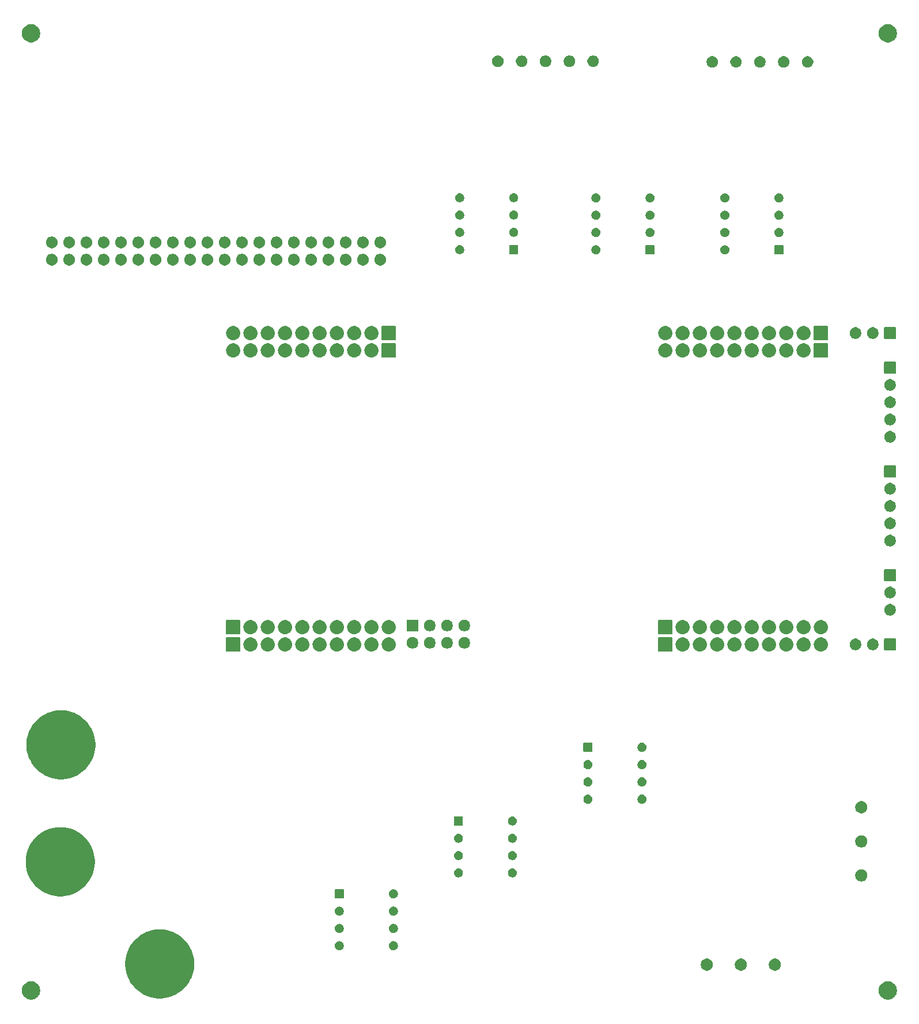
<source format=gbs>
%TF.GenerationSoftware,KiCad,Pcbnew,9.0.2*%
%TF.CreationDate,2025-06-02T11:57:39-04:00*%
%TF.ProjectId,Capstone_Interfacing_PCB,43617073-746f-46e6-955f-496e74657266,v0*%
%TF.SameCoordinates,Original*%
%TF.FileFunction,Soldermask,Bot*%
%TF.FilePolarity,Negative*%
%FSLAX46Y46*%
G04 Gerber Fmt 4.6, Leading zero omitted, Abs format (unit mm)*
G04 Created by KiCad (PCBNEW 9.0.2) date 2025-06-02 11:57:39*
%MOMM*%
%LPD*%
G01*
G04 APERTURE LIST*
G04 APERTURE END LIST*
G36*
X31365151Y-155537301D02*
G01*
X31566623Y-155602763D01*
X31755373Y-155698936D01*
X31926755Y-155823452D01*
X32076548Y-155973245D01*
X32201064Y-156144627D01*
X32297237Y-156333377D01*
X32362699Y-156534849D01*
X32395838Y-156744080D01*
X32395838Y-156955920D01*
X32362699Y-157165151D01*
X32297237Y-157366623D01*
X32201064Y-157555373D01*
X32076548Y-157726755D01*
X31926755Y-157876548D01*
X31755373Y-158001064D01*
X31566623Y-158097237D01*
X31365151Y-158162699D01*
X31155920Y-158195838D01*
X30944080Y-158195838D01*
X30734849Y-158162699D01*
X30533377Y-158097237D01*
X30344627Y-158001064D01*
X30173245Y-157876548D01*
X30023452Y-157726755D01*
X29898936Y-157555373D01*
X29802763Y-157366623D01*
X29737301Y-157165151D01*
X29704162Y-156955920D01*
X29704162Y-156744080D01*
X29737301Y-156534849D01*
X29802763Y-156333377D01*
X29898936Y-156144627D01*
X30023452Y-155973245D01*
X30173245Y-155823452D01*
X30344627Y-155698936D01*
X30533377Y-155602763D01*
X30734849Y-155537301D01*
X30944080Y-155504162D01*
X31155920Y-155504162D01*
X31365151Y-155537301D01*
G37*
G36*
X157265151Y-155537301D02*
G01*
X157466623Y-155602763D01*
X157655373Y-155698936D01*
X157826755Y-155823452D01*
X157976548Y-155973245D01*
X158101064Y-156144627D01*
X158197237Y-156333377D01*
X158262699Y-156534849D01*
X158295838Y-156744080D01*
X158295838Y-156955920D01*
X158262699Y-157165151D01*
X158197237Y-157366623D01*
X158101064Y-157555373D01*
X157976548Y-157726755D01*
X157826755Y-157876548D01*
X157655373Y-158001064D01*
X157466623Y-158097237D01*
X157265151Y-158162699D01*
X157055920Y-158195838D01*
X156844080Y-158195838D01*
X156634849Y-158162699D01*
X156433377Y-158097237D01*
X156244627Y-158001064D01*
X156073245Y-157876548D01*
X155923452Y-157726755D01*
X155798936Y-157555373D01*
X155702763Y-157366623D01*
X155637301Y-157165151D01*
X155604162Y-156955920D01*
X155604162Y-156744080D01*
X155637301Y-156534849D01*
X155702763Y-156333377D01*
X155798936Y-156144627D01*
X155923452Y-155973245D01*
X156073245Y-155823452D01*
X156244627Y-155698936D01*
X156433377Y-155602763D01*
X156634849Y-155537301D01*
X156844080Y-155504162D01*
X157055920Y-155504162D01*
X157265151Y-155537301D01*
G37*
G36*
X50613073Y-147913460D02*
G01*
X51049513Y-147990416D01*
X51477585Y-148105118D01*
X51894032Y-148256692D01*
X52295683Y-148443985D01*
X52679482Y-148665571D01*
X53042508Y-148919765D01*
X53381998Y-149204631D01*
X53695369Y-149518002D01*
X53980235Y-149857492D01*
X54234429Y-150220518D01*
X54456015Y-150604317D01*
X54643308Y-151005968D01*
X54794882Y-151422415D01*
X54909584Y-151850487D01*
X54986540Y-152286927D01*
X55025165Y-152728414D01*
X55025165Y-153171586D01*
X54986540Y-153613073D01*
X54909584Y-154049513D01*
X54794882Y-154477585D01*
X54643308Y-154894032D01*
X54456015Y-155295683D01*
X54234429Y-155679482D01*
X53980235Y-156042508D01*
X53695369Y-156381998D01*
X53381998Y-156695369D01*
X53042508Y-156980235D01*
X52679482Y-157234429D01*
X52295683Y-157456015D01*
X51894032Y-157643308D01*
X51477585Y-157794882D01*
X51049513Y-157909584D01*
X50613073Y-157986540D01*
X50171586Y-158025165D01*
X49728414Y-158025165D01*
X49286927Y-157986540D01*
X48850487Y-157909584D01*
X48422415Y-157794882D01*
X48005968Y-157643308D01*
X47604317Y-157456015D01*
X47220518Y-157234429D01*
X46857492Y-156980235D01*
X46518002Y-156695369D01*
X46204631Y-156381998D01*
X45919765Y-156042508D01*
X45665571Y-155679482D01*
X45443985Y-155295683D01*
X45256692Y-154894032D01*
X45105118Y-154477585D01*
X44990416Y-154049513D01*
X44913460Y-153613073D01*
X44874835Y-153171586D01*
X44874835Y-152728414D01*
X44913460Y-152286927D01*
X44990416Y-151850487D01*
X45105118Y-151422415D01*
X45256692Y-151005968D01*
X45443985Y-150604317D01*
X45665571Y-150220518D01*
X45919765Y-149857492D01*
X46204631Y-149518002D01*
X46518002Y-149204631D01*
X46857492Y-148919765D01*
X47220518Y-148665571D01*
X47604317Y-148443985D01*
X48005968Y-148256692D01*
X48422415Y-148105118D01*
X48850487Y-147990416D01*
X49286927Y-147913460D01*
X49728414Y-147874835D01*
X50171586Y-147874835D01*
X50613073Y-147913460D01*
G37*
G36*
X130611750Y-152187127D02*
G01*
X130775058Y-152254772D01*
X130922032Y-152352976D01*
X131047024Y-152477968D01*
X131145228Y-152624942D01*
X131212873Y-152788250D01*
X131247358Y-152961618D01*
X131247358Y-153138382D01*
X131212873Y-153311750D01*
X131145228Y-153475058D01*
X131047024Y-153622032D01*
X130922032Y-153747024D01*
X130775058Y-153845228D01*
X130611750Y-153912873D01*
X130438382Y-153947358D01*
X130261618Y-153947358D01*
X130088250Y-153912873D01*
X129924942Y-153845228D01*
X129777968Y-153747024D01*
X129652976Y-153622032D01*
X129554772Y-153475058D01*
X129487127Y-153311750D01*
X129452642Y-153138382D01*
X129452642Y-152961618D01*
X129487127Y-152788250D01*
X129554772Y-152624942D01*
X129652976Y-152477968D01*
X129777968Y-152352976D01*
X129924942Y-152254772D01*
X130088250Y-152187127D01*
X130261618Y-152152642D01*
X130438382Y-152152642D01*
X130611750Y-152187127D01*
G37*
G36*
X135611750Y-152187127D02*
G01*
X135775058Y-152254772D01*
X135922032Y-152352976D01*
X136047024Y-152477968D01*
X136145228Y-152624942D01*
X136212873Y-152788250D01*
X136247358Y-152961618D01*
X136247358Y-153138382D01*
X136212873Y-153311750D01*
X136145228Y-153475058D01*
X136047024Y-153622032D01*
X135922032Y-153747024D01*
X135775058Y-153845228D01*
X135611750Y-153912873D01*
X135438382Y-153947358D01*
X135261618Y-153947358D01*
X135088250Y-153912873D01*
X134924942Y-153845228D01*
X134777968Y-153747024D01*
X134652976Y-153622032D01*
X134554772Y-153475058D01*
X134487127Y-153311750D01*
X134452642Y-153138382D01*
X134452642Y-152961618D01*
X134487127Y-152788250D01*
X134554772Y-152624942D01*
X134652976Y-152477968D01*
X134777968Y-152352976D01*
X134924942Y-152254772D01*
X135088250Y-152187127D01*
X135261618Y-152152642D01*
X135438382Y-152152642D01*
X135611750Y-152187127D01*
G37*
G36*
X140611750Y-152187127D02*
G01*
X140775058Y-152254772D01*
X140922032Y-152352976D01*
X141047024Y-152477968D01*
X141145228Y-152624942D01*
X141212873Y-152788250D01*
X141247358Y-152961618D01*
X141247358Y-153138382D01*
X141212873Y-153311750D01*
X141145228Y-153475058D01*
X141047024Y-153622032D01*
X140922032Y-153747024D01*
X140775058Y-153845228D01*
X140611750Y-153912873D01*
X140438382Y-153947358D01*
X140261618Y-153947358D01*
X140088250Y-153912873D01*
X139924942Y-153845228D01*
X139777968Y-153747024D01*
X139652976Y-153622032D01*
X139554772Y-153475058D01*
X139487127Y-153311750D01*
X139452642Y-153138382D01*
X139452642Y-152961618D01*
X139487127Y-152788250D01*
X139554772Y-152624942D01*
X139652976Y-152477968D01*
X139777968Y-152352976D01*
X139924942Y-152254772D01*
X140088250Y-152187127D01*
X140261618Y-152152642D01*
X140438382Y-152152642D01*
X140611750Y-152187127D01*
G37*
G36*
X76543620Y-149631721D02*
G01*
X76664422Y-149681759D01*
X76773140Y-149754402D01*
X76865598Y-149846860D01*
X76938241Y-149955578D01*
X76988279Y-150076380D01*
X77013788Y-150204623D01*
X77013788Y-150335377D01*
X76988279Y-150463620D01*
X76938241Y-150584422D01*
X76865598Y-150693140D01*
X76773140Y-150785598D01*
X76664422Y-150858241D01*
X76543620Y-150908279D01*
X76415377Y-150933788D01*
X76284623Y-150933788D01*
X76156380Y-150908279D01*
X76035578Y-150858241D01*
X75926860Y-150785598D01*
X75834402Y-150693140D01*
X75761759Y-150584422D01*
X75711721Y-150463620D01*
X75686212Y-150335377D01*
X75686212Y-150204623D01*
X75711721Y-150076380D01*
X75761759Y-149955578D01*
X75834402Y-149846860D01*
X75926860Y-149754402D01*
X76035578Y-149681759D01*
X76156380Y-149631721D01*
X76284623Y-149606212D01*
X76415377Y-149606212D01*
X76543620Y-149631721D01*
G37*
G36*
X84483620Y-149631721D02*
G01*
X84604422Y-149681759D01*
X84713140Y-149754402D01*
X84805598Y-149846860D01*
X84878241Y-149955578D01*
X84928279Y-150076380D01*
X84953788Y-150204623D01*
X84953788Y-150335377D01*
X84928279Y-150463620D01*
X84878241Y-150584422D01*
X84805598Y-150693140D01*
X84713140Y-150785598D01*
X84604422Y-150858241D01*
X84483620Y-150908279D01*
X84355377Y-150933788D01*
X84224623Y-150933788D01*
X84096380Y-150908279D01*
X83975578Y-150858241D01*
X83866860Y-150785598D01*
X83774402Y-150693140D01*
X83701759Y-150584422D01*
X83651721Y-150463620D01*
X83626212Y-150335377D01*
X83626212Y-150204623D01*
X83651721Y-150076380D01*
X83701759Y-149955578D01*
X83774402Y-149846860D01*
X83866860Y-149754402D01*
X83975578Y-149681759D01*
X84096380Y-149631721D01*
X84224623Y-149606212D01*
X84355377Y-149606212D01*
X84483620Y-149631721D01*
G37*
G36*
X76543620Y-147091721D02*
G01*
X76664422Y-147141759D01*
X76773140Y-147214402D01*
X76865598Y-147306860D01*
X76938241Y-147415578D01*
X76988279Y-147536380D01*
X77013788Y-147664623D01*
X77013788Y-147795377D01*
X76988279Y-147923620D01*
X76938241Y-148044422D01*
X76865598Y-148153140D01*
X76773140Y-148245598D01*
X76664422Y-148318241D01*
X76543620Y-148368279D01*
X76415377Y-148393788D01*
X76284623Y-148393788D01*
X76156380Y-148368279D01*
X76035578Y-148318241D01*
X75926860Y-148245598D01*
X75834402Y-148153140D01*
X75761759Y-148044422D01*
X75711721Y-147923620D01*
X75686212Y-147795377D01*
X75686212Y-147664623D01*
X75711721Y-147536380D01*
X75761759Y-147415578D01*
X75834402Y-147306860D01*
X75926860Y-147214402D01*
X76035578Y-147141759D01*
X76156380Y-147091721D01*
X76284623Y-147066212D01*
X76415377Y-147066212D01*
X76543620Y-147091721D01*
G37*
G36*
X84483620Y-147091721D02*
G01*
X84604422Y-147141759D01*
X84713140Y-147214402D01*
X84805598Y-147306860D01*
X84878241Y-147415578D01*
X84928279Y-147536380D01*
X84953788Y-147664623D01*
X84953788Y-147795377D01*
X84928279Y-147923620D01*
X84878241Y-148044422D01*
X84805598Y-148153140D01*
X84713140Y-148245598D01*
X84604422Y-148318241D01*
X84483620Y-148368279D01*
X84355377Y-148393788D01*
X84224623Y-148393788D01*
X84096380Y-148368279D01*
X83975578Y-148318241D01*
X83866860Y-148245598D01*
X83774402Y-148153140D01*
X83701759Y-148044422D01*
X83651721Y-147923620D01*
X83626212Y-147795377D01*
X83626212Y-147664623D01*
X83651721Y-147536380D01*
X83701759Y-147415578D01*
X83774402Y-147306860D01*
X83866860Y-147214402D01*
X83975578Y-147141759D01*
X84096380Y-147091721D01*
X84224623Y-147066212D01*
X84355377Y-147066212D01*
X84483620Y-147091721D01*
G37*
G36*
X76543620Y-144551721D02*
G01*
X76664422Y-144601759D01*
X76773140Y-144674402D01*
X76865598Y-144766860D01*
X76938241Y-144875578D01*
X76988279Y-144996380D01*
X77013788Y-145124623D01*
X77013788Y-145255377D01*
X76988279Y-145383620D01*
X76938241Y-145504422D01*
X76865598Y-145613140D01*
X76773140Y-145705598D01*
X76664422Y-145778241D01*
X76543620Y-145828279D01*
X76415377Y-145853788D01*
X76284623Y-145853788D01*
X76156380Y-145828279D01*
X76035578Y-145778241D01*
X75926860Y-145705598D01*
X75834402Y-145613140D01*
X75761759Y-145504422D01*
X75711721Y-145383620D01*
X75686212Y-145255377D01*
X75686212Y-145124623D01*
X75711721Y-144996380D01*
X75761759Y-144875578D01*
X75834402Y-144766860D01*
X75926860Y-144674402D01*
X76035578Y-144601759D01*
X76156380Y-144551721D01*
X76284623Y-144526212D01*
X76415377Y-144526212D01*
X76543620Y-144551721D01*
G37*
G36*
X84483620Y-144551721D02*
G01*
X84604422Y-144601759D01*
X84713140Y-144674402D01*
X84805598Y-144766860D01*
X84878241Y-144875578D01*
X84928279Y-144996380D01*
X84953788Y-145124623D01*
X84953788Y-145255377D01*
X84928279Y-145383620D01*
X84878241Y-145504422D01*
X84805598Y-145613140D01*
X84713140Y-145705598D01*
X84604422Y-145778241D01*
X84483620Y-145828279D01*
X84355377Y-145853788D01*
X84224623Y-145853788D01*
X84096380Y-145828279D01*
X83975578Y-145778241D01*
X83866860Y-145705598D01*
X83774402Y-145613140D01*
X83701759Y-145504422D01*
X83651721Y-145383620D01*
X83626212Y-145255377D01*
X83626212Y-145124623D01*
X83651721Y-144996380D01*
X83701759Y-144875578D01*
X83774402Y-144766860D01*
X83866860Y-144674402D01*
X83975578Y-144601759D01*
X84096380Y-144551721D01*
X84224623Y-144526212D01*
X84355377Y-144526212D01*
X84483620Y-144551721D01*
G37*
G36*
X76954034Y-141990764D02*
G01*
X76987125Y-142012875D01*
X77009236Y-142045966D01*
X77017000Y-142085000D01*
X77017000Y-143215000D01*
X77009236Y-143254034D01*
X76987125Y-143287125D01*
X76954034Y-143309236D01*
X76915000Y-143317000D01*
X75785000Y-143317000D01*
X75745966Y-143309236D01*
X75712875Y-143287125D01*
X75690764Y-143254034D01*
X75683000Y-143215000D01*
X75683000Y-142085000D01*
X75690764Y-142045966D01*
X75712875Y-142012875D01*
X75745966Y-141990764D01*
X75785000Y-141983000D01*
X76915000Y-141983000D01*
X76954034Y-141990764D01*
G37*
G36*
X84483620Y-142011721D02*
G01*
X84604422Y-142061759D01*
X84713140Y-142134402D01*
X84805598Y-142226860D01*
X84878241Y-142335578D01*
X84928279Y-142456380D01*
X84953788Y-142584623D01*
X84953788Y-142715377D01*
X84928279Y-142843620D01*
X84878241Y-142964422D01*
X84805598Y-143073140D01*
X84713140Y-143165598D01*
X84604422Y-143238241D01*
X84483620Y-143288279D01*
X84355377Y-143313788D01*
X84224623Y-143313788D01*
X84096380Y-143288279D01*
X83975578Y-143238241D01*
X83866860Y-143165598D01*
X83774402Y-143073140D01*
X83701759Y-142964422D01*
X83651721Y-142843620D01*
X83626212Y-142715377D01*
X83626212Y-142584623D01*
X83651721Y-142456380D01*
X83701759Y-142335578D01*
X83774402Y-142226860D01*
X83866860Y-142134402D01*
X83975578Y-142061759D01*
X84096380Y-142011721D01*
X84224623Y-141986212D01*
X84355377Y-141986212D01*
X84483620Y-142011721D01*
G37*
G36*
X36013073Y-132913460D02*
G01*
X36449513Y-132990416D01*
X36877585Y-133105118D01*
X37294032Y-133256692D01*
X37695683Y-133443985D01*
X38079482Y-133665571D01*
X38442508Y-133919765D01*
X38781998Y-134204631D01*
X39095369Y-134518002D01*
X39380235Y-134857492D01*
X39634429Y-135220518D01*
X39856015Y-135604317D01*
X40043308Y-136005968D01*
X40194882Y-136422415D01*
X40309584Y-136850487D01*
X40386540Y-137286927D01*
X40425165Y-137728414D01*
X40425165Y-138171586D01*
X40386540Y-138613073D01*
X40309584Y-139049513D01*
X40194882Y-139477585D01*
X40043308Y-139894032D01*
X39856015Y-140295683D01*
X39634429Y-140679482D01*
X39380235Y-141042508D01*
X39095369Y-141381998D01*
X38781998Y-141695369D01*
X38442508Y-141980235D01*
X38079482Y-142234429D01*
X37695683Y-142456015D01*
X37294032Y-142643308D01*
X36877585Y-142794882D01*
X36449513Y-142909584D01*
X36013073Y-142986540D01*
X35571586Y-143025165D01*
X35128414Y-143025165D01*
X34686927Y-142986540D01*
X34250487Y-142909584D01*
X33822415Y-142794882D01*
X33405968Y-142643308D01*
X33004317Y-142456015D01*
X32620518Y-142234429D01*
X32257492Y-141980235D01*
X31918002Y-141695369D01*
X31604631Y-141381998D01*
X31319765Y-141042508D01*
X31065571Y-140679482D01*
X30843985Y-140295683D01*
X30656692Y-139894032D01*
X30505118Y-139477585D01*
X30390416Y-139049513D01*
X30313460Y-138613073D01*
X30274835Y-138171586D01*
X30274835Y-137728414D01*
X30313460Y-137286927D01*
X30390416Y-136850487D01*
X30505118Y-136422415D01*
X30656692Y-136005968D01*
X30843985Y-135604317D01*
X31065571Y-135220518D01*
X31319765Y-134857492D01*
X31604631Y-134518002D01*
X31918002Y-134204631D01*
X32257492Y-133919765D01*
X32620518Y-133665571D01*
X33004317Y-133443985D01*
X33405968Y-133256692D01*
X33822415Y-133105118D01*
X34250487Y-132990416D01*
X34686927Y-132913460D01*
X35128414Y-132874835D01*
X35571586Y-132874835D01*
X36013073Y-132913460D01*
G37*
G36*
X153311750Y-139087127D02*
G01*
X153475058Y-139154772D01*
X153622032Y-139252976D01*
X153747024Y-139377968D01*
X153845228Y-139524942D01*
X153912873Y-139688250D01*
X153947358Y-139861618D01*
X153947358Y-140038382D01*
X153912873Y-140211750D01*
X153845228Y-140375058D01*
X153747024Y-140522032D01*
X153622032Y-140647024D01*
X153475058Y-140745228D01*
X153311750Y-140812873D01*
X153138382Y-140847358D01*
X152961618Y-140847358D01*
X152788250Y-140812873D01*
X152624942Y-140745228D01*
X152477968Y-140647024D01*
X152352976Y-140522032D01*
X152254772Y-140375058D01*
X152187127Y-140211750D01*
X152152642Y-140038382D01*
X152152642Y-139861618D01*
X152187127Y-139688250D01*
X152254772Y-139524942D01*
X152352976Y-139377968D01*
X152477968Y-139252976D01*
X152624942Y-139154772D01*
X152788250Y-139087127D01*
X152961618Y-139052642D01*
X153138382Y-139052642D01*
X153311750Y-139087127D01*
G37*
G36*
X94043620Y-138931721D02*
G01*
X94164422Y-138981759D01*
X94273140Y-139054402D01*
X94365598Y-139146860D01*
X94438241Y-139255578D01*
X94488279Y-139376380D01*
X94513788Y-139504623D01*
X94513788Y-139635377D01*
X94488279Y-139763620D01*
X94438241Y-139884422D01*
X94365598Y-139993140D01*
X94273140Y-140085598D01*
X94164422Y-140158241D01*
X94043620Y-140208279D01*
X93915377Y-140233788D01*
X93784623Y-140233788D01*
X93656380Y-140208279D01*
X93535578Y-140158241D01*
X93426860Y-140085598D01*
X93334402Y-139993140D01*
X93261759Y-139884422D01*
X93211721Y-139763620D01*
X93186212Y-139635377D01*
X93186212Y-139504623D01*
X93211721Y-139376380D01*
X93261759Y-139255578D01*
X93334402Y-139146860D01*
X93426860Y-139054402D01*
X93535578Y-138981759D01*
X93656380Y-138931721D01*
X93784623Y-138906212D01*
X93915377Y-138906212D01*
X94043620Y-138931721D01*
G37*
G36*
X101983620Y-138931721D02*
G01*
X102104422Y-138981759D01*
X102213140Y-139054402D01*
X102305598Y-139146860D01*
X102378241Y-139255578D01*
X102428279Y-139376380D01*
X102453788Y-139504623D01*
X102453788Y-139635377D01*
X102428279Y-139763620D01*
X102378241Y-139884422D01*
X102305598Y-139993140D01*
X102213140Y-140085598D01*
X102104422Y-140158241D01*
X101983620Y-140208279D01*
X101855377Y-140233788D01*
X101724623Y-140233788D01*
X101596380Y-140208279D01*
X101475578Y-140158241D01*
X101366860Y-140085598D01*
X101274402Y-139993140D01*
X101201759Y-139884422D01*
X101151721Y-139763620D01*
X101126212Y-139635377D01*
X101126212Y-139504623D01*
X101151721Y-139376380D01*
X101201759Y-139255578D01*
X101274402Y-139146860D01*
X101366860Y-139054402D01*
X101475578Y-138981759D01*
X101596380Y-138931721D01*
X101724623Y-138906212D01*
X101855377Y-138906212D01*
X101983620Y-138931721D01*
G37*
G36*
X94043620Y-136391721D02*
G01*
X94164422Y-136441759D01*
X94273140Y-136514402D01*
X94365598Y-136606860D01*
X94438241Y-136715578D01*
X94488279Y-136836380D01*
X94513788Y-136964623D01*
X94513788Y-137095377D01*
X94488279Y-137223620D01*
X94438241Y-137344422D01*
X94365598Y-137453140D01*
X94273140Y-137545598D01*
X94164422Y-137618241D01*
X94043620Y-137668279D01*
X93915377Y-137693788D01*
X93784623Y-137693788D01*
X93656380Y-137668279D01*
X93535578Y-137618241D01*
X93426860Y-137545598D01*
X93334402Y-137453140D01*
X93261759Y-137344422D01*
X93211721Y-137223620D01*
X93186212Y-137095377D01*
X93186212Y-136964623D01*
X93211721Y-136836380D01*
X93261759Y-136715578D01*
X93334402Y-136606860D01*
X93426860Y-136514402D01*
X93535578Y-136441759D01*
X93656380Y-136391721D01*
X93784623Y-136366212D01*
X93915377Y-136366212D01*
X94043620Y-136391721D01*
G37*
G36*
X101983620Y-136391721D02*
G01*
X102104422Y-136441759D01*
X102213140Y-136514402D01*
X102305598Y-136606860D01*
X102378241Y-136715578D01*
X102428279Y-136836380D01*
X102453788Y-136964623D01*
X102453788Y-137095377D01*
X102428279Y-137223620D01*
X102378241Y-137344422D01*
X102305598Y-137453140D01*
X102213140Y-137545598D01*
X102104422Y-137618241D01*
X101983620Y-137668279D01*
X101855377Y-137693788D01*
X101724623Y-137693788D01*
X101596380Y-137668279D01*
X101475578Y-137618241D01*
X101366860Y-137545598D01*
X101274402Y-137453140D01*
X101201759Y-137344422D01*
X101151721Y-137223620D01*
X101126212Y-137095377D01*
X101126212Y-136964623D01*
X101151721Y-136836380D01*
X101201759Y-136715578D01*
X101274402Y-136606860D01*
X101366860Y-136514402D01*
X101475578Y-136441759D01*
X101596380Y-136391721D01*
X101724623Y-136366212D01*
X101855377Y-136366212D01*
X101983620Y-136391721D01*
G37*
G36*
X153311750Y-134087127D02*
G01*
X153475058Y-134154772D01*
X153622032Y-134252976D01*
X153747024Y-134377968D01*
X153845228Y-134524942D01*
X153912873Y-134688250D01*
X153947358Y-134861618D01*
X153947358Y-135038382D01*
X153912873Y-135211750D01*
X153845228Y-135375058D01*
X153747024Y-135522032D01*
X153622032Y-135647024D01*
X153475058Y-135745228D01*
X153311750Y-135812873D01*
X153138382Y-135847358D01*
X152961618Y-135847358D01*
X152788250Y-135812873D01*
X152624942Y-135745228D01*
X152477968Y-135647024D01*
X152352976Y-135522032D01*
X152254772Y-135375058D01*
X152187127Y-135211750D01*
X152152642Y-135038382D01*
X152152642Y-134861618D01*
X152187127Y-134688250D01*
X152254772Y-134524942D01*
X152352976Y-134377968D01*
X152477968Y-134252976D01*
X152624942Y-134154772D01*
X152788250Y-134087127D01*
X152961618Y-134052642D01*
X153138382Y-134052642D01*
X153311750Y-134087127D01*
G37*
G36*
X94043620Y-133851721D02*
G01*
X94164422Y-133901759D01*
X94273140Y-133974402D01*
X94365598Y-134066860D01*
X94438241Y-134175578D01*
X94488279Y-134296380D01*
X94513788Y-134424623D01*
X94513788Y-134555377D01*
X94488279Y-134683620D01*
X94438241Y-134804422D01*
X94365598Y-134913140D01*
X94273140Y-135005598D01*
X94164422Y-135078241D01*
X94043620Y-135128279D01*
X93915377Y-135153788D01*
X93784623Y-135153788D01*
X93656380Y-135128279D01*
X93535578Y-135078241D01*
X93426860Y-135005598D01*
X93334402Y-134913140D01*
X93261759Y-134804422D01*
X93211721Y-134683620D01*
X93186212Y-134555377D01*
X93186212Y-134424623D01*
X93211721Y-134296380D01*
X93261759Y-134175578D01*
X93334402Y-134066860D01*
X93426860Y-133974402D01*
X93535578Y-133901759D01*
X93656380Y-133851721D01*
X93784623Y-133826212D01*
X93915377Y-133826212D01*
X94043620Y-133851721D01*
G37*
G36*
X101983620Y-133851721D02*
G01*
X102104422Y-133901759D01*
X102213140Y-133974402D01*
X102305598Y-134066860D01*
X102378241Y-134175578D01*
X102428279Y-134296380D01*
X102453788Y-134424623D01*
X102453788Y-134555377D01*
X102428279Y-134683620D01*
X102378241Y-134804422D01*
X102305598Y-134913140D01*
X102213140Y-135005598D01*
X102104422Y-135078241D01*
X101983620Y-135128279D01*
X101855377Y-135153788D01*
X101724623Y-135153788D01*
X101596380Y-135128279D01*
X101475578Y-135078241D01*
X101366860Y-135005598D01*
X101274402Y-134913140D01*
X101201759Y-134804422D01*
X101151721Y-134683620D01*
X101126212Y-134555377D01*
X101126212Y-134424623D01*
X101151721Y-134296380D01*
X101201759Y-134175578D01*
X101274402Y-134066860D01*
X101366860Y-133974402D01*
X101475578Y-133901759D01*
X101596380Y-133851721D01*
X101724623Y-133826212D01*
X101855377Y-133826212D01*
X101983620Y-133851721D01*
G37*
G36*
X94454034Y-131290764D02*
G01*
X94487125Y-131312875D01*
X94509236Y-131345966D01*
X94517000Y-131385000D01*
X94517000Y-132515000D01*
X94509236Y-132554034D01*
X94487125Y-132587125D01*
X94454034Y-132609236D01*
X94415000Y-132617000D01*
X93285000Y-132617000D01*
X93245966Y-132609236D01*
X93212875Y-132587125D01*
X93190764Y-132554034D01*
X93183000Y-132515000D01*
X93183000Y-131385000D01*
X93190764Y-131345966D01*
X93212875Y-131312875D01*
X93245966Y-131290764D01*
X93285000Y-131283000D01*
X94415000Y-131283000D01*
X94454034Y-131290764D01*
G37*
G36*
X101983620Y-131311721D02*
G01*
X102104422Y-131361759D01*
X102213140Y-131434402D01*
X102305598Y-131526860D01*
X102378241Y-131635578D01*
X102428279Y-131756380D01*
X102453788Y-131884623D01*
X102453788Y-132015377D01*
X102428279Y-132143620D01*
X102378241Y-132264422D01*
X102305598Y-132373140D01*
X102213140Y-132465598D01*
X102104422Y-132538241D01*
X101983620Y-132588279D01*
X101855377Y-132613788D01*
X101724623Y-132613788D01*
X101596380Y-132588279D01*
X101475578Y-132538241D01*
X101366860Y-132465598D01*
X101274402Y-132373140D01*
X101201759Y-132264422D01*
X101151721Y-132143620D01*
X101126212Y-132015377D01*
X101126212Y-131884623D01*
X101151721Y-131756380D01*
X101201759Y-131635578D01*
X101274402Y-131526860D01*
X101366860Y-131434402D01*
X101475578Y-131361759D01*
X101596380Y-131311721D01*
X101724623Y-131286212D01*
X101855377Y-131286212D01*
X101983620Y-131311721D01*
G37*
G36*
X153311750Y-129087127D02*
G01*
X153475058Y-129154772D01*
X153622032Y-129252976D01*
X153747024Y-129377968D01*
X153845228Y-129524942D01*
X153912873Y-129688250D01*
X153947358Y-129861618D01*
X153947358Y-130038382D01*
X153912873Y-130211750D01*
X153845228Y-130375058D01*
X153747024Y-130522032D01*
X153622032Y-130647024D01*
X153475058Y-130745228D01*
X153311750Y-130812873D01*
X153138382Y-130847358D01*
X152961618Y-130847358D01*
X152788250Y-130812873D01*
X152624942Y-130745228D01*
X152477968Y-130647024D01*
X152352976Y-130522032D01*
X152254772Y-130375058D01*
X152187127Y-130211750D01*
X152152642Y-130038382D01*
X152152642Y-129861618D01*
X152187127Y-129688250D01*
X152254772Y-129524942D01*
X152352976Y-129377968D01*
X152477968Y-129252976D01*
X152624942Y-129154772D01*
X152788250Y-129087127D01*
X152961618Y-129052642D01*
X153138382Y-129052642D01*
X153311750Y-129087127D01*
G37*
G36*
X113073620Y-128121721D02*
G01*
X113194422Y-128171759D01*
X113303140Y-128244402D01*
X113395598Y-128336860D01*
X113468241Y-128445578D01*
X113518279Y-128566380D01*
X113543788Y-128694623D01*
X113543788Y-128825377D01*
X113518279Y-128953620D01*
X113468241Y-129074422D01*
X113395598Y-129183140D01*
X113303140Y-129275598D01*
X113194422Y-129348241D01*
X113073620Y-129398279D01*
X112945377Y-129423788D01*
X112814623Y-129423788D01*
X112686380Y-129398279D01*
X112565578Y-129348241D01*
X112456860Y-129275598D01*
X112364402Y-129183140D01*
X112291759Y-129074422D01*
X112241721Y-128953620D01*
X112216212Y-128825377D01*
X112216212Y-128694623D01*
X112241721Y-128566380D01*
X112291759Y-128445578D01*
X112364402Y-128336860D01*
X112456860Y-128244402D01*
X112565578Y-128171759D01*
X112686380Y-128121721D01*
X112814623Y-128096212D01*
X112945377Y-128096212D01*
X113073620Y-128121721D01*
G37*
G36*
X121013620Y-128121721D02*
G01*
X121134422Y-128171759D01*
X121243140Y-128244402D01*
X121335598Y-128336860D01*
X121408241Y-128445578D01*
X121458279Y-128566380D01*
X121483788Y-128694623D01*
X121483788Y-128825377D01*
X121458279Y-128953620D01*
X121408241Y-129074422D01*
X121335598Y-129183140D01*
X121243140Y-129275598D01*
X121134422Y-129348241D01*
X121013620Y-129398279D01*
X120885377Y-129423788D01*
X120754623Y-129423788D01*
X120626380Y-129398279D01*
X120505578Y-129348241D01*
X120396860Y-129275598D01*
X120304402Y-129183140D01*
X120231759Y-129074422D01*
X120181721Y-128953620D01*
X120156212Y-128825377D01*
X120156212Y-128694623D01*
X120181721Y-128566380D01*
X120231759Y-128445578D01*
X120304402Y-128336860D01*
X120396860Y-128244402D01*
X120505578Y-128171759D01*
X120626380Y-128121721D01*
X120754623Y-128096212D01*
X120885377Y-128096212D01*
X121013620Y-128121721D01*
G37*
G36*
X113073620Y-125581721D02*
G01*
X113194422Y-125631759D01*
X113303140Y-125704402D01*
X113395598Y-125796860D01*
X113468241Y-125905578D01*
X113518279Y-126026380D01*
X113543788Y-126154623D01*
X113543788Y-126285377D01*
X113518279Y-126413620D01*
X113468241Y-126534422D01*
X113395598Y-126643140D01*
X113303140Y-126735598D01*
X113194422Y-126808241D01*
X113073620Y-126858279D01*
X112945377Y-126883788D01*
X112814623Y-126883788D01*
X112686380Y-126858279D01*
X112565578Y-126808241D01*
X112456860Y-126735598D01*
X112364402Y-126643140D01*
X112291759Y-126534422D01*
X112241721Y-126413620D01*
X112216212Y-126285377D01*
X112216212Y-126154623D01*
X112241721Y-126026380D01*
X112291759Y-125905578D01*
X112364402Y-125796860D01*
X112456860Y-125704402D01*
X112565578Y-125631759D01*
X112686380Y-125581721D01*
X112814623Y-125556212D01*
X112945377Y-125556212D01*
X113073620Y-125581721D01*
G37*
G36*
X121013620Y-125581721D02*
G01*
X121134422Y-125631759D01*
X121243140Y-125704402D01*
X121335598Y-125796860D01*
X121408241Y-125905578D01*
X121458279Y-126026380D01*
X121483788Y-126154623D01*
X121483788Y-126285377D01*
X121458279Y-126413620D01*
X121408241Y-126534422D01*
X121335598Y-126643140D01*
X121243140Y-126735598D01*
X121134422Y-126808241D01*
X121013620Y-126858279D01*
X120885377Y-126883788D01*
X120754623Y-126883788D01*
X120626380Y-126858279D01*
X120505578Y-126808241D01*
X120396860Y-126735598D01*
X120304402Y-126643140D01*
X120231759Y-126534422D01*
X120181721Y-126413620D01*
X120156212Y-126285377D01*
X120156212Y-126154623D01*
X120181721Y-126026380D01*
X120231759Y-125905578D01*
X120304402Y-125796860D01*
X120396860Y-125704402D01*
X120505578Y-125631759D01*
X120626380Y-125581721D01*
X120754623Y-125556212D01*
X120885377Y-125556212D01*
X121013620Y-125581721D01*
G37*
G36*
X36113073Y-115743460D02*
G01*
X36549513Y-115820416D01*
X36977585Y-115935118D01*
X37394032Y-116086692D01*
X37795683Y-116273985D01*
X38179482Y-116495571D01*
X38542508Y-116749765D01*
X38881998Y-117034631D01*
X39195369Y-117348002D01*
X39480235Y-117687492D01*
X39734429Y-118050518D01*
X39956015Y-118434317D01*
X40143308Y-118835968D01*
X40294882Y-119252415D01*
X40409584Y-119680487D01*
X40486540Y-120116927D01*
X40525165Y-120558414D01*
X40525165Y-121001586D01*
X40486540Y-121443073D01*
X40409584Y-121879513D01*
X40294882Y-122307585D01*
X40143308Y-122724032D01*
X39956015Y-123125683D01*
X39734429Y-123509482D01*
X39480235Y-123872508D01*
X39195369Y-124211998D01*
X38881998Y-124525369D01*
X38542508Y-124810235D01*
X38179482Y-125064429D01*
X37795683Y-125286015D01*
X37394032Y-125473308D01*
X36977585Y-125624882D01*
X36549513Y-125739584D01*
X36113073Y-125816540D01*
X35671586Y-125855165D01*
X35228414Y-125855165D01*
X34786927Y-125816540D01*
X34350487Y-125739584D01*
X33922415Y-125624882D01*
X33505968Y-125473308D01*
X33104317Y-125286015D01*
X32720518Y-125064429D01*
X32357492Y-124810235D01*
X32018002Y-124525369D01*
X31704631Y-124211998D01*
X31419765Y-123872508D01*
X31165571Y-123509482D01*
X30943985Y-123125683D01*
X30756692Y-122724032D01*
X30605118Y-122307585D01*
X30490416Y-121879513D01*
X30413460Y-121443073D01*
X30374835Y-121001586D01*
X30374835Y-120558414D01*
X30413460Y-120116927D01*
X30490416Y-119680487D01*
X30605118Y-119252415D01*
X30756692Y-118835968D01*
X30943985Y-118434317D01*
X31165571Y-118050518D01*
X31419765Y-117687492D01*
X31704631Y-117348002D01*
X32018002Y-117034631D01*
X32357492Y-116749765D01*
X32720518Y-116495571D01*
X33104317Y-116273985D01*
X33505968Y-116086692D01*
X33922415Y-115935118D01*
X34350487Y-115820416D01*
X34786927Y-115743460D01*
X35228414Y-115704835D01*
X35671586Y-115704835D01*
X36113073Y-115743460D01*
G37*
G36*
X113073620Y-123041721D02*
G01*
X113194422Y-123091759D01*
X113303140Y-123164402D01*
X113395598Y-123256860D01*
X113468241Y-123365578D01*
X113518279Y-123486380D01*
X113543788Y-123614623D01*
X113543788Y-123745377D01*
X113518279Y-123873620D01*
X113468241Y-123994422D01*
X113395598Y-124103140D01*
X113303140Y-124195598D01*
X113194422Y-124268241D01*
X113073620Y-124318279D01*
X112945377Y-124343788D01*
X112814623Y-124343788D01*
X112686380Y-124318279D01*
X112565578Y-124268241D01*
X112456860Y-124195598D01*
X112364402Y-124103140D01*
X112291759Y-123994422D01*
X112241721Y-123873620D01*
X112216212Y-123745377D01*
X112216212Y-123614623D01*
X112241721Y-123486380D01*
X112291759Y-123365578D01*
X112364402Y-123256860D01*
X112456860Y-123164402D01*
X112565578Y-123091759D01*
X112686380Y-123041721D01*
X112814623Y-123016212D01*
X112945377Y-123016212D01*
X113073620Y-123041721D01*
G37*
G36*
X121013620Y-123041721D02*
G01*
X121134422Y-123091759D01*
X121243140Y-123164402D01*
X121335598Y-123256860D01*
X121408241Y-123365578D01*
X121458279Y-123486380D01*
X121483788Y-123614623D01*
X121483788Y-123745377D01*
X121458279Y-123873620D01*
X121408241Y-123994422D01*
X121335598Y-124103140D01*
X121243140Y-124195598D01*
X121134422Y-124268241D01*
X121013620Y-124318279D01*
X120885377Y-124343788D01*
X120754623Y-124343788D01*
X120626380Y-124318279D01*
X120505578Y-124268241D01*
X120396860Y-124195598D01*
X120304402Y-124103140D01*
X120231759Y-123994422D01*
X120181721Y-123873620D01*
X120156212Y-123745377D01*
X120156212Y-123614623D01*
X120181721Y-123486380D01*
X120231759Y-123365578D01*
X120304402Y-123256860D01*
X120396860Y-123164402D01*
X120505578Y-123091759D01*
X120626380Y-123041721D01*
X120754623Y-123016212D01*
X120885377Y-123016212D01*
X121013620Y-123041721D01*
G37*
G36*
X113484034Y-120480764D02*
G01*
X113517125Y-120502875D01*
X113539236Y-120535966D01*
X113547000Y-120575000D01*
X113547000Y-121705000D01*
X113539236Y-121744034D01*
X113517125Y-121777125D01*
X113484034Y-121799236D01*
X113445000Y-121807000D01*
X112315000Y-121807000D01*
X112275966Y-121799236D01*
X112242875Y-121777125D01*
X112220764Y-121744034D01*
X112213000Y-121705000D01*
X112213000Y-120575000D01*
X112220764Y-120535966D01*
X112242875Y-120502875D01*
X112275966Y-120480764D01*
X112315000Y-120473000D01*
X113445000Y-120473000D01*
X113484034Y-120480764D01*
G37*
G36*
X121013620Y-120501721D02*
G01*
X121134422Y-120551759D01*
X121243140Y-120624402D01*
X121335598Y-120716860D01*
X121408241Y-120825578D01*
X121458279Y-120946380D01*
X121483788Y-121074623D01*
X121483788Y-121205377D01*
X121458279Y-121333620D01*
X121408241Y-121454422D01*
X121335598Y-121563140D01*
X121243140Y-121655598D01*
X121134422Y-121728241D01*
X121013620Y-121778279D01*
X120885377Y-121803788D01*
X120754623Y-121803788D01*
X120626380Y-121778279D01*
X120505578Y-121728241D01*
X120396860Y-121655598D01*
X120304402Y-121563140D01*
X120231759Y-121454422D01*
X120181721Y-121333620D01*
X120156212Y-121205377D01*
X120156212Y-121074623D01*
X120181721Y-120946380D01*
X120231759Y-120825578D01*
X120304402Y-120716860D01*
X120396860Y-120624402D01*
X120505578Y-120551759D01*
X120626380Y-120501721D01*
X120754623Y-120476212D01*
X120885377Y-120476212D01*
X121013620Y-120501721D01*
G37*
G36*
X61728834Y-104995964D02*
G01*
X61761925Y-105018075D01*
X61784036Y-105051166D01*
X61791800Y-105090200D01*
X61791800Y-106969800D01*
X61784036Y-107008834D01*
X61761925Y-107041925D01*
X61728834Y-107064036D01*
X61689800Y-107071800D01*
X59810200Y-107071800D01*
X59771166Y-107064036D01*
X59738075Y-107041925D01*
X59715964Y-107008834D01*
X59708200Y-106969800D01*
X59708200Y-105090200D01*
X59715964Y-105051166D01*
X59738075Y-105018075D01*
X59771166Y-104995964D01*
X59810200Y-104988200D01*
X61689800Y-104988200D01*
X61728834Y-104995964D01*
G37*
G36*
X125228834Y-104995964D02*
G01*
X125261925Y-105018075D01*
X125284036Y-105051166D01*
X125291800Y-105090200D01*
X125291800Y-106969800D01*
X125284036Y-107008834D01*
X125261925Y-107041925D01*
X125228834Y-107064036D01*
X125189800Y-107071800D01*
X123310200Y-107071800D01*
X123271166Y-107064036D01*
X123238075Y-107041925D01*
X123215964Y-107008834D01*
X123208200Y-106969800D01*
X123208200Y-105090200D01*
X123215964Y-105051166D01*
X123238075Y-105018075D01*
X123271166Y-104995964D01*
X123310200Y-104988200D01*
X125189800Y-104988200D01*
X125228834Y-104995964D01*
G37*
G36*
X63381960Y-104993217D02*
G01*
X63392114Y-104993217D01*
X63431797Y-105001110D01*
X63533160Y-105017165D01*
X63565759Y-105027757D01*
X63592419Y-105033060D01*
X63630039Y-105048642D01*
X63688609Y-105067673D01*
X63743477Y-105095629D01*
X63781101Y-105111214D01*
X63803704Y-105126317D01*
X63834242Y-105141877D01*
X63917264Y-105202195D01*
X63950911Y-105224678D01*
X63958091Y-105231858D01*
X63966469Y-105237945D01*
X64082054Y-105353530D01*
X64088140Y-105361907D01*
X64095322Y-105369089D01*
X64117807Y-105402740D01*
X64178122Y-105485757D01*
X64193680Y-105516292D01*
X64208786Y-105538899D01*
X64224372Y-105576528D01*
X64252326Y-105631390D01*
X64271354Y-105689953D01*
X64286940Y-105727581D01*
X64292243Y-105754245D01*
X64302834Y-105786839D01*
X64318887Y-105888194D01*
X64326783Y-105927886D01*
X64326783Y-105938039D01*
X64328404Y-105948274D01*
X64328404Y-106111725D01*
X64326783Y-106121959D01*
X64326783Y-106132114D01*
X64318887Y-106171809D01*
X64302834Y-106273160D01*
X64292244Y-106305751D01*
X64286940Y-106332419D01*
X64271352Y-106370050D01*
X64252326Y-106428609D01*
X64224374Y-106483466D01*
X64208786Y-106521101D01*
X64193678Y-106543711D01*
X64178122Y-106574242D01*
X64117815Y-106657246D01*
X64095322Y-106690911D01*
X64088138Y-106698094D01*
X64082054Y-106706469D01*
X63966469Y-106822054D01*
X63958094Y-106828138D01*
X63950911Y-106835322D01*
X63917246Y-106857815D01*
X63834242Y-106918122D01*
X63803711Y-106933678D01*
X63781101Y-106948786D01*
X63743466Y-106964374D01*
X63688609Y-106992326D01*
X63630050Y-107011352D01*
X63592419Y-107026940D01*
X63565751Y-107032244D01*
X63533160Y-107042834D01*
X63431807Y-107058887D01*
X63392114Y-107066783D01*
X63381960Y-107066783D01*
X63371726Y-107068404D01*
X63208274Y-107068404D01*
X63198040Y-107066783D01*
X63187886Y-107066783D01*
X63148194Y-107058887D01*
X63046839Y-107042834D01*
X63014245Y-107032243D01*
X62987581Y-107026940D01*
X62949953Y-107011354D01*
X62891390Y-106992326D01*
X62836528Y-106964372D01*
X62798899Y-106948786D01*
X62776292Y-106933680D01*
X62745757Y-106918122D01*
X62662740Y-106857807D01*
X62629089Y-106835322D01*
X62621907Y-106828140D01*
X62613530Y-106822054D01*
X62497945Y-106706469D01*
X62491858Y-106698091D01*
X62484678Y-106690911D01*
X62462195Y-106657264D01*
X62401877Y-106574242D01*
X62386317Y-106543704D01*
X62371214Y-106521101D01*
X62355629Y-106483477D01*
X62327673Y-106428609D01*
X62308642Y-106370039D01*
X62293060Y-106332419D01*
X62287757Y-106305759D01*
X62277165Y-106273160D01*
X62261111Y-106171800D01*
X62253217Y-106132114D01*
X62253217Y-106121959D01*
X62251596Y-106111725D01*
X62251596Y-105948274D01*
X62253217Y-105938039D01*
X62253217Y-105927886D01*
X62261110Y-105888203D01*
X62277165Y-105786839D01*
X62287757Y-105754238D01*
X62293060Y-105727581D01*
X62308641Y-105689964D01*
X62327673Y-105631390D01*
X62355632Y-105576517D01*
X62371214Y-105538899D01*
X62386315Y-105516298D01*
X62401877Y-105485757D01*
X62462204Y-105402723D01*
X62484678Y-105369089D01*
X62491855Y-105361911D01*
X62497945Y-105353530D01*
X62613530Y-105237945D01*
X62621911Y-105231855D01*
X62629089Y-105224678D01*
X62662723Y-105202204D01*
X62745757Y-105141877D01*
X62776298Y-105126315D01*
X62798899Y-105111214D01*
X62836517Y-105095632D01*
X62891390Y-105067673D01*
X62949964Y-105048641D01*
X62987581Y-105033060D01*
X63014238Y-105027757D01*
X63046839Y-105017165D01*
X63148203Y-105001110D01*
X63187886Y-104993217D01*
X63198039Y-104993217D01*
X63208274Y-104991596D01*
X63371726Y-104991596D01*
X63381960Y-104993217D01*
G37*
G36*
X65921960Y-104993217D02*
G01*
X65932114Y-104993217D01*
X65971797Y-105001110D01*
X66073160Y-105017165D01*
X66105759Y-105027757D01*
X66132419Y-105033060D01*
X66170039Y-105048642D01*
X66228609Y-105067673D01*
X66283477Y-105095629D01*
X66321101Y-105111214D01*
X66343704Y-105126317D01*
X66374242Y-105141877D01*
X66457264Y-105202195D01*
X66490911Y-105224678D01*
X66498091Y-105231858D01*
X66506469Y-105237945D01*
X66622054Y-105353530D01*
X66628140Y-105361907D01*
X66635322Y-105369089D01*
X66657807Y-105402740D01*
X66718122Y-105485757D01*
X66733680Y-105516292D01*
X66748786Y-105538899D01*
X66764372Y-105576528D01*
X66792326Y-105631390D01*
X66811354Y-105689953D01*
X66826940Y-105727581D01*
X66832243Y-105754245D01*
X66842834Y-105786839D01*
X66858887Y-105888194D01*
X66866783Y-105927886D01*
X66866783Y-105938039D01*
X66868404Y-105948274D01*
X66868404Y-106111725D01*
X66866783Y-106121959D01*
X66866783Y-106132114D01*
X66858887Y-106171809D01*
X66842834Y-106273160D01*
X66832244Y-106305751D01*
X66826940Y-106332419D01*
X66811352Y-106370050D01*
X66792326Y-106428609D01*
X66764374Y-106483466D01*
X66748786Y-106521101D01*
X66733678Y-106543711D01*
X66718122Y-106574242D01*
X66657815Y-106657246D01*
X66635322Y-106690911D01*
X66628138Y-106698094D01*
X66622054Y-106706469D01*
X66506469Y-106822054D01*
X66498094Y-106828138D01*
X66490911Y-106835322D01*
X66457246Y-106857815D01*
X66374242Y-106918122D01*
X66343711Y-106933678D01*
X66321101Y-106948786D01*
X66283466Y-106964374D01*
X66228609Y-106992326D01*
X66170050Y-107011352D01*
X66132419Y-107026940D01*
X66105751Y-107032244D01*
X66073160Y-107042834D01*
X65971807Y-107058887D01*
X65932114Y-107066783D01*
X65921960Y-107066783D01*
X65911726Y-107068404D01*
X65748274Y-107068404D01*
X65738040Y-107066783D01*
X65727886Y-107066783D01*
X65688194Y-107058887D01*
X65586839Y-107042834D01*
X65554245Y-107032243D01*
X65527581Y-107026940D01*
X65489953Y-107011354D01*
X65431390Y-106992326D01*
X65376528Y-106964372D01*
X65338899Y-106948786D01*
X65316292Y-106933680D01*
X65285757Y-106918122D01*
X65202740Y-106857807D01*
X65169089Y-106835322D01*
X65161907Y-106828140D01*
X65153530Y-106822054D01*
X65037945Y-106706469D01*
X65031858Y-106698091D01*
X65024678Y-106690911D01*
X65002195Y-106657264D01*
X64941877Y-106574242D01*
X64926317Y-106543704D01*
X64911214Y-106521101D01*
X64895629Y-106483477D01*
X64867673Y-106428609D01*
X64848642Y-106370039D01*
X64833060Y-106332419D01*
X64827757Y-106305759D01*
X64817165Y-106273160D01*
X64801111Y-106171800D01*
X64793217Y-106132114D01*
X64793217Y-106121959D01*
X64791596Y-106111725D01*
X64791596Y-105948274D01*
X64793217Y-105938039D01*
X64793217Y-105927886D01*
X64801110Y-105888203D01*
X64817165Y-105786839D01*
X64827757Y-105754238D01*
X64833060Y-105727581D01*
X64848641Y-105689964D01*
X64867673Y-105631390D01*
X64895632Y-105576517D01*
X64911214Y-105538899D01*
X64926315Y-105516298D01*
X64941877Y-105485757D01*
X65002204Y-105402723D01*
X65024678Y-105369089D01*
X65031855Y-105361911D01*
X65037945Y-105353530D01*
X65153530Y-105237945D01*
X65161911Y-105231855D01*
X65169089Y-105224678D01*
X65202723Y-105202204D01*
X65285757Y-105141877D01*
X65316298Y-105126315D01*
X65338899Y-105111214D01*
X65376517Y-105095632D01*
X65431390Y-105067673D01*
X65489964Y-105048641D01*
X65527581Y-105033060D01*
X65554238Y-105027757D01*
X65586839Y-105017165D01*
X65688203Y-105001110D01*
X65727886Y-104993217D01*
X65738039Y-104993217D01*
X65748274Y-104991596D01*
X65911726Y-104991596D01*
X65921960Y-104993217D01*
G37*
G36*
X68461960Y-104993217D02*
G01*
X68472114Y-104993217D01*
X68511797Y-105001110D01*
X68613160Y-105017165D01*
X68645759Y-105027757D01*
X68672419Y-105033060D01*
X68710039Y-105048642D01*
X68768609Y-105067673D01*
X68823477Y-105095629D01*
X68861101Y-105111214D01*
X68883704Y-105126317D01*
X68914242Y-105141877D01*
X68997264Y-105202195D01*
X69030911Y-105224678D01*
X69038091Y-105231858D01*
X69046469Y-105237945D01*
X69162054Y-105353530D01*
X69168140Y-105361907D01*
X69175322Y-105369089D01*
X69197807Y-105402740D01*
X69258122Y-105485757D01*
X69273680Y-105516292D01*
X69288786Y-105538899D01*
X69304372Y-105576528D01*
X69332326Y-105631390D01*
X69351354Y-105689953D01*
X69366940Y-105727581D01*
X69372243Y-105754245D01*
X69382834Y-105786839D01*
X69398887Y-105888194D01*
X69406783Y-105927886D01*
X69406783Y-105938039D01*
X69408404Y-105948274D01*
X69408404Y-106111725D01*
X69406783Y-106121959D01*
X69406783Y-106132114D01*
X69398887Y-106171809D01*
X69382834Y-106273160D01*
X69372244Y-106305751D01*
X69366940Y-106332419D01*
X69351352Y-106370050D01*
X69332326Y-106428609D01*
X69304374Y-106483466D01*
X69288786Y-106521101D01*
X69273678Y-106543711D01*
X69258122Y-106574242D01*
X69197815Y-106657246D01*
X69175322Y-106690911D01*
X69168138Y-106698094D01*
X69162054Y-106706469D01*
X69046469Y-106822054D01*
X69038094Y-106828138D01*
X69030911Y-106835322D01*
X68997246Y-106857815D01*
X68914242Y-106918122D01*
X68883711Y-106933678D01*
X68861101Y-106948786D01*
X68823466Y-106964374D01*
X68768609Y-106992326D01*
X68710050Y-107011352D01*
X68672419Y-107026940D01*
X68645751Y-107032244D01*
X68613160Y-107042834D01*
X68511807Y-107058887D01*
X68472114Y-107066783D01*
X68461960Y-107066783D01*
X68451726Y-107068404D01*
X68288274Y-107068404D01*
X68278040Y-107066783D01*
X68267886Y-107066783D01*
X68228194Y-107058887D01*
X68126839Y-107042834D01*
X68094245Y-107032243D01*
X68067581Y-107026940D01*
X68029953Y-107011354D01*
X67971390Y-106992326D01*
X67916528Y-106964372D01*
X67878899Y-106948786D01*
X67856292Y-106933680D01*
X67825757Y-106918122D01*
X67742740Y-106857807D01*
X67709089Y-106835322D01*
X67701907Y-106828140D01*
X67693530Y-106822054D01*
X67577945Y-106706469D01*
X67571858Y-106698091D01*
X67564678Y-106690911D01*
X67542195Y-106657264D01*
X67481877Y-106574242D01*
X67466317Y-106543704D01*
X67451214Y-106521101D01*
X67435629Y-106483477D01*
X67407673Y-106428609D01*
X67388642Y-106370039D01*
X67373060Y-106332419D01*
X67367757Y-106305759D01*
X67357165Y-106273160D01*
X67341111Y-106171800D01*
X67333217Y-106132114D01*
X67333217Y-106121959D01*
X67331596Y-106111725D01*
X67331596Y-105948274D01*
X67333217Y-105938039D01*
X67333217Y-105927886D01*
X67341110Y-105888203D01*
X67357165Y-105786839D01*
X67367757Y-105754238D01*
X67373060Y-105727581D01*
X67388641Y-105689964D01*
X67407673Y-105631390D01*
X67435632Y-105576517D01*
X67451214Y-105538899D01*
X67466315Y-105516298D01*
X67481877Y-105485757D01*
X67542204Y-105402723D01*
X67564678Y-105369089D01*
X67571855Y-105361911D01*
X67577945Y-105353530D01*
X67693530Y-105237945D01*
X67701911Y-105231855D01*
X67709089Y-105224678D01*
X67742723Y-105202204D01*
X67825757Y-105141877D01*
X67856298Y-105126315D01*
X67878899Y-105111214D01*
X67916517Y-105095632D01*
X67971390Y-105067673D01*
X68029964Y-105048641D01*
X68067581Y-105033060D01*
X68094238Y-105027757D01*
X68126839Y-105017165D01*
X68228203Y-105001110D01*
X68267886Y-104993217D01*
X68278039Y-104993217D01*
X68288274Y-104991596D01*
X68451726Y-104991596D01*
X68461960Y-104993217D01*
G37*
G36*
X71001960Y-104993217D02*
G01*
X71012114Y-104993217D01*
X71051797Y-105001110D01*
X71153160Y-105017165D01*
X71185759Y-105027757D01*
X71212419Y-105033060D01*
X71250039Y-105048642D01*
X71308609Y-105067673D01*
X71363477Y-105095629D01*
X71401101Y-105111214D01*
X71423704Y-105126317D01*
X71454242Y-105141877D01*
X71537264Y-105202195D01*
X71570911Y-105224678D01*
X71578091Y-105231858D01*
X71586469Y-105237945D01*
X71702054Y-105353530D01*
X71708140Y-105361907D01*
X71715322Y-105369089D01*
X71737807Y-105402740D01*
X71798122Y-105485757D01*
X71813680Y-105516292D01*
X71828786Y-105538899D01*
X71844372Y-105576528D01*
X71872326Y-105631390D01*
X71891354Y-105689953D01*
X71906940Y-105727581D01*
X71912243Y-105754245D01*
X71922834Y-105786839D01*
X71938887Y-105888194D01*
X71946783Y-105927886D01*
X71946783Y-105938039D01*
X71948404Y-105948274D01*
X71948404Y-106111725D01*
X71946783Y-106121959D01*
X71946783Y-106132114D01*
X71938887Y-106171809D01*
X71922834Y-106273160D01*
X71912244Y-106305751D01*
X71906940Y-106332419D01*
X71891352Y-106370050D01*
X71872326Y-106428609D01*
X71844374Y-106483466D01*
X71828786Y-106521101D01*
X71813678Y-106543711D01*
X71798122Y-106574242D01*
X71737815Y-106657246D01*
X71715322Y-106690911D01*
X71708138Y-106698094D01*
X71702054Y-106706469D01*
X71586469Y-106822054D01*
X71578094Y-106828138D01*
X71570911Y-106835322D01*
X71537246Y-106857815D01*
X71454242Y-106918122D01*
X71423711Y-106933678D01*
X71401101Y-106948786D01*
X71363466Y-106964374D01*
X71308609Y-106992326D01*
X71250050Y-107011352D01*
X71212419Y-107026940D01*
X71185751Y-107032244D01*
X71153160Y-107042834D01*
X71051807Y-107058887D01*
X71012114Y-107066783D01*
X71001960Y-107066783D01*
X70991726Y-107068404D01*
X70828274Y-107068404D01*
X70818040Y-107066783D01*
X70807886Y-107066783D01*
X70768194Y-107058887D01*
X70666839Y-107042834D01*
X70634245Y-107032243D01*
X70607581Y-107026940D01*
X70569953Y-107011354D01*
X70511390Y-106992326D01*
X70456528Y-106964372D01*
X70418899Y-106948786D01*
X70396292Y-106933680D01*
X70365757Y-106918122D01*
X70282740Y-106857807D01*
X70249089Y-106835322D01*
X70241907Y-106828140D01*
X70233530Y-106822054D01*
X70117945Y-106706469D01*
X70111858Y-106698091D01*
X70104678Y-106690911D01*
X70082195Y-106657264D01*
X70021877Y-106574242D01*
X70006317Y-106543704D01*
X69991214Y-106521101D01*
X69975629Y-106483477D01*
X69947673Y-106428609D01*
X69928642Y-106370039D01*
X69913060Y-106332419D01*
X69907757Y-106305759D01*
X69897165Y-106273160D01*
X69881111Y-106171800D01*
X69873217Y-106132114D01*
X69873217Y-106121959D01*
X69871596Y-106111725D01*
X69871596Y-105948274D01*
X69873217Y-105938039D01*
X69873217Y-105927886D01*
X69881110Y-105888203D01*
X69897165Y-105786839D01*
X69907757Y-105754238D01*
X69913060Y-105727581D01*
X69928641Y-105689964D01*
X69947673Y-105631390D01*
X69975632Y-105576517D01*
X69991214Y-105538899D01*
X70006315Y-105516298D01*
X70021877Y-105485757D01*
X70082204Y-105402723D01*
X70104678Y-105369089D01*
X70111855Y-105361911D01*
X70117945Y-105353530D01*
X70233530Y-105237945D01*
X70241911Y-105231855D01*
X70249089Y-105224678D01*
X70282723Y-105202204D01*
X70365757Y-105141877D01*
X70396298Y-105126315D01*
X70418899Y-105111214D01*
X70456517Y-105095632D01*
X70511390Y-105067673D01*
X70569964Y-105048641D01*
X70607581Y-105033060D01*
X70634238Y-105027757D01*
X70666839Y-105017165D01*
X70768203Y-105001110D01*
X70807886Y-104993217D01*
X70818039Y-104993217D01*
X70828274Y-104991596D01*
X70991726Y-104991596D01*
X71001960Y-104993217D01*
G37*
G36*
X73541960Y-104993217D02*
G01*
X73552114Y-104993217D01*
X73591797Y-105001110D01*
X73693160Y-105017165D01*
X73725759Y-105027757D01*
X73752419Y-105033060D01*
X73790039Y-105048642D01*
X73848609Y-105067673D01*
X73903477Y-105095629D01*
X73941101Y-105111214D01*
X73963704Y-105126317D01*
X73994242Y-105141877D01*
X74077264Y-105202195D01*
X74110911Y-105224678D01*
X74118091Y-105231858D01*
X74126469Y-105237945D01*
X74242054Y-105353530D01*
X74248140Y-105361907D01*
X74255322Y-105369089D01*
X74277807Y-105402740D01*
X74338122Y-105485757D01*
X74353680Y-105516292D01*
X74368786Y-105538899D01*
X74384372Y-105576528D01*
X74412326Y-105631390D01*
X74431354Y-105689953D01*
X74446940Y-105727581D01*
X74452243Y-105754245D01*
X74462834Y-105786839D01*
X74478887Y-105888194D01*
X74486783Y-105927886D01*
X74486783Y-105938039D01*
X74488404Y-105948274D01*
X74488404Y-106111725D01*
X74486783Y-106121959D01*
X74486783Y-106132114D01*
X74478887Y-106171809D01*
X74462834Y-106273160D01*
X74452244Y-106305751D01*
X74446940Y-106332419D01*
X74431352Y-106370050D01*
X74412326Y-106428609D01*
X74384374Y-106483466D01*
X74368786Y-106521101D01*
X74353678Y-106543711D01*
X74338122Y-106574242D01*
X74277815Y-106657246D01*
X74255322Y-106690911D01*
X74248138Y-106698094D01*
X74242054Y-106706469D01*
X74126469Y-106822054D01*
X74118094Y-106828138D01*
X74110911Y-106835322D01*
X74077246Y-106857815D01*
X73994242Y-106918122D01*
X73963711Y-106933678D01*
X73941101Y-106948786D01*
X73903466Y-106964374D01*
X73848609Y-106992326D01*
X73790050Y-107011352D01*
X73752419Y-107026940D01*
X73725751Y-107032244D01*
X73693160Y-107042834D01*
X73591807Y-107058887D01*
X73552114Y-107066783D01*
X73541960Y-107066783D01*
X73531726Y-107068404D01*
X73368274Y-107068404D01*
X73358040Y-107066783D01*
X73347886Y-107066783D01*
X73308194Y-107058887D01*
X73206839Y-107042834D01*
X73174245Y-107032243D01*
X73147581Y-107026940D01*
X73109953Y-107011354D01*
X73051390Y-106992326D01*
X72996528Y-106964372D01*
X72958899Y-106948786D01*
X72936292Y-106933680D01*
X72905757Y-106918122D01*
X72822740Y-106857807D01*
X72789089Y-106835322D01*
X72781907Y-106828140D01*
X72773530Y-106822054D01*
X72657945Y-106706469D01*
X72651858Y-106698091D01*
X72644678Y-106690911D01*
X72622195Y-106657264D01*
X72561877Y-106574242D01*
X72546317Y-106543704D01*
X72531214Y-106521101D01*
X72515629Y-106483477D01*
X72487673Y-106428609D01*
X72468642Y-106370039D01*
X72453060Y-106332419D01*
X72447757Y-106305759D01*
X72437165Y-106273160D01*
X72421111Y-106171800D01*
X72413217Y-106132114D01*
X72413217Y-106121959D01*
X72411596Y-106111725D01*
X72411596Y-105948274D01*
X72413217Y-105938039D01*
X72413217Y-105927886D01*
X72421110Y-105888203D01*
X72437165Y-105786839D01*
X72447757Y-105754238D01*
X72453060Y-105727581D01*
X72468641Y-105689964D01*
X72487673Y-105631390D01*
X72515632Y-105576517D01*
X72531214Y-105538899D01*
X72546315Y-105516298D01*
X72561877Y-105485757D01*
X72622204Y-105402723D01*
X72644678Y-105369089D01*
X72651855Y-105361911D01*
X72657945Y-105353530D01*
X72773530Y-105237945D01*
X72781911Y-105231855D01*
X72789089Y-105224678D01*
X72822723Y-105202204D01*
X72905757Y-105141877D01*
X72936298Y-105126315D01*
X72958899Y-105111214D01*
X72996517Y-105095632D01*
X73051390Y-105067673D01*
X73109964Y-105048641D01*
X73147581Y-105033060D01*
X73174238Y-105027757D01*
X73206839Y-105017165D01*
X73308203Y-105001110D01*
X73347886Y-104993217D01*
X73358039Y-104993217D01*
X73368274Y-104991596D01*
X73531726Y-104991596D01*
X73541960Y-104993217D01*
G37*
G36*
X76081960Y-104993217D02*
G01*
X76092114Y-104993217D01*
X76131797Y-105001110D01*
X76233160Y-105017165D01*
X76265759Y-105027757D01*
X76292419Y-105033060D01*
X76330039Y-105048642D01*
X76388609Y-105067673D01*
X76443477Y-105095629D01*
X76481101Y-105111214D01*
X76503704Y-105126317D01*
X76534242Y-105141877D01*
X76617264Y-105202195D01*
X76650911Y-105224678D01*
X76658091Y-105231858D01*
X76666469Y-105237945D01*
X76782054Y-105353530D01*
X76788140Y-105361907D01*
X76795322Y-105369089D01*
X76817807Y-105402740D01*
X76878122Y-105485757D01*
X76893680Y-105516292D01*
X76908786Y-105538899D01*
X76924372Y-105576528D01*
X76952326Y-105631390D01*
X76971354Y-105689953D01*
X76986940Y-105727581D01*
X76992243Y-105754245D01*
X77002834Y-105786839D01*
X77018887Y-105888194D01*
X77026783Y-105927886D01*
X77026783Y-105938039D01*
X77028404Y-105948274D01*
X77028404Y-106111725D01*
X77026783Y-106121959D01*
X77026783Y-106132114D01*
X77018887Y-106171809D01*
X77002834Y-106273160D01*
X76992244Y-106305751D01*
X76986940Y-106332419D01*
X76971352Y-106370050D01*
X76952326Y-106428609D01*
X76924374Y-106483466D01*
X76908786Y-106521101D01*
X76893678Y-106543711D01*
X76878122Y-106574242D01*
X76817815Y-106657246D01*
X76795322Y-106690911D01*
X76788138Y-106698094D01*
X76782054Y-106706469D01*
X76666469Y-106822054D01*
X76658094Y-106828138D01*
X76650911Y-106835322D01*
X76617246Y-106857815D01*
X76534242Y-106918122D01*
X76503711Y-106933678D01*
X76481101Y-106948786D01*
X76443466Y-106964374D01*
X76388609Y-106992326D01*
X76330050Y-107011352D01*
X76292419Y-107026940D01*
X76265751Y-107032244D01*
X76233160Y-107042834D01*
X76131807Y-107058887D01*
X76092114Y-107066783D01*
X76081960Y-107066783D01*
X76071726Y-107068404D01*
X75908274Y-107068404D01*
X75898040Y-107066783D01*
X75887886Y-107066783D01*
X75848194Y-107058887D01*
X75746839Y-107042834D01*
X75714245Y-107032243D01*
X75687581Y-107026940D01*
X75649953Y-107011354D01*
X75591390Y-106992326D01*
X75536528Y-106964372D01*
X75498899Y-106948786D01*
X75476292Y-106933680D01*
X75445757Y-106918122D01*
X75362740Y-106857807D01*
X75329089Y-106835322D01*
X75321907Y-106828140D01*
X75313530Y-106822054D01*
X75197945Y-106706469D01*
X75191858Y-106698091D01*
X75184678Y-106690911D01*
X75162195Y-106657264D01*
X75101877Y-106574242D01*
X75086317Y-106543704D01*
X75071214Y-106521101D01*
X75055629Y-106483477D01*
X75027673Y-106428609D01*
X75008642Y-106370039D01*
X74993060Y-106332419D01*
X74987757Y-106305759D01*
X74977165Y-106273160D01*
X74961111Y-106171800D01*
X74953217Y-106132114D01*
X74953217Y-106121959D01*
X74951596Y-106111725D01*
X74951596Y-105948274D01*
X74953217Y-105938039D01*
X74953217Y-105927886D01*
X74961110Y-105888203D01*
X74977165Y-105786839D01*
X74987757Y-105754238D01*
X74993060Y-105727581D01*
X75008641Y-105689964D01*
X75027673Y-105631390D01*
X75055632Y-105576517D01*
X75071214Y-105538899D01*
X75086315Y-105516298D01*
X75101877Y-105485757D01*
X75162204Y-105402723D01*
X75184678Y-105369089D01*
X75191855Y-105361911D01*
X75197945Y-105353530D01*
X75313530Y-105237945D01*
X75321911Y-105231855D01*
X75329089Y-105224678D01*
X75362723Y-105202204D01*
X75445757Y-105141877D01*
X75476298Y-105126315D01*
X75498899Y-105111214D01*
X75536517Y-105095632D01*
X75591390Y-105067673D01*
X75649964Y-105048641D01*
X75687581Y-105033060D01*
X75714238Y-105027757D01*
X75746839Y-105017165D01*
X75848203Y-105001110D01*
X75887886Y-104993217D01*
X75898039Y-104993217D01*
X75908274Y-104991596D01*
X76071726Y-104991596D01*
X76081960Y-104993217D01*
G37*
G36*
X78621960Y-104993217D02*
G01*
X78632114Y-104993217D01*
X78671797Y-105001110D01*
X78773160Y-105017165D01*
X78805759Y-105027757D01*
X78832419Y-105033060D01*
X78870039Y-105048642D01*
X78928609Y-105067673D01*
X78983477Y-105095629D01*
X79021101Y-105111214D01*
X79043704Y-105126317D01*
X79074242Y-105141877D01*
X79157264Y-105202195D01*
X79190911Y-105224678D01*
X79198091Y-105231858D01*
X79206469Y-105237945D01*
X79322054Y-105353530D01*
X79328140Y-105361907D01*
X79335322Y-105369089D01*
X79357807Y-105402740D01*
X79418122Y-105485757D01*
X79433680Y-105516292D01*
X79448786Y-105538899D01*
X79464372Y-105576528D01*
X79492326Y-105631390D01*
X79511354Y-105689953D01*
X79526940Y-105727581D01*
X79532243Y-105754245D01*
X79542834Y-105786839D01*
X79558887Y-105888194D01*
X79566783Y-105927886D01*
X79566783Y-105938039D01*
X79568404Y-105948274D01*
X79568404Y-106111725D01*
X79566783Y-106121959D01*
X79566783Y-106132114D01*
X79558887Y-106171809D01*
X79542834Y-106273160D01*
X79532244Y-106305751D01*
X79526940Y-106332419D01*
X79511352Y-106370050D01*
X79492326Y-106428609D01*
X79464374Y-106483466D01*
X79448786Y-106521101D01*
X79433678Y-106543711D01*
X79418122Y-106574242D01*
X79357815Y-106657246D01*
X79335322Y-106690911D01*
X79328138Y-106698094D01*
X79322054Y-106706469D01*
X79206469Y-106822054D01*
X79198094Y-106828138D01*
X79190911Y-106835322D01*
X79157246Y-106857815D01*
X79074242Y-106918122D01*
X79043711Y-106933678D01*
X79021101Y-106948786D01*
X78983466Y-106964374D01*
X78928609Y-106992326D01*
X78870050Y-107011352D01*
X78832419Y-107026940D01*
X78805751Y-107032244D01*
X78773160Y-107042834D01*
X78671807Y-107058887D01*
X78632114Y-107066783D01*
X78621960Y-107066783D01*
X78611726Y-107068404D01*
X78448274Y-107068404D01*
X78438040Y-107066783D01*
X78427886Y-107066783D01*
X78388194Y-107058887D01*
X78286839Y-107042834D01*
X78254245Y-107032243D01*
X78227581Y-107026940D01*
X78189953Y-107011354D01*
X78131390Y-106992326D01*
X78076528Y-106964372D01*
X78038899Y-106948786D01*
X78016292Y-106933680D01*
X77985757Y-106918122D01*
X77902740Y-106857807D01*
X77869089Y-106835322D01*
X77861907Y-106828140D01*
X77853530Y-106822054D01*
X77737945Y-106706469D01*
X77731858Y-106698091D01*
X77724678Y-106690911D01*
X77702195Y-106657264D01*
X77641877Y-106574242D01*
X77626317Y-106543704D01*
X77611214Y-106521101D01*
X77595629Y-106483477D01*
X77567673Y-106428609D01*
X77548642Y-106370039D01*
X77533060Y-106332419D01*
X77527757Y-106305759D01*
X77517165Y-106273160D01*
X77501111Y-106171800D01*
X77493217Y-106132114D01*
X77493217Y-106121959D01*
X77491596Y-106111725D01*
X77491596Y-105948274D01*
X77493217Y-105938039D01*
X77493217Y-105927886D01*
X77501110Y-105888203D01*
X77517165Y-105786839D01*
X77527757Y-105754238D01*
X77533060Y-105727581D01*
X77548641Y-105689964D01*
X77567673Y-105631390D01*
X77595632Y-105576517D01*
X77611214Y-105538899D01*
X77626315Y-105516298D01*
X77641877Y-105485757D01*
X77702204Y-105402723D01*
X77724678Y-105369089D01*
X77731855Y-105361911D01*
X77737945Y-105353530D01*
X77853530Y-105237945D01*
X77861911Y-105231855D01*
X77869089Y-105224678D01*
X77902723Y-105202204D01*
X77985757Y-105141877D01*
X78016298Y-105126315D01*
X78038899Y-105111214D01*
X78076517Y-105095632D01*
X78131390Y-105067673D01*
X78189964Y-105048641D01*
X78227581Y-105033060D01*
X78254238Y-105027757D01*
X78286839Y-105017165D01*
X78388203Y-105001110D01*
X78427886Y-104993217D01*
X78438039Y-104993217D01*
X78448274Y-104991596D01*
X78611726Y-104991596D01*
X78621960Y-104993217D01*
G37*
G36*
X81161960Y-104993217D02*
G01*
X81172114Y-104993217D01*
X81211797Y-105001110D01*
X81313160Y-105017165D01*
X81345759Y-105027757D01*
X81372419Y-105033060D01*
X81410039Y-105048642D01*
X81468609Y-105067673D01*
X81523477Y-105095629D01*
X81561101Y-105111214D01*
X81583704Y-105126317D01*
X81614242Y-105141877D01*
X81697264Y-105202195D01*
X81730911Y-105224678D01*
X81738091Y-105231858D01*
X81746469Y-105237945D01*
X81862054Y-105353530D01*
X81868140Y-105361907D01*
X81875322Y-105369089D01*
X81897807Y-105402740D01*
X81958122Y-105485757D01*
X81973680Y-105516292D01*
X81988786Y-105538899D01*
X82004372Y-105576528D01*
X82032326Y-105631390D01*
X82051354Y-105689953D01*
X82066940Y-105727581D01*
X82072243Y-105754245D01*
X82082834Y-105786839D01*
X82098887Y-105888194D01*
X82106783Y-105927886D01*
X82106783Y-105938039D01*
X82108404Y-105948274D01*
X82108404Y-106111725D01*
X82106783Y-106121959D01*
X82106783Y-106132114D01*
X82098887Y-106171809D01*
X82082834Y-106273160D01*
X82072244Y-106305751D01*
X82066940Y-106332419D01*
X82051352Y-106370050D01*
X82032326Y-106428609D01*
X82004374Y-106483466D01*
X81988786Y-106521101D01*
X81973678Y-106543711D01*
X81958122Y-106574242D01*
X81897815Y-106657246D01*
X81875322Y-106690911D01*
X81868138Y-106698094D01*
X81862054Y-106706469D01*
X81746469Y-106822054D01*
X81738094Y-106828138D01*
X81730911Y-106835322D01*
X81697246Y-106857815D01*
X81614242Y-106918122D01*
X81583711Y-106933678D01*
X81561101Y-106948786D01*
X81523466Y-106964374D01*
X81468609Y-106992326D01*
X81410050Y-107011352D01*
X81372419Y-107026940D01*
X81345751Y-107032244D01*
X81313160Y-107042834D01*
X81211807Y-107058887D01*
X81172114Y-107066783D01*
X81161960Y-107066783D01*
X81151726Y-107068404D01*
X80988274Y-107068404D01*
X80978040Y-107066783D01*
X80967886Y-107066783D01*
X80928194Y-107058887D01*
X80826839Y-107042834D01*
X80794245Y-107032243D01*
X80767581Y-107026940D01*
X80729953Y-107011354D01*
X80671390Y-106992326D01*
X80616528Y-106964372D01*
X80578899Y-106948786D01*
X80556292Y-106933680D01*
X80525757Y-106918122D01*
X80442740Y-106857807D01*
X80409089Y-106835322D01*
X80401907Y-106828140D01*
X80393530Y-106822054D01*
X80277945Y-106706469D01*
X80271858Y-106698091D01*
X80264678Y-106690911D01*
X80242195Y-106657264D01*
X80181877Y-106574242D01*
X80166317Y-106543704D01*
X80151214Y-106521101D01*
X80135629Y-106483477D01*
X80107673Y-106428609D01*
X80088642Y-106370039D01*
X80073060Y-106332419D01*
X80067757Y-106305759D01*
X80057165Y-106273160D01*
X80041111Y-106171800D01*
X80033217Y-106132114D01*
X80033217Y-106121959D01*
X80031596Y-106111725D01*
X80031596Y-105948274D01*
X80033217Y-105938039D01*
X80033217Y-105927886D01*
X80041110Y-105888203D01*
X80057165Y-105786839D01*
X80067757Y-105754238D01*
X80073060Y-105727581D01*
X80088641Y-105689964D01*
X80107673Y-105631390D01*
X80135632Y-105576517D01*
X80151214Y-105538899D01*
X80166315Y-105516298D01*
X80181877Y-105485757D01*
X80242204Y-105402723D01*
X80264678Y-105369089D01*
X80271855Y-105361911D01*
X80277945Y-105353530D01*
X80393530Y-105237945D01*
X80401911Y-105231855D01*
X80409089Y-105224678D01*
X80442723Y-105202204D01*
X80525757Y-105141877D01*
X80556298Y-105126315D01*
X80578899Y-105111214D01*
X80616517Y-105095632D01*
X80671390Y-105067673D01*
X80729964Y-105048641D01*
X80767581Y-105033060D01*
X80794238Y-105027757D01*
X80826839Y-105017165D01*
X80928203Y-105001110D01*
X80967886Y-104993217D01*
X80978039Y-104993217D01*
X80988274Y-104991596D01*
X81151726Y-104991596D01*
X81161960Y-104993217D01*
G37*
G36*
X83701960Y-104993217D02*
G01*
X83712114Y-104993217D01*
X83751797Y-105001110D01*
X83853160Y-105017165D01*
X83885759Y-105027757D01*
X83912419Y-105033060D01*
X83950039Y-105048642D01*
X84008609Y-105067673D01*
X84063477Y-105095629D01*
X84101101Y-105111214D01*
X84123704Y-105126317D01*
X84154242Y-105141877D01*
X84237264Y-105202195D01*
X84270911Y-105224678D01*
X84278091Y-105231858D01*
X84286469Y-105237945D01*
X84402054Y-105353530D01*
X84408140Y-105361907D01*
X84415322Y-105369089D01*
X84437807Y-105402740D01*
X84498122Y-105485757D01*
X84513680Y-105516292D01*
X84528786Y-105538899D01*
X84544372Y-105576528D01*
X84572326Y-105631390D01*
X84591354Y-105689953D01*
X84606940Y-105727581D01*
X84612243Y-105754245D01*
X84622834Y-105786839D01*
X84638887Y-105888194D01*
X84646783Y-105927886D01*
X84646783Y-105938039D01*
X84648404Y-105948274D01*
X84648404Y-106111725D01*
X84646783Y-106121959D01*
X84646783Y-106132114D01*
X84638887Y-106171809D01*
X84622834Y-106273160D01*
X84612244Y-106305751D01*
X84606940Y-106332419D01*
X84591352Y-106370050D01*
X84572326Y-106428609D01*
X84544374Y-106483466D01*
X84528786Y-106521101D01*
X84513678Y-106543711D01*
X84498122Y-106574242D01*
X84437815Y-106657246D01*
X84415322Y-106690911D01*
X84408138Y-106698094D01*
X84402054Y-106706469D01*
X84286469Y-106822054D01*
X84278094Y-106828138D01*
X84270911Y-106835322D01*
X84237246Y-106857815D01*
X84154242Y-106918122D01*
X84123711Y-106933678D01*
X84101101Y-106948786D01*
X84063466Y-106964374D01*
X84008609Y-106992326D01*
X83950050Y-107011352D01*
X83912419Y-107026940D01*
X83885751Y-107032244D01*
X83853160Y-107042834D01*
X83751807Y-107058887D01*
X83712114Y-107066783D01*
X83701960Y-107066783D01*
X83691726Y-107068404D01*
X83528274Y-107068404D01*
X83518040Y-107066783D01*
X83507886Y-107066783D01*
X83468194Y-107058887D01*
X83366839Y-107042834D01*
X83334245Y-107032243D01*
X83307581Y-107026940D01*
X83269953Y-107011354D01*
X83211390Y-106992326D01*
X83156528Y-106964372D01*
X83118899Y-106948786D01*
X83096292Y-106933680D01*
X83065757Y-106918122D01*
X82982740Y-106857807D01*
X82949089Y-106835322D01*
X82941907Y-106828140D01*
X82933530Y-106822054D01*
X82817945Y-106706469D01*
X82811858Y-106698091D01*
X82804678Y-106690911D01*
X82782195Y-106657264D01*
X82721877Y-106574242D01*
X82706317Y-106543704D01*
X82691214Y-106521101D01*
X82675629Y-106483477D01*
X82647673Y-106428609D01*
X82628642Y-106370039D01*
X82613060Y-106332419D01*
X82607757Y-106305759D01*
X82597165Y-106273160D01*
X82581111Y-106171800D01*
X82573217Y-106132114D01*
X82573217Y-106121959D01*
X82571596Y-106111725D01*
X82571596Y-105948274D01*
X82573217Y-105938039D01*
X82573217Y-105927886D01*
X82581110Y-105888203D01*
X82597165Y-105786839D01*
X82607757Y-105754238D01*
X82613060Y-105727581D01*
X82628641Y-105689964D01*
X82647673Y-105631390D01*
X82675632Y-105576517D01*
X82691214Y-105538899D01*
X82706315Y-105516298D01*
X82721877Y-105485757D01*
X82782204Y-105402723D01*
X82804678Y-105369089D01*
X82811855Y-105361911D01*
X82817945Y-105353530D01*
X82933530Y-105237945D01*
X82941911Y-105231855D01*
X82949089Y-105224678D01*
X82982723Y-105202204D01*
X83065757Y-105141877D01*
X83096298Y-105126315D01*
X83118899Y-105111214D01*
X83156517Y-105095632D01*
X83211390Y-105067673D01*
X83269964Y-105048641D01*
X83307581Y-105033060D01*
X83334238Y-105027757D01*
X83366839Y-105017165D01*
X83468203Y-105001110D01*
X83507886Y-104993217D01*
X83518039Y-104993217D01*
X83528274Y-104991596D01*
X83691726Y-104991596D01*
X83701960Y-104993217D01*
G37*
G36*
X126881960Y-104993217D02*
G01*
X126892114Y-104993217D01*
X126931797Y-105001110D01*
X127033160Y-105017165D01*
X127065759Y-105027757D01*
X127092419Y-105033060D01*
X127130039Y-105048642D01*
X127188609Y-105067673D01*
X127243477Y-105095629D01*
X127281101Y-105111214D01*
X127303704Y-105126317D01*
X127334242Y-105141877D01*
X127417264Y-105202195D01*
X127450911Y-105224678D01*
X127458091Y-105231858D01*
X127466469Y-105237945D01*
X127582054Y-105353530D01*
X127588140Y-105361907D01*
X127595322Y-105369089D01*
X127617807Y-105402740D01*
X127678122Y-105485757D01*
X127693680Y-105516292D01*
X127708786Y-105538899D01*
X127724372Y-105576528D01*
X127752326Y-105631390D01*
X127771354Y-105689953D01*
X127786940Y-105727581D01*
X127792243Y-105754245D01*
X127802834Y-105786839D01*
X127818887Y-105888194D01*
X127826783Y-105927886D01*
X127826783Y-105938039D01*
X127828404Y-105948274D01*
X127828404Y-106111725D01*
X127826783Y-106121959D01*
X127826783Y-106132114D01*
X127818887Y-106171809D01*
X127802834Y-106273160D01*
X127792244Y-106305751D01*
X127786940Y-106332419D01*
X127771352Y-106370050D01*
X127752326Y-106428609D01*
X127724374Y-106483466D01*
X127708786Y-106521101D01*
X127693678Y-106543711D01*
X127678122Y-106574242D01*
X127617815Y-106657246D01*
X127595322Y-106690911D01*
X127588138Y-106698094D01*
X127582054Y-106706469D01*
X127466469Y-106822054D01*
X127458094Y-106828138D01*
X127450911Y-106835322D01*
X127417246Y-106857815D01*
X127334242Y-106918122D01*
X127303711Y-106933678D01*
X127281101Y-106948786D01*
X127243466Y-106964374D01*
X127188609Y-106992326D01*
X127130050Y-107011352D01*
X127092419Y-107026940D01*
X127065751Y-107032244D01*
X127033160Y-107042834D01*
X126931807Y-107058887D01*
X126892114Y-107066783D01*
X126881960Y-107066783D01*
X126871726Y-107068404D01*
X126708274Y-107068404D01*
X126698040Y-107066783D01*
X126687886Y-107066783D01*
X126648194Y-107058887D01*
X126546839Y-107042834D01*
X126514245Y-107032243D01*
X126487581Y-107026940D01*
X126449953Y-107011354D01*
X126391390Y-106992326D01*
X126336528Y-106964372D01*
X126298899Y-106948786D01*
X126276292Y-106933680D01*
X126245757Y-106918122D01*
X126162740Y-106857807D01*
X126129089Y-106835322D01*
X126121907Y-106828140D01*
X126113530Y-106822054D01*
X125997945Y-106706469D01*
X125991858Y-106698091D01*
X125984678Y-106690911D01*
X125962195Y-106657264D01*
X125901877Y-106574242D01*
X125886317Y-106543704D01*
X125871214Y-106521101D01*
X125855629Y-106483477D01*
X125827673Y-106428609D01*
X125808642Y-106370039D01*
X125793060Y-106332419D01*
X125787757Y-106305759D01*
X125777165Y-106273160D01*
X125761111Y-106171800D01*
X125753217Y-106132114D01*
X125753217Y-106121959D01*
X125751596Y-106111725D01*
X125751596Y-105948274D01*
X125753217Y-105938039D01*
X125753217Y-105927886D01*
X125761110Y-105888203D01*
X125777165Y-105786839D01*
X125787757Y-105754238D01*
X125793060Y-105727581D01*
X125808641Y-105689964D01*
X125827673Y-105631390D01*
X125855632Y-105576517D01*
X125871214Y-105538899D01*
X125886315Y-105516298D01*
X125901877Y-105485757D01*
X125962204Y-105402723D01*
X125984678Y-105369089D01*
X125991855Y-105361911D01*
X125997945Y-105353530D01*
X126113530Y-105237945D01*
X126121911Y-105231855D01*
X126129089Y-105224678D01*
X126162723Y-105202204D01*
X126245757Y-105141877D01*
X126276298Y-105126315D01*
X126298899Y-105111214D01*
X126336517Y-105095632D01*
X126391390Y-105067673D01*
X126449964Y-105048641D01*
X126487581Y-105033060D01*
X126514238Y-105027757D01*
X126546839Y-105017165D01*
X126648203Y-105001110D01*
X126687886Y-104993217D01*
X126698039Y-104993217D01*
X126708274Y-104991596D01*
X126871726Y-104991596D01*
X126881960Y-104993217D01*
G37*
G36*
X129421960Y-104993217D02*
G01*
X129432114Y-104993217D01*
X129471797Y-105001110D01*
X129573160Y-105017165D01*
X129605759Y-105027757D01*
X129632419Y-105033060D01*
X129670039Y-105048642D01*
X129728609Y-105067673D01*
X129783477Y-105095629D01*
X129821101Y-105111214D01*
X129843704Y-105126317D01*
X129874242Y-105141877D01*
X129957264Y-105202195D01*
X129990911Y-105224678D01*
X129998091Y-105231858D01*
X130006469Y-105237945D01*
X130122054Y-105353530D01*
X130128140Y-105361907D01*
X130135322Y-105369089D01*
X130157807Y-105402740D01*
X130218122Y-105485757D01*
X130233680Y-105516292D01*
X130248786Y-105538899D01*
X130264372Y-105576528D01*
X130292326Y-105631390D01*
X130311354Y-105689953D01*
X130326940Y-105727581D01*
X130332243Y-105754245D01*
X130342834Y-105786839D01*
X130358887Y-105888194D01*
X130366783Y-105927886D01*
X130366783Y-105938039D01*
X130368404Y-105948274D01*
X130368404Y-106111725D01*
X130366783Y-106121959D01*
X130366783Y-106132114D01*
X130358887Y-106171809D01*
X130342834Y-106273160D01*
X130332244Y-106305751D01*
X130326940Y-106332419D01*
X130311352Y-106370050D01*
X130292326Y-106428609D01*
X130264374Y-106483466D01*
X130248786Y-106521101D01*
X130233678Y-106543711D01*
X130218122Y-106574242D01*
X130157815Y-106657246D01*
X130135322Y-106690911D01*
X130128138Y-106698094D01*
X130122054Y-106706469D01*
X130006469Y-106822054D01*
X129998094Y-106828138D01*
X129990911Y-106835322D01*
X129957246Y-106857815D01*
X129874242Y-106918122D01*
X129843711Y-106933678D01*
X129821101Y-106948786D01*
X129783466Y-106964374D01*
X129728609Y-106992326D01*
X129670050Y-107011352D01*
X129632419Y-107026940D01*
X129605751Y-107032244D01*
X129573160Y-107042834D01*
X129471807Y-107058887D01*
X129432114Y-107066783D01*
X129421960Y-107066783D01*
X129411726Y-107068404D01*
X129248274Y-107068404D01*
X129238040Y-107066783D01*
X129227886Y-107066783D01*
X129188194Y-107058887D01*
X129086839Y-107042834D01*
X129054245Y-107032243D01*
X129027581Y-107026940D01*
X128989953Y-107011354D01*
X128931390Y-106992326D01*
X128876528Y-106964372D01*
X128838899Y-106948786D01*
X128816292Y-106933680D01*
X128785757Y-106918122D01*
X128702740Y-106857807D01*
X128669089Y-106835322D01*
X128661907Y-106828140D01*
X128653530Y-106822054D01*
X128537945Y-106706469D01*
X128531858Y-106698091D01*
X128524678Y-106690911D01*
X128502195Y-106657264D01*
X128441877Y-106574242D01*
X128426317Y-106543704D01*
X128411214Y-106521101D01*
X128395629Y-106483477D01*
X128367673Y-106428609D01*
X128348642Y-106370039D01*
X128333060Y-106332419D01*
X128327757Y-106305759D01*
X128317165Y-106273160D01*
X128301111Y-106171800D01*
X128293217Y-106132114D01*
X128293217Y-106121959D01*
X128291596Y-106111725D01*
X128291596Y-105948274D01*
X128293217Y-105938039D01*
X128293217Y-105927886D01*
X128301110Y-105888203D01*
X128317165Y-105786839D01*
X128327757Y-105754238D01*
X128333060Y-105727581D01*
X128348641Y-105689964D01*
X128367673Y-105631390D01*
X128395632Y-105576517D01*
X128411214Y-105538899D01*
X128426315Y-105516298D01*
X128441877Y-105485757D01*
X128502204Y-105402723D01*
X128524678Y-105369089D01*
X128531855Y-105361911D01*
X128537945Y-105353530D01*
X128653530Y-105237945D01*
X128661911Y-105231855D01*
X128669089Y-105224678D01*
X128702723Y-105202204D01*
X128785757Y-105141877D01*
X128816298Y-105126315D01*
X128838899Y-105111214D01*
X128876517Y-105095632D01*
X128931390Y-105067673D01*
X128989964Y-105048641D01*
X129027581Y-105033060D01*
X129054238Y-105027757D01*
X129086839Y-105017165D01*
X129188203Y-105001110D01*
X129227886Y-104993217D01*
X129238039Y-104993217D01*
X129248274Y-104991596D01*
X129411726Y-104991596D01*
X129421960Y-104993217D01*
G37*
G36*
X131961960Y-104993217D02*
G01*
X131972114Y-104993217D01*
X132011797Y-105001110D01*
X132113160Y-105017165D01*
X132145759Y-105027757D01*
X132172419Y-105033060D01*
X132210039Y-105048642D01*
X132268609Y-105067673D01*
X132323477Y-105095629D01*
X132361101Y-105111214D01*
X132383704Y-105126317D01*
X132414242Y-105141877D01*
X132497264Y-105202195D01*
X132530911Y-105224678D01*
X132538091Y-105231858D01*
X132546469Y-105237945D01*
X132662054Y-105353530D01*
X132668140Y-105361907D01*
X132675322Y-105369089D01*
X132697807Y-105402740D01*
X132758122Y-105485757D01*
X132773680Y-105516292D01*
X132788786Y-105538899D01*
X132804372Y-105576528D01*
X132832326Y-105631390D01*
X132851354Y-105689953D01*
X132866940Y-105727581D01*
X132872243Y-105754245D01*
X132882834Y-105786839D01*
X132898887Y-105888194D01*
X132906783Y-105927886D01*
X132906783Y-105938039D01*
X132908404Y-105948274D01*
X132908404Y-106111725D01*
X132906783Y-106121959D01*
X132906783Y-106132114D01*
X132898887Y-106171809D01*
X132882834Y-106273160D01*
X132872244Y-106305751D01*
X132866940Y-106332419D01*
X132851352Y-106370050D01*
X132832326Y-106428609D01*
X132804374Y-106483466D01*
X132788786Y-106521101D01*
X132773678Y-106543711D01*
X132758122Y-106574242D01*
X132697815Y-106657246D01*
X132675322Y-106690911D01*
X132668138Y-106698094D01*
X132662054Y-106706469D01*
X132546469Y-106822054D01*
X132538094Y-106828138D01*
X132530911Y-106835322D01*
X132497246Y-106857815D01*
X132414242Y-106918122D01*
X132383711Y-106933678D01*
X132361101Y-106948786D01*
X132323466Y-106964374D01*
X132268609Y-106992326D01*
X132210050Y-107011352D01*
X132172419Y-107026940D01*
X132145751Y-107032244D01*
X132113160Y-107042834D01*
X132011807Y-107058887D01*
X131972114Y-107066783D01*
X131961960Y-107066783D01*
X131951726Y-107068404D01*
X131788274Y-107068404D01*
X131778040Y-107066783D01*
X131767886Y-107066783D01*
X131728194Y-107058887D01*
X131626839Y-107042834D01*
X131594245Y-107032243D01*
X131567581Y-107026940D01*
X131529953Y-107011354D01*
X131471390Y-106992326D01*
X131416528Y-106964372D01*
X131378899Y-106948786D01*
X131356292Y-106933680D01*
X131325757Y-106918122D01*
X131242740Y-106857807D01*
X131209089Y-106835322D01*
X131201907Y-106828140D01*
X131193530Y-106822054D01*
X131077945Y-106706469D01*
X131071858Y-106698091D01*
X131064678Y-106690911D01*
X131042195Y-106657264D01*
X130981877Y-106574242D01*
X130966317Y-106543704D01*
X130951214Y-106521101D01*
X130935629Y-106483477D01*
X130907673Y-106428609D01*
X130888642Y-106370039D01*
X130873060Y-106332419D01*
X130867757Y-106305759D01*
X130857165Y-106273160D01*
X130841111Y-106171800D01*
X130833217Y-106132114D01*
X130833217Y-106121959D01*
X130831596Y-106111725D01*
X130831596Y-105948274D01*
X130833217Y-105938039D01*
X130833217Y-105927886D01*
X130841110Y-105888203D01*
X130857165Y-105786839D01*
X130867757Y-105754238D01*
X130873060Y-105727581D01*
X130888641Y-105689964D01*
X130907673Y-105631390D01*
X130935632Y-105576517D01*
X130951214Y-105538899D01*
X130966315Y-105516298D01*
X130981877Y-105485757D01*
X131042204Y-105402723D01*
X131064678Y-105369089D01*
X131071855Y-105361911D01*
X131077945Y-105353530D01*
X131193530Y-105237945D01*
X131201911Y-105231855D01*
X131209089Y-105224678D01*
X131242723Y-105202204D01*
X131325757Y-105141877D01*
X131356298Y-105126315D01*
X131378899Y-105111214D01*
X131416517Y-105095632D01*
X131471390Y-105067673D01*
X131529964Y-105048641D01*
X131567581Y-105033060D01*
X131594238Y-105027757D01*
X131626839Y-105017165D01*
X131728203Y-105001110D01*
X131767886Y-104993217D01*
X131778039Y-104993217D01*
X131788274Y-104991596D01*
X131951726Y-104991596D01*
X131961960Y-104993217D01*
G37*
G36*
X134501960Y-104993217D02*
G01*
X134512114Y-104993217D01*
X134551797Y-105001110D01*
X134653160Y-105017165D01*
X134685759Y-105027757D01*
X134712419Y-105033060D01*
X134750039Y-105048642D01*
X134808609Y-105067673D01*
X134863477Y-105095629D01*
X134901101Y-105111214D01*
X134923704Y-105126317D01*
X134954242Y-105141877D01*
X135037264Y-105202195D01*
X135070911Y-105224678D01*
X135078091Y-105231858D01*
X135086469Y-105237945D01*
X135202054Y-105353530D01*
X135208140Y-105361907D01*
X135215322Y-105369089D01*
X135237807Y-105402740D01*
X135298122Y-105485757D01*
X135313680Y-105516292D01*
X135328786Y-105538899D01*
X135344372Y-105576528D01*
X135372326Y-105631390D01*
X135391354Y-105689953D01*
X135406940Y-105727581D01*
X135412243Y-105754245D01*
X135422834Y-105786839D01*
X135438887Y-105888194D01*
X135446783Y-105927886D01*
X135446783Y-105938039D01*
X135448404Y-105948274D01*
X135448404Y-106111725D01*
X135446783Y-106121959D01*
X135446783Y-106132114D01*
X135438887Y-106171809D01*
X135422834Y-106273160D01*
X135412244Y-106305751D01*
X135406940Y-106332419D01*
X135391352Y-106370050D01*
X135372326Y-106428609D01*
X135344374Y-106483466D01*
X135328786Y-106521101D01*
X135313678Y-106543711D01*
X135298122Y-106574242D01*
X135237815Y-106657246D01*
X135215322Y-106690911D01*
X135208138Y-106698094D01*
X135202054Y-106706469D01*
X135086469Y-106822054D01*
X135078094Y-106828138D01*
X135070911Y-106835322D01*
X135037246Y-106857815D01*
X134954242Y-106918122D01*
X134923711Y-106933678D01*
X134901101Y-106948786D01*
X134863466Y-106964374D01*
X134808609Y-106992326D01*
X134750050Y-107011352D01*
X134712419Y-107026940D01*
X134685751Y-107032244D01*
X134653160Y-107042834D01*
X134551807Y-107058887D01*
X134512114Y-107066783D01*
X134501960Y-107066783D01*
X134491726Y-107068404D01*
X134328274Y-107068404D01*
X134318040Y-107066783D01*
X134307886Y-107066783D01*
X134268194Y-107058887D01*
X134166839Y-107042834D01*
X134134245Y-107032243D01*
X134107581Y-107026940D01*
X134069953Y-107011354D01*
X134011390Y-106992326D01*
X133956528Y-106964372D01*
X133918899Y-106948786D01*
X133896292Y-106933680D01*
X133865757Y-106918122D01*
X133782740Y-106857807D01*
X133749089Y-106835322D01*
X133741907Y-106828140D01*
X133733530Y-106822054D01*
X133617945Y-106706469D01*
X133611858Y-106698091D01*
X133604678Y-106690911D01*
X133582195Y-106657264D01*
X133521877Y-106574242D01*
X133506317Y-106543704D01*
X133491214Y-106521101D01*
X133475629Y-106483477D01*
X133447673Y-106428609D01*
X133428642Y-106370039D01*
X133413060Y-106332419D01*
X133407757Y-106305759D01*
X133397165Y-106273160D01*
X133381111Y-106171800D01*
X133373217Y-106132114D01*
X133373217Y-106121959D01*
X133371596Y-106111725D01*
X133371596Y-105948274D01*
X133373217Y-105938039D01*
X133373217Y-105927886D01*
X133381110Y-105888203D01*
X133397165Y-105786839D01*
X133407757Y-105754238D01*
X133413060Y-105727581D01*
X133428641Y-105689964D01*
X133447673Y-105631390D01*
X133475632Y-105576517D01*
X133491214Y-105538899D01*
X133506315Y-105516298D01*
X133521877Y-105485757D01*
X133582204Y-105402723D01*
X133604678Y-105369089D01*
X133611855Y-105361911D01*
X133617945Y-105353530D01*
X133733530Y-105237945D01*
X133741911Y-105231855D01*
X133749089Y-105224678D01*
X133782723Y-105202204D01*
X133865757Y-105141877D01*
X133896298Y-105126315D01*
X133918899Y-105111214D01*
X133956517Y-105095632D01*
X134011390Y-105067673D01*
X134069964Y-105048641D01*
X134107581Y-105033060D01*
X134134238Y-105027757D01*
X134166839Y-105017165D01*
X134268203Y-105001110D01*
X134307886Y-104993217D01*
X134318039Y-104993217D01*
X134328274Y-104991596D01*
X134491726Y-104991596D01*
X134501960Y-104993217D01*
G37*
G36*
X137041960Y-104993217D02*
G01*
X137052114Y-104993217D01*
X137091797Y-105001110D01*
X137193160Y-105017165D01*
X137225759Y-105027757D01*
X137252419Y-105033060D01*
X137290039Y-105048642D01*
X137348609Y-105067673D01*
X137403477Y-105095629D01*
X137441101Y-105111214D01*
X137463704Y-105126317D01*
X137494242Y-105141877D01*
X137577264Y-105202195D01*
X137610911Y-105224678D01*
X137618091Y-105231858D01*
X137626469Y-105237945D01*
X137742054Y-105353530D01*
X137748140Y-105361907D01*
X137755322Y-105369089D01*
X137777807Y-105402740D01*
X137838122Y-105485757D01*
X137853680Y-105516292D01*
X137868786Y-105538899D01*
X137884372Y-105576528D01*
X137912326Y-105631390D01*
X137931354Y-105689953D01*
X137946940Y-105727581D01*
X137952243Y-105754245D01*
X137962834Y-105786839D01*
X137978887Y-105888194D01*
X137986783Y-105927886D01*
X137986783Y-105938039D01*
X137988404Y-105948274D01*
X137988404Y-106111725D01*
X137986783Y-106121959D01*
X137986783Y-106132114D01*
X137978887Y-106171809D01*
X137962834Y-106273160D01*
X137952244Y-106305751D01*
X137946940Y-106332419D01*
X137931352Y-106370050D01*
X137912326Y-106428609D01*
X137884374Y-106483466D01*
X137868786Y-106521101D01*
X137853678Y-106543711D01*
X137838122Y-106574242D01*
X137777815Y-106657246D01*
X137755322Y-106690911D01*
X137748138Y-106698094D01*
X137742054Y-106706469D01*
X137626469Y-106822054D01*
X137618094Y-106828138D01*
X137610911Y-106835322D01*
X137577246Y-106857815D01*
X137494242Y-106918122D01*
X137463711Y-106933678D01*
X137441101Y-106948786D01*
X137403466Y-106964374D01*
X137348609Y-106992326D01*
X137290050Y-107011352D01*
X137252419Y-107026940D01*
X137225751Y-107032244D01*
X137193160Y-107042834D01*
X137091807Y-107058887D01*
X137052114Y-107066783D01*
X137041960Y-107066783D01*
X137031726Y-107068404D01*
X136868274Y-107068404D01*
X136858040Y-107066783D01*
X136847886Y-107066783D01*
X136808194Y-107058887D01*
X136706839Y-107042834D01*
X136674245Y-107032243D01*
X136647581Y-107026940D01*
X136609953Y-107011354D01*
X136551390Y-106992326D01*
X136496528Y-106964372D01*
X136458899Y-106948786D01*
X136436292Y-106933680D01*
X136405757Y-106918122D01*
X136322740Y-106857807D01*
X136289089Y-106835322D01*
X136281907Y-106828140D01*
X136273530Y-106822054D01*
X136157945Y-106706469D01*
X136151858Y-106698091D01*
X136144678Y-106690911D01*
X136122195Y-106657264D01*
X136061877Y-106574242D01*
X136046317Y-106543704D01*
X136031214Y-106521101D01*
X136015629Y-106483477D01*
X135987673Y-106428609D01*
X135968642Y-106370039D01*
X135953060Y-106332419D01*
X135947757Y-106305759D01*
X135937165Y-106273160D01*
X135921111Y-106171800D01*
X135913217Y-106132114D01*
X135913217Y-106121959D01*
X135911596Y-106111725D01*
X135911596Y-105948274D01*
X135913217Y-105938039D01*
X135913217Y-105927886D01*
X135921110Y-105888203D01*
X135937165Y-105786839D01*
X135947757Y-105754238D01*
X135953060Y-105727581D01*
X135968641Y-105689964D01*
X135987673Y-105631390D01*
X136015632Y-105576517D01*
X136031214Y-105538899D01*
X136046315Y-105516298D01*
X136061877Y-105485757D01*
X136122204Y-105402723D01*
X136144678Y-105369089D01*
X136151855Y-105361911D01*
X136157945Y-105353530D01*
X136273530Y-105237945D01*
X136281911Y-105231855D01*
X136289089Y-105224678D01*
X136322723Y-105202204D01*
X136405757Y-105141877D01*
X136436298Y-105126315D01*
X136458899Y-105111214D01*
X136496517Y-105095632D01*
X136551390Y-105067673D01*
X136609964Y-105048641D01*
X136647581Y-105033060D01*
X136674238Y-105027757D01*
X136706839Y-105017165D01*
X136808203Y-105001110D01*
X136847886Y-104993217D01*
X136858039Y-104993217D01*
X136868274Y-104991596D01*
X137031726Y-104991596D01*
X137041960Y-104993217D01*
G37*
G36*
X139581960Y-104993217D02*
G01*
X139592114Y-104993217D01*
X139631797Y-105001110D01*
X139733160Y-105017165D01*
X139765759Y-105027757D01*
X139792419Y-105033060D01*
X139830039Y-105048642D01*
X139888609Y-105067673D01*
X139943477Y-105095629D01*
X139981101Y-105111214D01*
X140003704Y-105126317D01*
X140034242Y-105141877D01*
X140117264Y-105202195D01*
X140150911Y-105224678D01*
X140158091Y-105231858D01*
X140166469Y-105237945D01*
X140282054Y-105353530D01*
X140288140Y-105361907D01*
X140295322Y-105369089D01*
X140317807Y-105402740D01*
X140378122Y-105485757D01*
X140393680Y-105516292D01*
X140408786Y-105538899D01*
X140424372Y-105576528D01*
X140452326Y-105631390D01*
X140471354Y-105689953D01*
X140486940Y-105727581D01*
X140492243Y-105754245D01*
X140502834Y-105786839D01*
X140518887Y-105888194D01*
X140526783Y-105927886D01*
X140526783Y-105938039D01*
X140528404Y-105948274D01*
X140528404Y-106111725D01*
X140526783Y-106121959D01*
X140526783Y-106132114D01*
X140518887Y-106171809D01*
X140502834Y-106273160D01*
X140492244Y-106305751D01*
X140486940Y-106332419D01*
X140471352Y-106370050D01*
X140452326Y-106428609D01*
X140424374Y-106483466D01*
X140408786Y-106521101D01*
X140393678Y-106543711D01*
X140378122Y-106574242D01*
X140317815Y-106657246D01*
X140295322Y-106690911D01*
X140288138Y-106698094D01*
X140282054Y-106706469D01*
X140166469Y-106822054D01*
X140158094Y-106828138D01*
X140150911Y-106835322D01*
X140117246Y-106857815D01*
X140034242Y-106918122D01*
X140003711Y-106933678D01*
X139981101Y-106948786D01*
X139943466Y-106964374D01*
X139888609Y-106992326D01*
X139830050Y-107011352D01*
X139792419Y-107026940D01*
X139765751Y-107032244D01*
X139733160Y-107042834D01*
X139631807Y-107058887D01*
X139592114Y-107066783D01*
X139581960Y-107066783D01*
X139571726Y-107068404D01*
X139408274Y-107068404D01*
X139398040Y-107066783D01*
X139387886Y-107066783D01*
X139348194Y-107058887D01*
X139246839Y-107042834D01*
X139214245Y-107032243D01*
X139187581Y-107026940D01*
X139149953Y-107011354D01*
X139091390Y-106992326D01*
X139036528Y-106964372D01*
X138998899Y-106948786D01*
X138976292Y-106933680D01*
X138945757Y-106918122D01*
X138862740Y-106857807D01*
X138829089Y-106835322D01*
X138821907Y-106828140D01*
X138813530Y-106822054D01*
X138697945Y-106706469D01*
X138691858Y-106698091D01*
X138684678Y-106690911D01*
X138662195Y-106657264D01*
X138601877Y-106574242D01*
X138586317Y-106543704D01*
X138571214Y-106521101D01*
X138555629Y-106483477D01*
X138527673Y-106428609D01*
X138508642Y-106370039D01*
X138493060Y-106332419D01*
X138487757Y-106305759D01*
X138477165Y-106273160D01*
X138461111Y-106171800D01*
X138453217Y-106132114D01*
X138453217Y-106121959D01*
X138451596Y-106111725D01*
X138451596Y-105948274D01*
X138453217Y-105938039D01*
X138453217Y-105927886D01*
X138461110Y-105888203D01*
X138477165Y-105786839D01*
X138487757Y-105754238D01*
X138493060Y-105727581D01*
X138508641Y-105689964D01*
X138527673Y-105631390D01*
X138555632Y-105576517D01*
X138571214Y-105538899D01*
X138586315Y-105516298D01*
X138601877Y-105485757D01*
X138662204Y-105402723D01*
X138684678Y-105369089D01*
X138691855Y-105361911D01*
X138697945Y-105353530D01*
X138813530Y-105237945D01*
X138821911Y-105231855D01*
X138829089Y-105224678D01*
X138862723Y-105202204D01*
X138945757Y-105141877D01*
X138976298Y-105126315D01*
X138998899Y-105111214D01*
X139036517Y-105095632D01*
X139091390Y-105067673D01*
X139149964Y-105048641D01*
X139187581Y-105033060D01*
X139214238Y-105027757D01*
X139246839Y-105017165D01*
X139348203Y-105001110D01*
X139387886Y-104993217D01*
X139398039Y-104993217D01*
X139408274Y-104991596D01*
X139571726Y-104991596D01*
X139581960Y-104993217D01*
G37*
G36*
X142121960Y-104993217D02*
G01*
X142132114Y-104993217D01*
X142171797Y-105001110D01*
X142273160Y-105017165D01*
X142305759Y-105027757D01*
X142332419Y-105033060D01*
X142370039Y-105048642D01*
X142428609Y-105067673D01*
X142483477Y-105095629D01*
X142521101Y-105111214D01*
X142543704Y-105126317D01*
X142574242Y-105141877D01*
X142657264Y-105202195D01*
X142690911Y-105224678D01*
X142698091Y-105231858D01*
X142706469Y-105237945D01*
X142822054Y-105353530D01*
X142828140Y-105361907D01*
X142835322Y-105369089D01*
X142857807Y-105402740D01*
X142918122Y-105485757D01*
X142933680Y-105516292D01*
X142948786Y-105538899D01*
X142964372Y-105576528D01*
X142992326Y-105631390D01*
X143011354Y-105689953D01*
X143026940Y-105727581D01*
X143032243Y-105754245D01*
X143042834Y-105786839D01*
X143058887Y-105888194D01*
X143066783Y-105927886D01*
X143066783Y-105938039D01*
X143068404Y-105948274D01*
X143068404Y-106111725D01*
X143066783Y-106121959D01*
X143066783Y-106132114D01*
X143058887Y-106171809D01*
X143042834Y-106273160D01*
X143032244Y-106305751D01*
X143026940Y-106332419D01*
X143011352Y-106370050D01*
X142992326Y-106428609D01*
X142964374Y-106483466D01*
X142948786Y-106521101D01*
X142933678Y-106543711D01*
X142918122Y-106574242D01*
X142857815Y-106657246D01*
X142835322Y-106690911D01*
X142828138Y-106698094D01*
X142822054Y-106706469D01*
X142706469Y-106822054D01*
X142698094Y-106828138D01*
X142690911Y-106835322D01*
X142657246Y-106857815D01*
X142574242Y-106918122D01*
X142543711Y-106933678D01*
X142521101Y-106948786D01*
X142483466Y-106964374D01*
X142428609Y-106992326D01*
X142370050Y-107011352D01*
X142332419Y-107026940D01*
X142305751Y-107032244D01*
X142273160Y-107042834D01*
X142171807Y-107058887D01*
X142132114Y-107066783D01*
X142121960Y-107066783D01*
X142111726Y-107068404D01*
X141948274Y-107068404D01*
X141938040Y-107066783D01*
X141927886Y-107066783D01*
X141888194Y-107058887D01*
X141786839Y-107042834D01*
X141754245Y-107032243D01*
X141727581Y-107026940D01*
X141689953Y-107011354D01*
X141631390Y-106992326D01*
X141576528Y-106964372D01*
X141538899Y-106948786D01*
X141516292Y-106933680D01*
X141485757Y-106918122D01*
X141402740Y-106857807D01*
X141369089Y-106835322D01*
X141361907Y-106828140D01*
X141353530Y-106822054D01*
X141237945Y-106706469D01*
X141231858Y-106698091D01*
X141224678Y-106690911D01*
X141202195Y-106657264D01*
X141141877Y-106574242D01*
X141126317Y-106543704D01*
X141111214Y-106521101D01*
X141095629Y-106483477D01*
X141067673Y-106428609D01*
X141048642Y-106370039D01*
X141033060Y-106332419D01*
X141027757Y-106305759D01*
X141017165Y-106273160D01*
X141001111Y-106171800D01*
X140993217Y-106132114D01*
X140993217Y-106121959D01*
X140991596Y-106111725D01*
X140991596Y-105948274D01*
X140993217Y-105938039D01*
X140993217Y-105927886D01*
X141001110Y-105888203D01*
X141017165Y-105786839D01*
X141027757Y-105754238D01*
X141033060Y-105727581D01*
X141048641Y-105689964D01*
X141067673Y-105631390D01*
X141095632Y-105576517D01*
X141111214Y-105538899D01*
X141126315Y-105516298D01*
X141141877Y-105485757D01*
X141202204Y-105402723D01*
X141224678Y-105369089D01*
X141231855Y-105361911D01*
X141237945Y-105353530D01*
X141353530Y-105237945D01*
X141361911Y-105231855D01*
X141369089Y-105224678D01*
X141402723Y-105202204D01*
X141485757Y-105141877D01*
X141516298Y-105126315D01*
X141538899Y-105111214D01*
X141576517Y-105095632D01*
X141631390Y-105067673D01*
X141689964Y-105048641D01*
X141727581Y-105033060D01*
X141754238Y-105027757D01*
X141786839Y-105017165D01*
X141888203Y-105001110D01*
X141927886Y-104993217D01*
X141938039Y-104993217D01*
X141948274Y-104991596D01*
X142111726Y-104991596D01*
X142121960Y-104993217D01*
G37*
G36*
X144661960Y-104993217D02*
G01*
X144672114Y-104993217D01*
X144711797Y-105001110D01*
X144813160Y-105017165D01*
X144845759Y-105027757D01*
X144872419Y-105033060D01*
X144910039Y-105048642D01*
X144968609Y-105067673D01*
X145023477Y-105095629D01*
X145061101Y-105111214D01*
X145083704Y-105126317D01*
X145114242Y-105141877D01*
X145197264Y-105202195D01*
X145230911Y-105224678D01*
X145238091Y-105231858D01*
X145246469Y-105237945D01*
X145362054Y-105353530D01*
X145368140Y-105361907D01*
X145375322Y-105369089D01*
X145397807Y-105402740D01*
X145458122Y-105485757D01*
X145473680Y-105516292D01*
X145488786Y-105538899D01*
X145504372Y-105576528D01*
X145532326Y-105631390D01*
X145551354Y-105689953D01*
X145566940Y-105727581D01*
X145572243Y-105754245D01*
X145582834Y-105786839D01*
X145598887Y-105888194D01*
X145606783Y-105927886D01*
X145606783Y-105938039D01*
X145608404Y-105948274D01*
X145608404Y-106111725D01*
X145606783Y-106121959D01*
X145606783Y-106132114D01*
X145598887Y-106171809D01*
X145582834Y-106273160D01*
X145572244Y-106305751D01*
X145566940Y-106332419D01*
X145551352Y-106370050D01*
X145532326Y-106428609D01*
X145504374Y-106483466D01*
X145488786Y-106521101D01*
X145473678Y-106543711D01*
X145458122Y-106574242D01*
X145397815Y-106657246D01*
X145375322Y-106690911D01*
X145368138Y-106698094D01*
X145362054Y-106706469D01*
X145246469Y-106822054D01*
X145238094Y-106828138D01*
X145230911Y-106835322D01*
X145197246Y-106857815D01*
X145114242Y-106918122D01*
X145083711Y-106933678D01*
X145061101Y-106948786D01*
X145023466Y-106964374D01*
X144968609Y-106992326D01*
X144910050Y-107011352D01*
X144872419Y-107026940D01*
X144845751Y-107032244D01*
X144813160Y-107042834D01*
X144711807Y-107058887D01*
X144672114Y-107066783D01*
X144661960Y-107066783D01*
X144651726Y-107068404D01*
X144488274Y-107068404D01*
X144478040Y-107066783D01*
X144467886Y-107066783D01*
X144428194Y-107058887D01*
X144326839Y-107042834D01*
X144294245Y-107032243D01*
X144267581Y-107026940D01*
X144229953Y-107011354D01*
X144171390Y-106992326D01*
X144116528Y-106964372D01*
X144078899Y-106948786D01*
X144056292Y-106933680D01*
X144025757Y-106918122D01*
X143942740Y-106857807D01*
X143909089Y-106835322D01*
X143901907Y-106828140D01*
X143893530Y-106822054D01*
X143777945Y-106706469D01*
X143771858Y-106698091D01*
X143764678Y-106690911D01*
X143742195Y-106657264D01*
X143681877Y-106574242D01*
X143666317Y-106543704D01*
X143651214Y-106521101D01*
X143635629Y-106483477D01*
X143607673Y-106428609D01*
X143588642Y-106370039D01*
X143573060Y-106332419D01*
X143567757Y-106305759D01*
X143557165Y-106273160D01*
X143541111Y-106171800D01*
X143533217Y-106132114D01*
X143533217Y-106121959D01*
X143531596Y-106111725D01*
X143531596Y-105948274D01*
X143533217Y-105938039D01*
X143533217Y-105927886D01*
X143541110Y-105888203D01*
X143557165Y-105786839D01*
X143567757Y-105754238D01*
X143573060Y-105727581D01*
X143588641Y-105689964D01*
X143607673Y-105631390D01*
X143635632Y-105576517D01*
X143651214Y-105538899D01*
X143666315Y-105516298D01*
X143681877Y-105485757D01*
X143742204Y-105402723D01*
X143764678Y-105369089D01*
X143771855Y-105361911D01*
X143777945Y-105353530D01*
X143893530Y-105237945D01*
X143901911Y-105231855D01*
X143909089Y-105224678D01*
X143942723Y-105202204D01*
X144025757Y-105141877D01*
X144056298Y-105126315D01*
X144078899Y-105111214D01*
X144116517Y-105095632D01*
X144171390Y-105067673D01*
X144229964Y-105048641D01*
X144267581Y-105033060D01*
X144294238Y-105027757D01*
X144326839Y-105017165D01*
X144428203Y-105001110D01*
X144467886Y-104993217D01*
X144478039Y-104993217D01*
X144488274Y-104991596D01*
X144651726Y-104991596D01*
X144661960Y-104993217D01*
G37*
G36*
X147201960Y-104993217D02*
G01*
X147212114Y-104993217D01*
X147251797Y-105001110D01*
X147353160Y-105017165D01*
X147385759Y-105027757D01*
X147412419Y-105033060D01*
X147450039Y-105048642D01*
X147508609Y-105067673D01*
X147563477Y-105095629D01*
X147601101Y-105111214D01*
X147623704Y-105126317D01*
X147654242Y-105141877D01*
X147737264Y-105202195D01*
X147770911Y-105224678D01*
X147778091Y-105231858D01*
X147786469Y-105237945D01*
X147902054Y-105353530D01*
X147908140Y-105361907D01*
X147915322Y-105369089D01*
X147937807Y-105402740D01*
X147998122Y-105485757D01*
X148013680Y-105516292D01*
X148028786Y-105538899D01*
X148044372Y-105576528D01*
X148072326Y-105631390D01*
X148091354Y-105689953D01*
X148106940Y-105727581D01*
X148112243Y-105754245D01*
X148122834Y-105786839D01*
X148138887Y-105888194D01*
X148146783Y-105927886D01*
X148146783Y-105938039D01*
X148148404Y-105948274D01*
X148148404Y-106111725D01*
X148146783Y-106121959D01*
X148146783Y-106132114D01*
X148138887Y-106171809D01*
X148122834Y-106273160D01*
X148112244Y-106305751D01*
X148106940Y-106332419D01*
X148091352Y-106370050D01*
X148072326Y-106428609D01*
X148044374Y-106483466D01*
X148028786Y-106521101D01*
X148013678Y-106543711D01*
X147998122Y-106574242D01*
X147937815Y-106657246D01*
X147915322Y-106690911D01*
X147908138Y-106698094D01*
X147902054Y-106706469D01*
X147786469Y-106822054D01*
X147778094Y-106828138D01*
X147770911Y-106835322D01*
X147737246Y-106857815D01*
X147654242Y-106918122D01*
X147623711Y-106933678D01*
X147601101Y-106948786D01*
X147563466Y-106964374D01*
X147508609Y-106992326D01*
X147450050Y-107011352D01*
X147412419Y-107026940D01*
X147385751Y-107032244D01*
X147353160Y-107042834D01*
X147251807Y-107058887D01*
X147212114Y-107066783D01*
X147201960Y-107066783D01*
X147191726Y-107068404D01*
X147028274Y-107068404D01*
X147018040Y-107066783D01*
X147007886Y-107066783D01*
X146968194Y-107058887D01*
X146866839Y-107042834D01*
X146834245Y-107032243D01*
X146807581Y-107026940D01*
X146769953Y-107011354D01*
X146711390Y-106992326D01*
X146656528Y-106964372D01*
X146618899Y-106948786D01*
X146596292Y-106933680D01*
X146565757Y-106918122D01*
X146482740Y-106857807D01*
X146449089Y-106835322D01*
X146441907Y-106828140D01*
X146433530Y-106822054D01*
X146317945Y-106706469D01*
X146311858Y-106698091D01*
X146304678Y-106690911D01*
X146282195Y-106657264D01*
X146221877Y-106574242D01*
X146206317Y-106543704D01*
X146191214Y-106521101D01*
X146175629Y-106483477D01*
X146147673Y-106428609D01*
X146128642Y-106370039D01*
X146113060Y-106332419D01*
X146107757Y-106305759D01*
X146097165Y-106273160D01*
X146081111Y-106171800D01*
X146073217Y-106132114D01*
X146073217Y-106121959D01*
X146071596Y-106111725D01*
X146071596Y-105948274D01*
X146073217Y-105938039D01*
X146073217Y-105927886D01*
X146081110Y-105888203D01*
X146097165Y-105786839D01*
X146107757Y-105754238D01*
X146113060Y-105727581D01*
X146128641Y-105689964D01*
X146147673Y-105631390D01*
X146175632Y-105576517D01*
X146191214Y-105538899D01*
X146206315Y-105516298D01*
X146221877Y-105485757D01*
X146282204Y-105402723D01*
X146304678Y-105369089D01*
X146311855Y-105361911D01*
X146317945Y-105353530D01*
X146433530Y-105237945D01*
X146441911Y-105231855D01*
X146449089Y-105224678D01*
X146482723Y-105202204D01*
X146565757Y-105141877D01*
X146596298Y-105126315D01*
X146618899Y-105111214D01*
X146656517Y-105095632D01*
X146711390Y-105067673D01*
X146769964Y-105048641D01*
X146807581Y-105033060D01*
X146834238Y-105027757D01*
X146866839Y-105017165D01*
X146968203Y-105001110D01*
X147007886Y-104993217D01*
X147018039Y-104993217D01*
X147028274Y-104991596D01*
X147191726Y-104991596D01*
X147201960Y-104993217D01*
G37*
G36*
X158071034Y-105173764D02*
G01*
X158104125Y-105195875D01*
X158126236Y-105228966D01*
X158134000Y-105268000D01*
X158134000Y-106792000D01*
X158126236Y-106831034D01*
X158104125Y-106864125D01*
X158071034Y-106886236D01*
X158032000Y-106894000D01*
X156508000Y-106894000D01*
X156468966Y-106886236D01*
X156435875Y-106864125D01*
X156413764Y-106831034D01*
X156406000Y-106792000D01*
X156406000Y-105268000D01*
X156413764Y-105228966D01*
X156435875Y-105195875D01*
X156468966Y-105173764D01*
X156508000Y-105166000D01*
X158032000Y-105166000D01*
X158071034Y-105173764D01*
G37*
G36*
X152440806Y-105203204D02*
G01*
X152597287Y-105268020D01*
X152738116Y-105362119D01*
X152857881Y-105481884D01*
X152951980Y-105622713D01*
X153016796Y-105779194D01*
X153049840Y-105945313D01*
X153049840Y-106114687D01*
X153016796Y-106280806D01*
X152951980Y-106437287D01*
X152857881Y-106578116D01*
X152738116Y-106697881D01*
X152597287Y-106791980D01*
X152440806Y-106856796D01*
X152274687Y-106889840D01*
X152105313Y-106889840D01*
X151939194Y-106856796D01*
X151782713Y-106791980D01*
X151641884Y-106697881D01*
X151522119Y-106578116D01*
X151428020Y-106437287D01*
X151363204Y-106280806D01*
X151330160Y-106114687D01*
X151330160Y-105945313D01*
X151363204Y-105779194D01*
X151428020Y-105622713D01*
X151522119Y-105481884D01*
X151641884Y-105362119D01*
X151782713Y-105268020D01*
X151939194Y-105203204D01*
X152105313Y-105170160D01*
X152274687Y-105170160D01*
X152440806Y-105203204D01*
G37*
G36*
X154980806Y-105203204D02*
G01*
X155137287Y-105268020D01*
X155278116Y-105362119D01*
X155397881Y-105481884D01*
X155491980Y-105622713D01*
X155556796Y-105779194D01*
X155589840Y-105945313D01*
X155589840Y-106114687D01*
X155556796Y-106280806D01*
X155491980Y-106437287D01*
X155397881Y-106578116D01*
X155278116Y-106697881D01*
X155137287Y-106791980D01*
X154980806Y-106856796D01*
X154814687Y-106889840D01*
X154645313Y-106889840D01*
X154479194Y-106856796D01*
X154322713Y-106791980D01*
X154181884Y-106697881D01*
X154062119Y-106578116D01*
X153968020Y-106437287D01*
X153903204Y-106280806D01*
X153870160Y-106114687D01*
X153870160Y-105945313D01*
X153903204Y-105779194D01*
X153968020Y-105622713D01*
X154062119Y-105481884D01*
X154181884Y-105362119D01*
X154322713Y-105268020D01*
X154479194Y-105203204D01*
X154645313Y-105170160D01*
X154814687Y-105170160D01*
X154980806Y-105203204D01*
G37*
G36*
X87341323Y-104980687D02*
G01*
X87495630Y-105044603D01*
X87634503Y-105137395D01*
X87752605Y-105255497D01*
X87845397Y-105394370D01*
X87909313Y-105548677D01*
X87941897Y-105712489D01*
X87941897Y-105879511D01*
X87909313Y-106043323D01*
X87845397Y-106197630D01*
X87752605Y-106336503D01*
X87634503Y-106454605D01*
X87495630Y-106547397D01*
X87341323Y-106611313D01*
X87177511Y-106643897D01*
X87010489Y-106643897D01*
X86846677Y-106611313D01*
X86692370Y-106547397D01*
X86553497Y-106454605D01*
X86435395Y-106336503D01*
X86342603Y-106197630D01*
X86278687Y-106043323D01*
X86246103Y-105879511D01*
X86246103Y-105712489D01*
X86278687Y-105548677D01*
X86342603Y-105394370D01*
X86435395Y-105255497D01*
X86553497Y-105137395D01*
X86692370Y-105044603D01*
X86846677Y-104980687D01*
X87010489Y-104948103D01*
X87177511Y-104948103D01*
X87341323Y-104980687D01*
G37*
G36*
X89881323Y-104980687D02*
G01*
X90035630Y-105044603D01*
X90174503Y-105137395D01*
X90292605Y-105255497D01*
X90385397Y-105394370D01*
X90449313Y-105548677D01*
X90481897Y-105712489D01*
X90481897Y-105879511D01*
X90449313Y-106043323D01*
X90385397Y-106197630D01*
X90292605Y-106336503D01*
X90174503Y-106454605D01*
X90035630Y-106547397D01*
X89881323Y-106611313D01*
X89717511Y-106643897D01*
X89550489Y-106643897D01*
X89386677Y-106611313D01*
X89232370Y-106547397D01*
X89093497Y-106454605D01*
X88975395Y-106336503D01*
X88882603Y-106197630D01*
X88818687Y-106043323D01*
X88786103Y-105879511D01*
X88786103Y-105712489D01*
X88818687Y-105548677D01*
X88882603Y-105394370D01*
X88975395Y-105255497D01*
X89093497Y-105137395D01*
X89232370Y-105044603D01*
X89386677Y-104980687D01*
X89550489Y-104948103D01*
X89717511Y-104948103D01*
X89881323Y-104980687D01*
G37*
G36*
X92421323Y-104980687D02*
G01*
X92575630Y-105044603D01*
X92714503Y-105137395D01*
X92832605Y-105255497D01*
X92925397Y-105394370D01*
X92989313Y-105548677D01*
X93021897Y-105712489D01*
X93021897Y-105879511D01*
X92989313Y-106043323D01*
X92925397Y-106197630D01*
X92832605Y-106336503D01*
X92714503Y-106454605D01*
X92575630Y-106547397D01*
X92421323Y-106611313D01*
X92257511Y-106643897D01*
X92090489Y-106643897D01*
X91926677Y-106611313D01*
X91772370Y-106547397D01*
X91633497Y-106454605D01*
X91515395Y-106336503D01*
X91422603Y-106197630D01*
X91358687Y-106043323D01*
X91326103Y-105879511D01*
X91326103Y-105712489D01*
X91358687Y-105548677D01*
X91422603Y-105394370D01*
X91515395Y-105255497D01*
X91633497Y-105137395D01*
X91772370Y-105044603D01*
X91926677Y-104980687D01*
X92090489Y-104948103D01*
X92257511Y-104948103D01*
X92421323Y-104980687D01*
G37*
G36*
X94961323Y-104980687D02*
G01*
X95115630Y-105044603D01*
X95254503Y-105137395D01*
X95372605Y-105255497D01*
X95465397Y-105394370D01*
X95529313Y-105548677D01*
X95561897Y-105712489D01*
X95561897Y-105879511D01*
X95529313Y-106043323D01*
X95465397Y-106197630D01*
X95372605Y-106336503D01*
X95254503Y-106454605D01*
X95115630Y-106547397D01*
X94961323Y-106611313D01*
X94797511Y-106643897D01*
X94630489Y-106643897D01*
X94466677Y-106611313D01*
X94312370Y-106547397D01*
X94173497Y-106454605D01*
X94055395Y-106336503D01*
X93962603Y-106197630D01*
X93898687Y-106043323D01*
X93866103Y-105879511D01*
X93866103Y-105712489D01*
X93898687Y-105548677D01*
X93962603Y-105394370D01*
X94055395Y-105255497D01*
X94173497Y-105137395D01*
X94312370Y-105044603D01*
X94466677Y-104980687D01*
X94630489Y-104948103D01*
X94797511Y-104948103D01*
X94961323Y-104980687D01*
G37*
G36*
X61728834Y-102455964D02*
G01*
X61761925Y-102478075D01*
X61784036Y-102511166D01*
X61791800Y-102550200D01*
X61791800Y-104429800D01*
X61784036Y-104468834D01*
X61761925Y-104501925D01*
X61728834Y-104524036D01*
X61689800Y-104531800D01*
X59810200Y-104531800D01*
X59771166Y-104524036D01*
X59738075Y-104501925D01*
X59715964Y-104468834D01*
X59708200Y-104429800D01*
X59708200Y-102550200D01*
X59715964Y-102511166D01*
X59738075Y-102478075D01*
X59771166Y-102455964D01*
X59810200Y-102448200D01*
X61689800Y-102448200D01*
X61728834Y-102455964D01*
G37*
G36*
X125228834Y-102455964D02*
G01*
X125261925Y-102478075D01*
X125284036Y-102511166D01*
X125291800Y-102550200D01*
X125291800Y-104429800D01*
X125284036Y-104468834D01*
X125261925Y-104501925D01*
X125228834Y-104524036D01*
X125189800Y-104531800D01*
X123310200Y-104531800D01*
X123271166Y-104524036D01*
X123238075Y-104501925D01*
X123215964Y-104468834D01*
X123208200Y-104429800D01*
X123208200Y-102550200D01*
X123215964Y-102511166D01*
X123238075Y-102478075D01*
X123271166Y-102455964D01*
X123310200Y-102448200D01*
X125189800Y-102448200D01*
X125228834Y-102455964D01*
G37*
G36*
X63381960Y-102453217D02*
G01*
X63392114Y-102453217D01*
X63431797Y-102461110D01*
X63533160Y-102477165D01*
X63565759Y-102487757D01*
X63592419Y-102493060D01*
X63630039Y-102508642D01*
X63688609Y-102527673D01*
X63743477Y-102555629D01*
X63781101Y-102571214D01*
X63803704Y-102586317D01*
X63834242Y-102601877D01*
X63917264Y-102662195D01*
X63950911Y-102684678D01*
X63958091Y-102691858D01*
X63966469Y-102697945D01*
X64082054Y-102813530D01*
X64088140Y-102821907D01*
X64095322Y-102829089D01*
X64117807Y-102862740D01*
X64178122Y-102945757D01*
X64193680Y-102976292D01*
X64208786Y-102998899D01*
X64224372Y-103036528D01*
X64252326Y-103091390D01*
X64271354Y-103149953D01*
X64286940Y-103187581D01*
X64292243Y-103214245D01*
X64302834Y-103246839D01*
X64318887Y-103348194D01*
X64326783Y-103387886D01*
X64326783Y-103398039D01*
X64328404Y-103408274D01*
X64328404Y-103571725D01*
X64326783Y-103581959D01*
X64326783Y-103592114D01*
X64318887Y-103631809D01*
X64302834Y-103733160D01*
X64292244Y-103765751D01*
X64286940Y-103792419D01*
X64271352Y-103830050D01*
X64252326Y-103888609D01*
X64224374Y-103943466D01*
X64208786Y-103981101D01*
X64193678Y-104003711D01*
X64178122Y-104034242D01*
X64117815Y-104117246D01*
X64095322Y-104150911D01*
X64088138Y-104158094D01*
X64082054Y-104166469D01*
X63966469Y-104282054D01*
X63958094Y-104288138D01*
X63950911Y-104295322D01*
X63917246Y-104317815D01*
X63834242Y-104378122D01*
X63803711Y-104393678D01*
X63781101Y-104408786D01*
X63743466Y-104424374D01*
X63688609Y-104452326D01*
X63630050Y-104471352D01*
X63592419Y-104486940D01*
X63565751Y-104492244D01*
X63533160Y-104502834D01*
X63431807Y-104518887D01*
X63392114Y-104526783D01*
X63381960Y-104526783D01*
X63371726Y-104528404D01*
X63208274Y-104528404D01*
X63198040Y-104526783D01*
X63187886Y-104526783D01*
X63148194Y-104518887D01*
X63046839Y-104502834D01*
X63014245Y-104492243D01*
X62987581Y-104486940D01*
X62949953Y-104471354D01*
X62891390Y-104452326D01*
X62836528Y-104424372D01*
X62798899Y-104408786D01*
X62776292Y-104393680D01*
X62745757Y-104378122D01*
X62662740Y-104317807D01*
X62629089Y-104295322D01*
X62621907Y-104288140D01*
X62613530Y-104282054D01*
X62497945Y-104166469D01*
X62491858Y-104158091D01*
X62484678Y-104150911D01*
X62462195Y-104117264D01*
X62401877Y-104034242D01*
X62386317Y-104003704D01*
X62371214Y-103981101D01*
X62355629Y-103943477D01*
X62327673Y-103888609D01*
X62308642Y-103830039D01*
X62293060Y-103792419D01*
X62287757Y-103765759D01*
X62277165Y-103733160D01*
X62261111Y-103631800D01*
X62253217Y-103592114D01*
X62253217Y-103581959D01*
X62251596Y-103571725D01*
X62251596Y-103408274D01*
X62253217Y-103398039D01*
X62253217Y-103387886D01*
X62261110Y-103348203D01*
X62277165Y-103246839D01*
X62287757Y-103214238D01*
X62293060Y-103187581D01*
X62308641Y-103149964D01*
X62327673Y-103091390D01*
X62355632Y-103036517D01*
X62371214Y-102998899D01*
X62386315Y-102976298D01*
X62401877Y-102945757D01*
X62462204Y-102862723D01*
X62484678Y-102829089D01*
X62491855Y-102821911D01*
X62497945Y-102813530D01*
X62613530Y-102697945D01*
X62621911Y-102691855D01*
X62629089Y-102684678D01*
X62662723Y-102662204D01*
X62745757Y-102601877D01*
X62776298Y-102586315D01*
X62798899Y-102571214D01*
X62836517Y-102555632D01*
X62891390Y-102527673D01*
X62949964Y-102508641D01*
X62987581Y-102493060D01*
X63014238Y-102487757D01*
X63046839Y-102477165D01*
X63148203Y-102461110D01*
X63187886Y-102453217D01*
X63198039Y-102453217D01*
X63208274Y-102451596D01*
X63371726Y-102451596D01*
X63381960Y-102453217D01*
G37*
G36*
X65921960Y-102453217D02*
G01*
X65932114Y-102453217D01*
X65971797Y-102461110D01*
X66073160Y-102477165D01*
X66105759Y-102487757D01*
X66132419Y-102493060D01*
X66170039Y-102508642D01*
X66228609Y-102527673D01*
X66283477Y-102555629D01*
X66321101Y-102571214D01*
X66343704Y-102586317D01*
X66374242Y-102601877D01*
X66457264Y-102662195D01*
X66490911Y-102684678D01*
X66498091Y-102691858D01*
X66506469Y-102697945D01*
X66622054Y-102813530D01*
X66628140Y-102821907D01*
X66635322Y-102829089D01*
X66657807Y-102862740D01*
X66718122Y-102945757D01*
X66733680Y-102976292D01*
X66748786Y-102998899D01*
X66764372Y-103036528D01*
X66792326Y-103091390D01*
X66811354Y-103149953D01*
X66826940Y-103187581D01*
X66832243Y-103214245D01*
X66842834Y-103246839D01*
X66858887Y-103348194D01*
X66866783Y-103387886D01*
X66866783Y-103398039D01*
X66868404Y-103408274D01*
X66868404Y-103571725D01*
X66866783Y-103581959D01*
X66866783Y-103592114D01*
X66858887Y-103631809D01*
X66842834Y-103733160D01*
X66832244Y-103765751D01*
X66826940Y-103792419D01*
X66811352Y-103830050D01*
X66792326Y-103888609D01*
X66764374Y-103943466D01*
X66748786Y-103981101D01*
X66733678Y-104003711D01*
X66718122Y-104034242D01*
X66657815Y-104117246D01*
X66635322Y-104150911D01*
X66628138Y-104158094D01*
X66622054Y-104166469D01*
X66506469Y-104282054D01*
X66498094Y-104288138D01*
X66490911Y-104295322D01*
X66457246Y-104317815D01*
X66374242Y-104378122D01*
X66343711Y-104393678D01*
X66321101Y-104408786D01*
X66283466Y-104424374D01*
X66228609Y-104452326D01*
X66170050Y-104471352D01*
X66132419Y-104486940D01*
X66105751Y-104492244D01*
X66073160Y-104502834D01*
X65971807Y-104518887D01*
X65932114Y-104526783D01*
X65921960Y-104526783D01*
X65911726Y-104528404D01*
X65748274Y-104528404D01*
X65738040Y-104526783D01*
X65727886Y-104526783D01*
X65688194Y-104518887D01*
X65586839Y-104502834D01*
X65554245Y-104492243D01*
X65527581Y-104486940D01*
X65489953Y-104471354D01*
X65431390Y-104452326D01*
X65376528Y-104424372D01*
X65338899Y-104408786D01*
X65316292Y-104393680D01*
X65285757Y-104378122D01*
X65202740Y-104317807D01*
X65169089Y-104295322D01*
X65161907Y-104288140D01*
X65153530Y-104282054D01*
X65037945Y-104166469D01*
X65031858Y-104158091D01*
X65024678Y-104150911D01*
X65002195Y-104117264D01*
X64941877Y-104034242D01*
X64926317Y-104003704D01*
X64911214Y-103981101D01*
X64895629Y-103943477D01*
X64867673Y-103888609D01*
X64848642Y-103830039D01*
X64833060Y-103792419D01*
X64827757Y-103765759D01*
X64817165Y-103733160D01*
X64801111Y-103631800D01*
X64793217Y-103592114D01*
X64793217Y-103581959D01*
X64791596Y-103571725D01*
X64791596Y-103408274D01*
X64793217Y-103398039D01*
X64793217Y-103387886D01*
X64801110Y-103348203D01*
X64817165Y-103246839D01*
X64827757Y-103214238D01*
X64833060Y-103187581D01*
X64848641Y-103149964D01*
X64867673Y-103091390D01*
X64895632Y-103036517D01*
X64911214Y-102998899D01*
X64926315Y-102976298D01*
X64941877Y-102945757D01*
X65002204Y-102862723D01*
X65024678Y-102829089D01*
X65031855Y-102821911D01*
X65037945Y-102813530D01*
X65153530Y-102697945D01*
X65161911Y-102691855D01*
X65169089Y-102684678D01*
X65202723Y-102662204D01*
X65285757Y-102601877D01*
X65316298Y-102586315D01*
X65338899Y-102571214D01*
X65376517Y-102555632D01*
X65431390Y-102527673D01*
X65489964Y-102508641D01*
X65527581Y-102493060D01*
X65554238Y-102487757D01*
X65586839Y-102477165D01*
X65688203Y-102461110D01*
X65727886Y-102453217D01*
X65738039Y-102453217D01*
X65748274Y-102451596D01*
X65911726Y-102451596D01*
X65921960Y-102453217D01*
G37*
G36*
X68461960Y-102453217D02*
G01*
X68472114Y-102453217D01*
X68511797Y-102461110D01*
X68613160Y-102477165D01*
X68645759Y-102487757D01*
X68672419Y-102493060D01*
X68710039Y-102508642D01*
X68768609Y-102527673D01*
X68823477Y-102555629D01*
X68861101Y-102571214D01*
X68883704Y-102586317D01*
X68914242Y-102601877D01*
X68997264Y-102662195D01*
X69030911Y-102684678D01*
X69038091Y-102691858D01*
X69046469Y-102697945D01*
X69162054Y-102813530D01*
X69168140Y-102821907D01*
X69175322Y-102829089D01*
X69197807Y-102862740D01*
X69258122Y-102945757D01*
X69273680Y-102976292D01*
X69288786Y-102998899D01*
X69304372Y-103036528D01*
X69332326Y-103091390D01*
X69351354Y-103149953D01*
X69366940Y-103187581D01*
X69372243Y-103214245D01*
X69382834Y-103246839D01*
X69398887Y-103348194D01*
X69406783Y-103387886D01*
X69406783Y-103398039D01*
X69408404Y-103408274D01*
X69408404Y-103571725D01*
X69406783Y-103581959D01*
X69406783Y-103592114D01*
X69398887Y-103631809D01*
X69382834Y-103733160D01*
X69372244Y-103765751D01*
X69366940Y-103792419D01*
X69351352Y-103830050D01*
X69332326Y-103888609D01*
X69304374Y-103943466D01*
X69288786Y-103981101D01*
X69273678Y-104003711D01*
X69258122Y-104034242D01*
X69197815Y-104117246D01*
X69175322Y-104150911D01*
X69168138Y-104158094D01*
X69162054Y-104166469D01*
X69046469Y-104282054D01*
X69038094Y-104288138D01*
X69030911Y-104295322D01*
X68997246Y-104317815D01*
X68914242Y-104378122D01*
X68883711Y-104393678D01*
X68861101Y-104408786D01*
X68823466Y-104424374D01*
X68768609Y-104452326D01*
X68710050Y-104471352D01*
X68672419Y-104486940D01*
X68645751Y-104492244D01*
X68613160Y-104502834D01*
X68511807Y-104518887D01*
X68472114Y-104526783D01*
X68461960Y-104526783D01*
X68451726Y-104528404D01*
X68288274Y-104528404D01*
X68278040Y-104526783D01*
X68267886Y-104526783D01*
X68228194Y-104518887D01*
X68126839Y-104502834D01*
X68094245Y-104492243D01*
X68067581Y-104486940D01*
X68029953Y-104471354D01*
X67971390Y-104452326D01*
X67916528Y-104424372D01*
X67878899Y-104408786D01*
X67856292Y-104393680D01*
X67825757Y-104378122D01*
X67742740Y-104317807D01*
X67709089Y-104295322D01*
X67701907Y-104288140D01*
X67693530Y-104282054D01*
X67577945Y-104166469D01*
X67571858Y-104158091D01*
X67564678Y-104150911D01*
X67542195Y-104117264D01*
X67481877Y-104034242D01*
X67466317Y-104003704D01*
X67451214Y-103981101D01*
X67435629Y-103943477D01*
X67407673Y-103888609D01*
X67388642Y-103830039D01*
X67373060Y-103792419D01*
X67367757Y-103765759D01*
X67357165Y-103733160D01*
X67341111Y-103631800D01*
X67333217Y-103592114D01*
X67333217Y-103581959D01*
X67331596Y-103571725D01*
X67331596Y-103408274D01*
X67333217Y-103398039D01*
X67333217Y-103387886D01*
X67341110Y-103348203D01*
X67357165Y-103246839D01*
X67367757Y-103214238D01*
X67373060Y-103187581D01*
X67388641Y-103149964D01*
X67407673Y-103091390D01*
X67435632Y-103036517D01*
X67451214Y-102998899D01*
X67466315Y-102976298D01*
X67481877Y-102945757D01*
X67542204Y-102862723D01*
X67564678Y-102829089D01*
X67571855Y-102821911D01*
X67577945Y-102813530D01*
X67693530Y-102697945D01*
X67701911Y-102691855D01*
X67709089Y-102684678D01*
X67742723Y-102662204D01*
X67825757Y-102601877D01*
X67856298Y-102586315D01*
X67878899Y-102571214D01*
X67916517Y-102555632D01*
X67971390Y-102527673D01*
X68029964Y-102508641D01*
X68067581Y-102493060D01*
X68094238Y-102487757D01*
X68126839Y-102477165D01*
X68228203Y-102461110D01*
X68267886Y-102453217D01*
X68278039Y-102453217D01*
X68288274Y-102451596D01*
X68451726Y-102451596D01*
X68461960Y-102453217D01*
G37*
G36*
X71001960Y-102453217D02*
G01*
X71012114Y-102453217D01*
X71051797Y-102461110D01*
X71153160Y-102477165D01*
X71185759Y-102487757D01*
X71212419Y-102493060D01*
X71250039Y-102508642D01*
X71308609Y-102527673D01*
X71363477Y-102555629D01*
X71401101Y-102571214D01*
X71423704Y-102586317D01*
X71454242Y-102601877D01*
X71537264Y-102662195D01*
X71570911Y-102684678D01*
X71578091Y-102691858D01*
X71586469Y-102697945D01*
X71702054Y-102813530D01*
X71708140Y-102821907D01*
X71715322Y-102829089D01*
X71737807Y-102862740D01*
X71798122Y-102945757D01*
X71813680Y-102976292D01*
X71828786Y-102998899D01*
X71844372Y-103036528D01*
X71872326Y-103091390D01*
X71891354Y-103149953D01*
X71906940Y-103187581D01*
X71912243Y-103214245D01*
X71922834Y-103246839D01*
X71938887Y-103348194D01*
X71946783Y-103387886D01*
X71946783Y-103398039D01*
X71948404Y-103408274D01*
X71948404Y-103571725D01*
X71946783Y-103581959D01*
X71946783Y-103592114D01*
X71938887Y-103631809D01*
X71922834Y-103733160D01*
X71912244Y-103765751D01*
X71906940Y-103792419D01*
X71891352Y-103830050D01*
X71872326Y-103888609D01*
X71844374Y-103943466D01*
X71828786Y-103981101D01*
X71813678Y-104003711D01*
X71798122Y-104034242D01*
X71737815Y-104117246D01*
X71715322Y-104150911D01*
X71708138Y-104158094D01*
X71702054Y-104166469D01*
X71586469Y-104282054D01*
X71578094Y-104288138D01*
X71570911Y-104295322D01*
X71537246Y-104317815D01*
X71454242Y-104378122D01*
X71423711Y-104393678D01*
X71401101Y-104408786D01*
X71363466Y-104424374D01*
X71308609Y-104452326D01*
X71250050Y-104471352D01*
X71212419Y-104486940D01*
X71185751Y-104492244D01*
X71153160Y-104502834D01*
X71051807Y-104518887D01*
X71012114Y-104526783D01*
X71001960Y-104526783D01*
X70991726Y-104528404D01*
X70828274Y-104528404D01*
X70818040Y-104526783D01*
X70807886Y-104526783D01*
X70768194Y-104518887D01*
X70666839Y-104502834D01*
X70634245Y-104492243D01*
X70607581Y-104486940D01*
X70569953Y-104471354D01*
X70511390Y-104452326D01*
X70456528Y-104424372D01*
X70418899Y-104408786D01*
X70396292Y-104393680D01*
X70365757Y-104378122D01*
X70282740Y-104317807D01*
X70249089Y-104295322D01*
X70241907Y-104288140D01*
X70233530Y-104282054D01*
X70117945Y-104166469D01*
X70111858Y-104158091D01*
X70104678Y-104150911D01*
X70082195Y-104117264D01*
X70021877Y-104034242D01*
X70006317Y-104003704D01*
X69991214Y-103981101D01*
X69975629Y-103943477D01*
X69947673Y-103888609D01*
X69928642Y-103830039D01*
X69913060Y-103792419D01*
X69907757Y-103765759D01*
X69897165Y-103733160D01*
X69881111Y-103631800D01*
X69873217Y-103592114D01*
X69873217Y-103581959D01*
X69871596Y-103571725D01*
X69871596Y-103408274D01*
X69873217Y-103398039D01*
X69873217Y-103387886D01*
X69881110Y-103348203D01*
X69897165Y-103246839D01*
X69907757Y-103214238D01*
X69913060Y-103187581D01*
X69928641Y-103149964D01*
X69947673Y-103091390D01*
X69975632Y-103036517D01*
X69991214Y-102998899D01*
X70006315Y-102976298D01*
X70021877Y-102945757D01*
X70082204Y-102862723D01*
X70104678Y-102829089D01*
X70111855Y-102821911D01*
X70117945Y-102813530D01*
X70233530Y-102697945D01*
X70241911Y-102691855D01*
X70249089Y-102684678D01*
X70282723Y-102662204D01*
X70365757Y-102601877D01*
X70396298Y-102586315D01*
X70418899Y-102571214D01*
X70456517Y-102555632D01*
X70511390Y-102527673D01*
X70569964Y-102508641D01*
X70607581Y-102493060D01*
X70634238Y-102487757D01*
X70666839Y-102477165D01*
X70768203Y-102461110D01*
X70807886Y-102453217D01*
X70818039Y-102453217D01*
X70828274Y-102451596D01*
X70991726Y-102451596D01*
X71001960Y-102453217D01*
G37*
G36*
X73541960Y-102453217D02*
G01*
X73552114Y-102453217D01*
X73591797Y-102461110D01*
X73693160Y-102477165D01*
X73725759Y-102487757D01*
X73752419Y-102493060D01*
X73790039Y-102508642D01*
X73848609Y-102527673D01*
X73903477Y-102555629D01*
X73941101Y-102571214D01*
X73963704Y-102586317D01*
X73994242Y-102601877D01*
X74077264Y-102662195D01*
X74110911Y-102684678D01*
X74118091Y-102691858D01*
X74126469Y-102697945D01*
X74242054Y-102813530D01*
X74248140Y-102821907D01*
X74255322Y-102829089D01*
X74277807Y-102862740D01*
X74338122Y-102945757D01*
X74353680Y-102976292D01*
X74368786Y-102998899D01*
X74384372Y-103036528D01*
X74412326Y-103091390D01*
X74431354Y-103149953D01*
X74446940Y-103187581D01*
X74452243Y-103214245D01*
X74462834Y-103246839D01*
X74478887Y-103348194D01*
X74486783Y-103387886D01*
X74486783Y-103398039D01*
X74488404Y-103408274D01*
X74488404Y-103571725D01*
X74486783Y-103581959D01*
X74486783Y-103592114D01*
X74478887Y-103631809D01*
X74462834Y-103733160D01*
X74452244Y-103765751D01*
X74446940Y-103792419D01*
X74431352Y-103830050D01*
X74412326Y-103888609D01*
X74384374Y-103943466D01*
X74368786Y-103981101D01*
X74353678Y-104003711D01*
X74338122Y-104034242D01*
X74277815Y-104117246D01*
X74255322Y-104150911D01*
X74248138Y-104158094D01*
X74242054Y-104166469D01*
X74126469Y-104282054D01*
X74118094Y-104288138D01*
X74110911Y-104295322D01*
X74077246Y-104317815D01*
X73994242Y-104378122D01*
X73963711Y-104393678D01*
X73941101Y-104408786D01*
X73903466Y-104424374D01*
X73848609Y-104452326D01*
X73790050Y-104471352D01*
X73752419Y-104486940D01*
X73725751Y-104492244D01*
X73693160Y-104502834D01*
X73591807Y-104518887D01*
X73552114Y-104526783D01*
X73541960Y-104526783D01*
X73531726Y-104528404D01*
X73368274Y-104528404D01*
X73358040Y-104526783D01*
X73347886Y-104526783D01*
X73308194Y-104518887D01*
X73206839Y-104502834D01*
X73174245Y-104492243D01*
X73147581Y-104486940D01*
X73109953Y-104471354D01*
X73051390Y-104452326D01*
X72996528Y-104424372D01*
X72958899Y-104408786D01*
X72936292Y-104393680D01*
X72905757Y-104378122D01*
X72822740Y-104317807D01*
X72789089Y-104295322D01*
X72781907Y-104288140D01*
X72773530Y-104282054D01*
X72657945Y-104166469D01*
X72651858Y-104158091D01*
X72644678Y-104150911D01*
X72622195Y-104117264D01*
X72561877Y-104034242D01*
X72546317Y-104003704D01*
X72531214Y-103981101D01*
X72515629Y-103943477D01*
X72487673Y-103888609D01*
X72468642Y-103830039D01*
X72453060Y-103792419D01*
X72447757Y-103765759D01*
X72437165Y-103733160D01*
X72421111Y-103631800D01*
X72413217Y-103592114D01*
X72413217Y-103581959D01*
X72411596Y-103571725D01*
X72411596Y-103408274D01*
X72413217Y-103398039D01*
X72413217Y-103387886D01*
X72421110Y-103348203D01*
X72437165Y-103246839D01*
X72447757Y-103214238D01*
X72453060Y-103187581D01*
X72468641Y-103149964D01*
X72487673Y-103091390D01*
X72515632Y-103036517D01*
X72531214Y-102998899D01*
X72546315Y-102976298D01*
X72561877Y-102945757D01*
X72622204Y-102862723D01*
X72644678Y-102829089D01*
X72651855Y-102821911D01*
X72657945Y-102813530D01*
X72773530Y-102697945D01*
X72781911Y-102691855D01*
X72789089Y-102684678D01*
X72822723Y-102662204D01*
X72905757Y-102601877D01*
X72936298Y-102586315D01*
X72958899Y-102571214D01*
X72996517Y-102555632D01*
X73051390Y-102527673D01*
X73109964Y-102508641D01*
X73147581Y-102493060D01*
X73174238Y-102487757D01*
X73206839Y-102477165D01*
X73308203Y-102461110D01*
X73347886Y-102453217D01*
X73358039Y-102453217D01*
X73368274Y-102451596D01*
X73531726Y-102451596D01*
X73541960Y-102453217D01*
G37*
G36*
X76081960Y-102453217D02*
G01*
X76092114Y-102453217D01*
X76131797Y-102461110D01*
X76233160Y-102477165D01*
X76265759Y-102487757D01*
X76292419Y-102493060D01*
X76330039Y-102508642D01*
X76388609Y-102527673D01*
X76443477Y-102555629D01*
X76481101Y-102571214D01*
X76503704Y-102586317D01*
X76534242Y-102601877D01*
X76617264Y-102662195D01*
X76650911Y-102684678D01*
X76658091Y-102691858D01*
X76666469Y-102697945D01*
X76782054Y-102813530D01*
X76788140Y-102821907D01*
X76795322Y-102829089D01*
X76817807Y-102862740D01*
X76878122Y-102945757D01*
X76893680Y-102976292D01*
X76908786Y-102998899D01*
X76924372Y-103036528D01*
X76952326Y-103091390D01*
X76971354Y-103149953D01*
X76986940Y-103187581D01*
X76992243Y-103214245D01*
X77002834Y-103246839D01*
X77018887Y-103348194D01*
X77026783Y-103387886D01*
X77026783Y-103398039D01*
X77028404Y-103408274D01*
X77028404Y-103571725D01*
X77026783Y-103581959D01*
X77026783Y-103592114D01*
X77018887Y-103631809D01*
X77002834Y-103733160D01*
X76992244Y-103765751D01*
X76986940Y-103792419D01*
X76971352Y-103830050D01*
X76952326Y-103888609D01*
X76924374Y-103943466D01*
X76908786Y-103981101D01*
X76893678Y-104003711D01*
X76878122Y-104034242D01*
X76817815Y-104117246D01*
X76795322Y-104150911D01*
X76788138Y-104158094D01*
X76782054Y-104166469D01*
X76666469Y-104282054D01*
X76658094Y-104288138D01*
X76650911Y-104295322D01*
X76617246Y-104317815D01*
X76534242Y-104378122D01*
X76503711Y-104393678D01*
X76481101Y-104408786D01*
X76443466Y-104424374D01*
X76388609Y-104452326D01*
X76330050Y-104471352D01*
X76292419Y-104486940D01*
X76265751Y-104492244D01*
X76233160Y-104502834D01*
X76131807Y-104518887D01*
X76092114Y-104526783D01*
X76081960Y-104526783D01*
X76071726Y-104528404D01*
X75908274Y-104528404D01*
X75898040Y-104526783D01*
X75887886Y-104526783D01*
X75848194Y-104518887D01*
X75746839Y-104502834D01*
X75714245Y-104492243D01*
X75687581Y-104486940D01*
X75649953Y-104471354D01*
X75591390Y-104452326D01*
X75536528Y-104424372D01*
X75498899Y-104408786D01*
X75476292Y-104393680D01*
X75445757Y-104378122D01*
X75362740Y-104317807D01*
X75329089Y-104295322D01*
X75321907Y-104288140D01*
X75313530Y-104282054D01*
X75197945Y-104166469D01*
X75191858Y-104158091D01*
X75184678Y-104150911D01*
X75162195Y-104117264D01*
X75101877Y-104034242D01*
X75086317Y-104003704D01*
X75071214Y-103981101D01*
X75055629Y-103943477D01*
X75027673Y-103888609D01*
X75008642Y-103830039D01*
X74993060Y-103792419D01*
X74987757Y-103765759D01*
X74977165Y-103733160D01*
X74961111Y-103631800D01*
X74953217Y-103592114D01*
X74953217Y-103581959D01*
X74951596Y-103571725D01*
X74951596Y-103408274D01*
X74953217Y-103398039D01*
X74953217Y-103387886D01*
X74961110Y-103348203D01*
X74977165Y-103246839D01*
X74987757Y-103214238D01*
X74993060Y-103187581D01*
X75008641Y-103149964D01*
X75027673Y-103091390D01*
X75055632Y-103036517D01*
X75071214Y-102998899D01*
X75086315Y-102976298D01*
X75101877Y-102945757D01*
X75162204Y-102862723D01*
X75184678Y-102829089D01*
X75191855Y-102821911D01*
X75197945Y-102813530D01*
X75313530Y-102697945D01*
X75321911Y-102691855D01*
X75329089Y-102684678D01*
X75362723Y-102662204D01*
X75445757Y-102601877D01*
X75476298Y-102586315D01*
X75498899Y-102571214D01*
X75536517Y-102555632D01*
X75591390Y-102527673D01*
X75649964Y-102508641D01*
X75687581Y-102493060D01*
X75714238Y-102487757D01*
X75746839Y-102477165D01*
X75848203Y-102461110D01*
X75887886Y-102453217D01*
X75898039Y-102453217D01*
X75908274Y-102451596D01*
X76071726Y-102451596D01*
X76081960Y-102453217D01*
G37*
G36*
X78621960Y-102453217D02*
G01*
X78632114Y-102453217D01*
X78671797Y-102461110D01*
X78773160Y-102477165D01*
X78805759Y-102487757D01*
X78832419Y-102493060D01*
X78870039Y-102508642D01*
X78928609Y-102527673D01*
X78983477Y-102555629D01*
X79021101Y-102571214D01*
X79043704Y-102586317D01*
X79074242Y-102601877D01*
X79157264Y-102662195D01*
X79190911Y-102684678D01*
X79198091Y-102691858D01*
X79206469Y-102697945D01*
X79322054Y-102813530D01*
X79328140Y-102821907D01*
X79335322Y-102829089D01*
X79357807Y-102862740D01*
X79418122Y-102945757D01*
X79433680Y-102976292D01*
X79448786Y-102998899D01*
X79464372Y-103036528D01*
X79492326Y-103091390D01*
X79511354Y-103149953D01*
X79526940Y-103187581D01*
X79532243Y-103214245D01*
X79542834Y-103246839D01*
X79558887Y-103348194D01*
X79566783Y-103387886D01*
X79566783Y-103398039D01*
X79568404Y-103408274D01*
X79568404Y-103571725D01*
X79566783Y-103581959D01*
X79566783Y-103592114D01*
X79558887Y-103631809D01*
X79542834Y-103733160D01*
X79532244Y-103765751D01*
X79526940Y-103792419D01*
X79511352Y-103830050D01*
X79492326Y-103888609D01*
X79464374Y-103943466D01*
X79448786Y-103981101D01*
X79433678Y-104003711D01*
X79418122Y-104034242D01*
X79357815Y-104117246D01*
X79335322Y-104150911D01*
X79328138Y-104158094D01*
X79322054Y-104166469D01*
X79206469Y-104282054D01*
X79198094Y-104288138D01*
X79190911Y-104295322D01*
X79157246Y-104317815D01*
X79074242Y-104378122D01*
X79043711Y-104393678D01*
X79021101Y-104408786D01*
X78983466Y-104424374D01*
X78928609Y-104452326D01*
X78870050Y-104471352D01*
X78832419Y-104486940D01*
X78805751Y-104492244D01*
X78773160Y-104502834D01*
X78671807Y-104518887D01*
X78632114Y-104526783D01*
X78621960Y-104526783D01*
X78611726Y-104528404D01*
X78448274Y-104528404D01*
X78438040Y-104526783D01*
X78427886Y-104526783D01*
X78388194Y-104518887D01*
X78286839Y-104502834D01*
X78254245Y-104492243D01*
X78227581Y-104486940D01*
X78189953Y-104471354D01*
X78131390Y-104452326D01*
X78076528Y-104424372D01*
X78038899Y-104408786D01*
X78016292Y-104393680D01*
X77985757Y-104378122D01*
X77902740Y-104317807D01*
X77869089Y-104295322D01*
X77861907Y-104288140D01*
X77853530Y-104282054D01*
X77737945Y-104166469D01*
X77731858Y-104158091D01*
X77724678Y-104150911D01*
X77702195Y-104117264D01*
X77641877Y-104034242D01*
X77626317Y-104003704D01*
X77611214Y-103981101D01*
X77595629Y-103943477D01*
X77567673Y-103888609D01*
X77548642Y-103830039D01*
X77533060Y-103792419D01*
X77527757Y-103765759D01*
X77517165Y-103733160D01*
X77501111Y-103631800D01*
X77493217Y-103592114D01*
X77493217Y-103581959D01*
X77491596Y-103571725D01*
X77491596Y-103408274D01*
X77493217Y-103398039D01*
X77493217Y-103387886D01*
X77501110Y-103348203D01*
X77517165Y-103246839D01*
X77527757Y-103214238D01*
X77533060Y-103187581D01*
X77548641Y-103149964D01*
X77567673Y-103091390D01*
X77595632Y-103036517D01*
X77611214Y-102998899D01*
X77626315Y-102976298D01*
X77641877Y-102945757D01*
X77702204Y-102862723D01*
X77724678Y-102829089D01*
X77731855Y-102821911D01*
X77737945Y-102813530D01*
X77853530Y-102697945D01*
X77861911Y-102691855D01*
X77869089Y-102684678D01*
X77902723Y-102662204D01*
X77985757Y-102601877D01*
X78016298Y-102586315D01*
X78038899Y-102571214D01*
X78076517Y-102555632D01*
X78131390Y-102527673D01*
X78189964Y-102508641D01*
X78227581Y-102493060D01*
X78254238Y-102487757D01*
X78286839Y-102477165D01*
X78388203Y-102461110D01*
X78427886Y-102453217D01*
X78438039Y-102453217D01*
X78448274Y-102451596D01*
X78611726Y-102451596D01*
X78621960Y-102453217D01*
G37*
G36*
X81161960Y-102453217D02*
G01*
X81172114Y-102453217D01*
X81211797Y-102461110D01*
X81313160Y-102477165D01*
X81345759Y-102487757D01*
X81372419Y-102493060D01*
X81410039Y-102508642D01*
X81468609Y-102527673D01*
X81523477Y-102555629D01*
X81561101Y-102571214D01*
X81583704Y-102586317D01*
X81614242Y-102601877D01*
X81697264Y-102662195D01*
X81730911Y-102684678D01*
X81738091Y-102691858D01*
X81746469Y-102697945D01*
X81862054Y-102813530D01*
X81868140Y-102821907D01*
X81875322Y-102829089D01*
X81897807Y-102862740D01*
X81958122Y-102945757D01*
X81973680Y-102976292D01*
X81988786Y-102998899D01*
X82004372Y-103036528D01*
X82032326Y-103091390D01*
X82051354Y-103149953D01*
X82066940Y-103187581D01*
X82072243Y-103214245D01*
X82082834Y-103246839D01*
X82098887Y-103348194D01*
X82106783Y-103387886D01*
X82106783Y-103398039D01*
X82108404Y-103408274D01*
X82108404Y-103571725D01*
X82106783Y-103581959D01*
X82106783Y-103592114D01*
X82098887Y-103631809D01*
X82082834Y-103733160D01*
X82072244Y-103765751D01*
X82066940Y-103792419D01*
X82051352Y-103830050D01*
X82032326Y-103888609D01*
X82004374Y-103943466D01*
X81988786Y-103981101D01*
X81973678Y-104003711D01*
X81958122Y-104034242D01*
X81897815Y-104117246D01*
X81875322Y-104150911D01*
X81868138Y-104158094D01*
X81862054Y-104166469D01*
X81746469Y-104282054D01*
X81738094Y-104288138D01*
X81730911Y-104295322D01*
X81697246Y-104317815D01*
X81614242Y-104378122D01*
X81583711Y-104393678D01*
X81561101Y-104408786D01*
X81523466Y-104424374D01*
X81468609Y-104452326D01*
X81410050Y-104471352D01*
X81372419Y-104486940D01*
X81345751Y-104492244D01*
X81313160Y-104502834D01*
X81211807Y-104518887D01*
X81172114Y-104526783D01*
X81161960Y-104526783D01*
X81151726Y-104528404D01*
X80988274Y-104528404D01*
X80978040Y-104526783D01*
X80967886Y-104526783D01*
X80928194Y-104518887D01*
X80826839Y-104502834D01*
X80794245Y-104492243D01*
X80767581Y-104486940D01*
X80729953Y-104471354D01*
X80671390Y-104452326D01*
X80616528Y-104424372D01*
X80578899Y-104408786D01*
X80556292Y-104393680D01*
X80525757Y-104378122D01*
X80442740Y-104317807D01*
X80409089Y-104295322D01*
X80401907Y-104288140D01*
X80393530Y-104282054D01*
X80277945Y-104166469D01*
X80271858Y-104158091D01*
X80264678Y-104150911D01*
X80242195Y-104117264D01*
X80181877Y-104034242D01*
X80166317Y-104003704D01*
X80151214Y-103981101D01*
X80135629Y-103943477D01*
X80107673Y-103888609D01*
X80088642Y-103830039D01*
X80073060Y-103792419D01*
X80067757Y-103765759D01*
X80057165Y-103733160D01*
X80041111Y-103631800D01*
X80033217Y-103592114D01*
X80033217Y-103581959D01*
X80031596Y-103571725D01*
X80031596Y-103408274D01*
X80033217Y-103398039D01*
X80033217Y-103387886D01*
X80041110Y-103348203D01*
X80057165Y-103246839D01*
X80067757Y-103214238D01*
X80073060Y-103187581D01*
X80088641Y-103149964D01*
X80107673Y-103091390D01*
X80135632Y-103036517D01*
X80151214Y-102998899D01*
X80166315Y-102976298D01*
X80181877Y-102945757D01*
X80242204Y-102862723D01*
X80264678Y-102829089D01*
X80271855Y-102821911D01*
X80277945Y-102813530D01*
X80393530Y-102697945D01*
X80401911Y-102691855D01*
X80409089Y-102684678D01*
X80442723Y-102662204D01*
X80525757Y-102601877D01*
X80556298Y-102586315D01*
X80578899Y-102571214D01*
X80616517Y-102555632D01*
X80671390Y-102527673D01*
X80729964Y-102508641D01*
X80767581Y-102493060D01*
X80794238Y-102487757D01*
X80826839Y-102477165D01*
X80928203Y-102461110D01*
X80967886Y-102453217D01*
X80978039Y-102453217D01*
X80988274Y-102451596D01*
X81151726Y-102451596D01*
X81161960Y-102453217D01*
G37*
G36*
X83701960Y-102453217D02*
G01*
X83712114Y-102453217D01*
X83751797Y-102461110D01*
X83853160Y-102477165D01*
X83885759Y-102487757D01*
X83912419Y-102493060D01*
X83950039Y-102508642D01*
X84008609Y-102527673D01*
X84063477Y-102555629D01*
X84101101Y-102571214D01*
X84123704Y-102586317D01*
X84154242Y-102601877D01*
X84237264Y-102662195D01*
X84270911Y-102684678D01*
X84278091Y-102691858D01*
X84286469Y-102697945D01*
X84402054Y-102813530D01*
X84408140Y-102821907D01*
X84415322Y-102829089D01*
X84437807Y-102862740D01*
X84498122Y-102945757D01*
X84513680Y-102976292D01*
X84528786Y-102998899D01*
X84544372Y-103036528D01*
X84572326Y-103091390D01*
X84591354Y-103149953D01*
X84606940Y-103187581D01*
X84612243Y-103214245D01*
X84622834Y-103246839D01*
X84638887Y-103348194D01*
X84646783Y-103387886D01*
X84646783Y-103398039D01*
X84648404Y-103408274D01*
X84648404Y-103571725D01*
X84646783Y-103581959D01*
X84646783Y-103592114D01*
X84638887Y-103631809D01*
X84622834Y-103733160D01*
X84612244Y-103765751D01*
X84606940Y-103792419D01*
X84591352Y-103830050D01*
X84572326Y-103888609D01*
X84544374Y-103943466D01*
X84528786Y-103981101D01*
X84513678Y-104003711D01*
X84498122Y-104034242D01*
X84437815Y-104117246D01*
X84415322Y-104150911D01*
X84408138Y-104158094D01*
X84402054Y-104166469D01*
X84286469Y-104282054D01*
X84278094Y-104288138D01*
X84270911Y-104295322D01*
X84237246Y-104317815D01*
X84154242Y-104378122D01*
X84123711Y-104393678D01*
X84101101Y-104408786D01*
X84063466Y-104424374D01*
X84008609Y-104452326D01*
X83950050Y-104471352D01*
X83912419Y-104486940D01*
X83885751Y-104492244D01*
X83853160Y-104502834D01*
X83751807Y-104518887D01*
X83712114Y-104526783D01*
X83701960Y-104526783D01*
X83691726Y-104528404D01*
X83528274Y-104528404D01*
X83518040Y-104526783D01*
X83507886Y-104526783D01*
X83468194Y-104518887D01*
X83366839Y-104502834D01*
X83334245Y-104492243D01*
X83307581Y-104486940D01*
X83269953Y-104471354D01*
X83211390Y-104452326D01*
X83156528Y-104424372D01*
X83118899Y-104408786D01*
X83096292Y-104393680D01*
X83065757Y-104378122D01*
X82982740Y-104317807D01*
X82949089Y-104295322D01*
X82941907Y-104288140D01*
X82933530Y-104282054D01*
X82817945Y-104166469D01*
X82811858Y-104158091D01*
X82804678Y-104150911D01*
X82782195Y-104117264D01*
X82721877Y-104034242D01*
X82706317Y-104003704D01*
X82691214Y-103981101D01*
X82675629Y-103943477D01*
X82647673Y-103888609D01*
X82628642Y-103830039D01*
X82613060Y-103792419D01*
X82607757Y-103765759D01*
X82597165Y-103733160D01*
X82581111Y-103631800D01*
X82573217Y-103592114D01*
X82573217Y-103581959D01*
X82571596Y-103571725D01*
X82571596Y-103408274D01*
X82573217Y-103398039D01*
X82573217Y-103387886D01*
X82581110Y-103348203D01*
X82597165Y-103246839D01*
X82607757Y-103214238D01*
X82613060Y-103187581D01*
X82628641Y-103149964D01*
X82647673Y-103091390D01*
X82675632Y-103036517D01*
X82691214Y-102998899D01*
X82706315Y-102976298D01*
X82721877Y-102945757D01*
X82782204Y-102862723D01*
X82804678Y-102829089D01*
X82811855Y-102821911D01*
X82817945Y-102813530D01*
X82933530Y-102697945D01*
X82941911Y-102691855D01*
X82949089Y-102684678D01*
X82982723Y-102662204D01*
X83065757Y-102601877D01*
X83096298Y-102586315D01*
X83118899Y-102571214D01*
X83156517Y-102555632D01*
X83211390Y-102527673D01*
X83269964Y-102508641D01*
X83307581Y-102493060D01*
X83334238Y-102487757D01*
X83366839Y-102477165D01*
X83468203Y-102461110D01*
X83507886Y-102453217D01*
X83518039Y-102453217D01*
X83528274Y-102451596D01*
X83691726Y-102451596D01*
X83701960Y-102453217D01*
G37*
G36*
X126881960Y-102453217D02*
G01*
X126892114Y-102453217D01*
X126931797Y-102461110D01*
X127033160Y-102477165D01*
X127065759Y-102487757D01*
X127092419Y-102493060D01*
X127130039Y-102508642D01*
X127188609Y-102527673D01*
X127243477Y-102555629D01*
X127281101Y-102571214D01*
X127303704Y-102586317D01*
X127334242Y-102601877D01*
X127417264Y-102662195D01*
X127450911Y-102684678D01*
X127458091Y-102691858D01*
X127466469Y-102697945D01*
X127582054Y-102813530D01*
X127588140Y-102821907D01*
X127595322Y-102829089D01*
X127617807Y-102862740D01*
X127678122Y-102945757D01*
X127693680Y-102976292D01*
X127708786Y-102998899D01*
X127724372Y-103036528D01*
X127752326Y-103091390D01*
X127771354Y-103149953D01*
X127786940Y-103187581D01*
X127792243Y-103214245D01*
X127802834Y-103246839D01*
X127818887Y-103348194D01*
X127826783Y-103387886D01*
X127826783Y-103398039D01*
X127828404Y-103408274D01*
X127828404Y-103571725D01*
X127826783Y-103581959D01*
X127826783Y-103592114D01*
X127818887Y-103631809D01*
X127802834Y-103733160D01*
X127792244Y-103765751D01*
X127786940Y-103792419D01*
X127771352Y-103830050D01*
X127752326Y-103888609D01*
X127724374Y-103943466D01*
X127708786Y-103981101D01*
X127693678Y-104003711D01*
X127678122Y-104034242D01*
X127617815Y-104117246D01*
X127595322Y-104150911D01*
X127588138Y-104158094D01*
X127582054Y-104166469D01*
X127466469Y-104282054D01*
X127458094Y-104288138D01*
X127450911Y-104295322D01*
X127417246Y-104317815D01*
X127334242Y-104378122D01*
X127303711Y-104393678D01*
X127281101Y-104408786D01*
X127243466Y-104424374D01*
X127188609Y-104452326D01*
X127130050Y-104471352D01*
X127092419Y-104486940D01*
X127065751Y-104492244D01*
X127033160Y-104502834D01*
X126931807Y-104518887D01*
X126892114Y-104526783D01*
X126881960Y-104526783D01*
X126871726Y-104528404D01*
X126708274Y-104528404D01*
X126698040Y-104526783D01*
X126687886Y-104526783D01*
X126648194Y-104518887D01*
X126546839Y-104502834D01*
X126514245Y-104492243D01*
X126487581Y-104486940D01*
X126449953Y-104471354D01*
X126391390Y-104452326D01*
X126336528Y-104424372D01*
X126298899Y-104408786D01*
X126276292Y-104393680D01*
X126245757Y-104378122D01*
X126162740Y-104317807D01*
X126129089Y-104295322D01*
X126121907Y-104288140D01*
X126113530Y-104282054D01*
X125997945Y-104166469D01*
X125991858Y-104158091D01*
X125984678Y-104150911D01*
X125962195Y-104117264D01*
X125901877Y-104034242D01*
X125886317Y-104003704D01*
X125871214Y-103981101D01*
X125855629Y-103943477D01*
X125827673Y-103888609D01*
X125808642Y-103830039D01*
X125793060Y-103792419D01*
X125787757Y-103765759D01*
X125777165Y-103733160D01*
X125761111Y-103631800D01*
X125753217Y-103592114D01*
X125753217Y-103581959D01*
X125751596Y-103571725D01*
X125751596Y-103408274D01*
X125753217Y-103398039D01*
X125753217Y-103387886D01*
X125761110Y-103348203D01*
X125777165Y-103246839D01*
X125787757Y-103214238D01*
X125793060Y-103187581D01*
X125808641Y-103149964D01*
X125827673Y-103091390D01*
X125855632Y-103036517D01*
X125871214Y-102998899D01*
X125886315Y-102976298D01*
X125901877Y-102945757D01*
X125962204Y-102862723D01*
X125984678Y-102829089D01*
X125991855Y-102821911D01*
X125997945Y-102813530D01*
X126113530Y-102697945D01*
X126121911Y-102691855D01*
X126129089Y-102684678D01*
X126162723Y-102662204D01*
X126245757Y-102601877D01*
X126276298Y-102586315D01*
X126298899Y-102571214D01*
X126336517Y-102555632D01*
X126391390Y-102527673D01*
X126449964Y-102508641D01*
X126487581Y-102493060D01*
X126514238Y-102487757D01*
X126546839Y-102477165D01*
X126648203Y-102461110D01*
X126687886Y-102453217D01*
X126698039Y-102453217D01*
X126708274Y-102451596D01*
X126871726Y-102451596D01*
X126881960Y-102453217D01*
G37*
G36*
X129421960Y-102453217D02*
G01*
X129432114Y-102453217D01*
X129471797Y-102461110D01*
X129573160Y-102477165D01*
X129605759Y-102487757D01*
X129632419Y-102493060D01*
X129670039Y-102508642D01*
X129728609Y-102527673D01*
X129783477Y-102555629D01*
X129821101Y-102571214D01*
X129843704Y-102586317D01*
X129874242Y-102601877D01*
X129957264Y-102662195D01*
X129990911Y-102684678D01*
X129998091Y-102691858D01*
X130006469Y-102697945D01*
X130122054Y-102813530D01*
X130128140Y-102821907D01*
X130135322Y-102829089D01*
X130157807Y-102862740D01*
X130218122Y-102945757D01*
X130233680Y-102976292D01*
X130248786Y-102998899D01*
X130264372Y-103036528D01*
X130292326Y-103091390D01*
X130311354Y-103149953D01*
X130326940Y-103187581D01*
X130332243Y-103214245D01*
X130342834Y-103246839D01*
X130358887Y-103348194D01*
X130366783Y-103387886D01*
X130366783Y-103398039D01*
X130368404Y-103408274D01*
X130368404Y-103571725D01*
X130366783Y-103581959D01*
X130366783Y-103592114D01*
X130358887Y-103631809D01*
X130342834Y-103733160D01*
X130332244Y-103765751D01*
X130326940Y-103792419D01*
X130311352Y-103830050D01*
X130292326Y-103888609D01*
X130264374Y-103943466D01*
X130248786Y-103981101D01*
X130233678Y-104003711D01*
X130218122Y-104034242D01*
X130157815Y-104117246D01*
X130135322Y-104150911D01*
X130128138Y-104158094D01*
X130122054Y-104166469D01*
X130006469Y-104282054D01*
X129998094Y-104288138D01*
X129990911Y-104295322D01*
X129957246Y-104317815D01*
X129874242Y-104378122D01*
X129843711Y-104393678D01*
X129821101Y-104408786D01*
X129783466Y-104424374D01*
X129728609Y-104452326D01*
X129670050Y-104471352D01*
X129632419Y-104486940D01*
X129605751Y-104492244D01*
X129573160Y-104502834D01*
X129471807Y-104518887D01*
X129432114Y-104526783D01*
X129421960Y-104526783D01*
X129411726Y-104528404D01*
X129248274Y-104528404D01*
X129238040Y-104526783D01*
X129227886Y-104526783D01*
X129188194Y-104518887D01*
X129086839Y-104502834D01*
X129054245Y-104492243D01*
X129027581Y-104486940D01*
X128989953Y-104471354D01*
X128931390Y-104452326D01*
X128876528Y-104424372D01*
X128838899Y-104408786D01*
X128816292Y-104393680D01*
X128785757Y-104378122D01*
X128702740Y-104317807D01*
X128669089Y-104295322D01*
X128661907Y-104288140D01*
X128653530Y-104282054D01*
X128537945Y-104166469D01*
X128531858Y-104158091D01*
X128524678Y-104150911D01*
X128502195Y-104117264D01*
X128441877Y-104034242D01*
X128426317Y-104003704D01*
X128411214Y-103981101D01*
X128395629Y-103943477D01*
X128367673Y-103888609D01*
X128348642Y-103830039D01*
X128333060Y-103792419D01*
X128327757Y-103765759D01*
X128317165Y-103733160D01*
X128301111Y-103631800D01*
X128293217Y-103592114D01*
X128293217Y-103581959D01*
X128291596Y-103571725D01*
X128291596Y-103408274D01*
X128293217Y-103398039D01*
X128293217Y-103387886D01*
X128301110Y-103348203D01*
X128317165Y-103246839D01*
X128327757Y-103214238D01*
X128333060Y-103187581D01*
X128348641Y-103149964D01*
X128367673Y-103091390D01*
X128395632Y-103036517D01*
X128411214Y-102998899D01*
X128426315Y-102976298D01*
X128441877Y-102945757D01*
X128502204Y-102862723D01*
X128524678Y-102829089D01*
X128531855Y-102821911D01*
X128537945Y-102813530D01*
X128653530Y-102697945D01*
X128661911Y-102691855D01*
X128669089Y-102684678D01*
X128702723Y-102662204D01*
X128785757Y-102601877D01*
X128816298Y-102586315D01*
X128838899Y-102571214D01*
X128876517Y-102555632D01*
X128931390Y-102527673D01*
X128989964Y-102508641D01*
X129027581Y-102493060D01*
X129054238Y-102487757D01*
X129086839Y-102477165D01*
X129188203Y-102461110D01*
X129227886Y-102453217D01*
X129238039Y-102453217D01*
X129248274Y-102451596D01*
X129411726Y-102451596D01*
X129421960Y-102453217D01*
G37*
G36*
X131961960Y-102453217D02*
G01*
X131972114Y-102453217D01*
X132011797Y-102461110D01*
X132113160Y-102477165D01*
X132145759Y-102487757D01*
X132172419Y-102493060D01*
X132210039Y-102508642D01*
X132268609Y-102527673D01*
X132323477Y-102555629D01*
X132361101Y-102571214D01*
X132383704Y-102586317D01*
X132414242Y-102601877D01*
X132497264Y-102662195D01*
X132530911Y-102684678D01*
X132538091Y-102691858D01*
X132546469Y-102697945D01*
X132662054Y-102813530D01*
X132668140Y-102821907D01*
X132675322Y-102829089D01*
X132697807Y-102862740D01*
X132758122Y-102945757D01*
X132773680Y-102976292D01*
X132788786Y-102998899D01*
X132804372Y-103036528D01*
X132832326Y-103091390D01*
X132851354Y-103149953D01*
X132866940Y-103187581D01*
X132872243Y-103214245D01*
X132882834Y-103246839D01*
X132898887Y-103348194D01*
X132906783Y-103387886D01*
X132906783Y-103398039D01*
X132908404Y-103408274D01*
X132908404Y-103571725D01*
X132906783Y-103581959D01*
X132906783Y-103592114D01*
X132898887Y-103631809D01*
X132882834Y-103733160D01*
X132872244Y-103765751D01*
X132866940Y-103792419D01*
X132851352Y-103830050D01*
X132832326Y-103888609D01*
X132804374Y-103943466D01*
X132788786Y-103981101D01*
X132773678Y-104003711D01*
X132758122Y-104034242D01*
X132697815Y-104117246D01*
X132675322Y-104150911D01*
X132668138Y-104158094D01*
X132662054Y-104166469D01*
X132546469Y-104282054D01*
X132538094Y-104288138D01*
X132530911Y-104295322D01*
X132497246Y-104317815D01*
X132414242Y-104378122D01*
X132383711Y-104393678D01*
X132361101Y-104408786D01*
X132323466Y-104424374D01*
X132268609Y-104452326D01*
X132210050Y-104471352D01*
X132172419Y-104486940D01*
X132145751Y-104492244D01*
X132113160Y-104502834D01*
X132011807Y-104518887D01*
X131972114Y-104526783D01*
X131961960Y-104526783D01*
X131951726Y-104528404D01*
X131788274Y-104528404D01*
X131778040Y-104526783D01*
X131767886Y-104526783D01*
X131728194Y-104518887D01*
X131626839Y-104502834D01*
X131594245Y-104492243D01*
X131567581Y-104486940D01*
X131529953Y-104471354D01*
X131471390Y-104452326D01*
X131416528Y-104424372D01*
X131378899Y-104408786D01*
X131356292Y-104393680D01*
X131325757Y-104378122D01*
X131242740Y-104317807D01*
X131209089Y-104295322D01*
X131201907Y-104288140D01*
X131193530Y-104282054D01*
X131077945Y-104166469D01*
X131071858Y-104158091D01*
X131064678Y-104150911D01*
X131042195Y-104117264D01*
X130981877Y-104034242D01*
X130966317Y-104003704D01*
X130951214Y-103981101D01*
X130935629Y-103943477D01*
X130907673Y-103888609D01*
X130888642Y-103830039D01*
X130873060Y-103792419D01*
X130867757Y-103765759D01*
X130857165Y-103733160D01*
X130841111Y-103631800D01*
X130833217Y-103592114D01*
X130833217Y-103581959D01*
X130831596Y-103571725D01*
X130831596Y-103408274D01*
X130833217Y-103398039D01*
X130833217Y-103387886D01*
X130841110Y-103348203D01*
X130857165Y-103246839D01*
X130867757Y-103214238D01*
X130873060Y-103187581D01*
X130888641Y-103149964D01*
X130907673Y-103091390D01*
X130935632Y-103036517D01*
X130951214Y-102998899D01*
X130966315Y-102976298D01*
X130981877Y-102945757D01*
X131042204Y-102862723D01*
X131064678Y-102829089D01*
X131071855Y-102821911D01*
X131077945Y-102813530D01*
X131193530Y-102697945D01*
X131201911Y-102691855D01*
X131209089Y-102684678D01*
X131242723Y-102662204D01*
X131325757Y-102601877D01*
X131356298Y-102586315D01*
X131378899Y-102571214D01*
X131416517Y-102555632D01*
X131471390Y-102527673D01*
X131529964Y-102508641D01*
X131567581Y-102493060D01*
X131594238Y-102487757D01*
X131626839Y-102477165D01*
X131728203Y-102461110D01*
X131767886Y-102453217D01*
X131778039Y-102453217D01*
X131788274Y-102451596D01*
X131951726Y-102451596D01*
X131961960Y-102453217D01*
G37*
G36*
X134501960Y-102453217D02*
G01*
X134512114Y-102453217D01*
X134551797Y-102461110D01*
X134653160Y-102477165D01*
X134685759Y-102487757D01*
X134712419Y-102493060D01*
X134750039Y-102508642D01*
X134808609Y-102527673D01*
X134863477Y-102555629D01*
X134901101Y-102571214D01*
X134923704Y-102586317D01*
X134954242Y-102601877D01*
X135037264Y-102662195D01*
X135070911Y-102684678D01*
X135078091Y-102691858D01*
X135086469Y-102697945D01*
X135202054Y-102813530D01*
X135208140Y-102821907D01*
X135215322Y-102829089D01*
X135237807Y-102862740D01*
X135298122Y-102945757D01*
X135313680Y-102976292D01*
X135328786Y-102998899D01*
X135344372Y-103036528D01*
X135372326Y-103091390D01*
X135391354Y-103149953D01*
X135406940Y-103187581D01*
X135412243Y-103214245D01*
X135422834Y-103246839D01*
X135438887Y-103348194D01*
X135446783Y-103387886D01*
X135446783Y-103398039D01*
X135448404Y-103408274D01*
X135448404Y-103571725D01*
X135446783Y-103581959D01*
X135446783Y-103592114D01*
X135438887Y-103631809D01*
X135422834Y-103733160D01*
X135412244Y-103765751D01*
X135406940Y-103792419D01*
X135391352Y-103830050D01*
X135372326Y-103888609D01*
X135344374Y-103943466D01*
X135328786Y-103981101D01*
X135313678Y-104003711D01*
X135298122Y-104034242D01*
X135237815Y-104117246D01*
X135215322Y-104150911D01*
X135208138Y-104158094D01*
X135202054Y-104166469D01*
X135086469Y-104282054D01*
X135078094Y-104288138D01*
X135070911Y-104295322D01*
X135037246Y-104317815D01*
X134954242Y-104378122D01*
X134923711Y-104393678D01*
X134901101Y-104408786D01*
X134863466Y-104424374D01*
X134808609Y-104452326D01*
X134750050Y-104471352D01*
X134712419Y-104486940D01*
X134685751Y-104492244D01*
X134653160Y-104502834D01*
X134551807Y-104518887D01*
X134512114Y-104526783D01*
X134501960Y-104526783D01*
X134491726Y-104528404D01*
X134328274Y-104528404D01*
X134318040Y-104526783D01*
X134307886Y-104526783D01*
X134268194Y-104518887D01*
X134166839Y-104502834D01*
X134134245Y-104492243D01*
X134107581Y-104486940D01*
X134069953Y-104471354D01*
X134011390Y-104452326D01*
X133956528Y-104424372D01*
X133918899Y-104408786D01*
X133896292Y-104393680D01*
X133865757Y-104378122D01*
X133782740Y-104317807D01*
X133749089Y-104295322D01*
X133741907Y-104288140D01*
X133733530Y-104282054D01*
X133617945Y-104166469D01*
X133611858Y-104158091D01*
X133604678Y-104150911D01*
X133582195Y-104117264D01*
X133521877Y-104034242D01*
X133506317Y-104003704D01*
X133491214Y-103981101D01*
X133475629Y-103943477D01*
X133447673Y-103888609D01*
X133428642Y-103830039D01*
X133413060Y-103792419D01*
X133407757Y-103765759D01*
X133397165Y-103733160D01*
X133381111Y-103631800D01*
X133373217Y-103592114D01*
X133373217Y-103581959D01*
X133371596Y-103571725D01*
X133371596Y-103408274D01*
X133373217Y-103398039D01*
X133373217Y-103387886D01*
X133381110Y-103348203D01*
X133397165Y-103246839D01*
X133407757Y-103214238D01*
X133413060Y-103187581D01*
X133428641Y-103149964D01*
X133447673Y-103091390D01*
X133475632Y-103036517D01*
X133491214Y-102998899D01*
X133506315Y-102976298D01*
X133521877Y-102945757D01*
X133582204Y-102862723D01*
X133604678Y-102829089D01*
X133611855Y-102821911D01*
X133617945Y-102813530D01*
X133733530Y-102697945D01*
X133741911Y-102691855D01*
X133749089Y-102684678D01*
X133782723Y-102662204D01*
X133865757Y-102601877D01*
X133896298Y-102586315D01*
X133918899Y-102571214D01*
X133956517Y-102555632D01*
X134011390Y-102527673D01*
X134069964Y-102508641D01*
X134107581Y-102493060D01*
X134134238Y-102487757D01*
X134166839Y-102477165D01*
X134268203Y-102461110D01*
X134307886Y-102453217D01*
X134318039Y-102453217D01*
X134328274Y-102451596D01*
X134491726Y-102451596D01*
X134501960Y-102453217D01*
G37*
G36*
X137041960Y-102453217D02*
G01*
X137052114Y-102453217D01*
X137091797Y-102461110D01*
X137193160Y-102477165D01*
X137225759Y-102487757D01*
X137252419Y-102493060D01*
X137290039Y-102508642D01*
X137348609Y-102527673D01*
X137403477Y-102555629D01*
X137441101Y-102571214D01*
X137463704Y-102586317D01*
X137494242Y-102601877D01*
X137577264Y-102662195D01*
X137610911Y-102684678D01*
X137618091Y-102691858D01*
X137626469Y-102697945D01*
X137742054Y-102813530D01*
X137748140Y-102821907D01*
X137755322Y-102829089D01*
X137777807Y-102862740D01*
X137838122Y-102945757D01*
X137853680Y-102976292D01*
X137868786Y-102998899D01*
X137884372Y-103036528D01*
X137912326Y-103091390D01*
X137931354Y-103149953D01*
X137946940Y-103187581D01*
X137952243Y-103214245D01*
X137962834Y-103246839D01*
X137978887Y-103348194D01*
X137986783Y-103387886D01*
X137986783Y-103398039D01*
X137988404Y-103408274D01*
X137988404Y-103571725D01*
X137986783Y-103581959D01*
X137986783Y-103592114D01*
X137978887Y-103631809D01*
X137962834Y-103733160D01*
X137952244Y-103765751D01*
X137946940Y-103792419D01*
X137931352Y-103830050D01*
X137912326Y-103888609D01*
X137884374Y-103943466D01*
X137868786Y-103981101D01*
X137853678Y-104003711D01*
X137838122Y-104034242D01*
X137777815Y-104117246D01*
X137755322Y-104150911D01*
X137748138Y-104158094D01*
X137742054Y-104166469D01*
X137626469Y-104282054D01*
X137618094Y-104288138D01*
X137610911Y-104295322D01*
X137577246Y-104317815D01*
X137494242Y-104378122D01*
X137463711Y-104393678D01*
X137441101Y-104408786D01*
X137403466Y-104424374D01*
X137348609Y-104452326D01*
X137290050Y-104471352D01*
X137252419Y-104486940D01*
X137225751Y-104492244D01*
X137193160Y-104502834D01*
X137091807Y-104518887D01*
X137052114Y-104526783D01*
X137041960Y-104526783D01*
X137031726Y-104528404D01*
X136868274Y-104528404D01*
X136858040Y-104526783D01*
X136847886Y-104526783D01*
X136808194Y-104518887D01*
X136706839Y-104502834D01*
X136674245Y-104492243D01*
X136647581Y-104486940D01*
X136609953Y-104471354D01*
X136551390Y-104452326D01*
X136496528Y-104424372D01*
X136458899Y-104408786D01*
X136436292Y-104393680D01*
X136405757Y-104378122D01*
X136322740Y-104317807D01*
X136289089Y-104295322D01*
X136281907Y-104288140D01*
X136273530Y-104282054D01*
X136157945Y-104166469D01*
X136151858Y-104158091D01*
X136144678Y-104150911D01*
X136122195Y-104117264D01*
X136061877Y-104034242D01*
X136046317Y-104003704D01*
X136031214Y-103981101D01*
X136015629Y-103943477D01*
X135987673Y-103888609D01*
X135968642Y-103830039D01*
X135953060Y-103792419D01*
X135947757Y-103765759D01*
X135937165Y-103733160D01*
X135921111Y-103631800D01*
X135913217Y-103592114D01*
X135913217Y-103581959D01*
X135911596Y-103571725D01*
X135911596Y-103408274D01*
X135913217Y-103398039D01*
X135913217Y-103387886D01*
X135921110Y-103348203D01*
X135937165Y-103246839D01*
X135947757Y-103214238D01*
X135953060Y-103187581D01*
X135968641Y-103149964D01*
X135987673Y-103091390D01*
X136015632Y-103036517D01*
X136031214Y-102998899D01*
X136046315Y-102976298D01*
X136061877Y-102945757D01*
X136122204Y-102862723D01*
X136144678Y-102829089D01*
X136151855Y-102821911D01*
X136157945Y-102813530D01*
X136273530Y-102697945D01*
X136281911Y-102691855D01*
X136289089Y-102684678D01*
X136322723Y-102662204D01*
X136405757Y-102601877D01*
X136436298Y-102586315D01*
X136458899Y-102571214D01*
X136496517Y-102555632D01*
X136551390Y-102527673D01*
X136609964Y-102508641D01*
X136647581Y-102493060D01*
X136674238Y-102487757D01*
X136706839Y-102477165D01*
X136808203Y-102461110D01*
X136847886Y-102453217D01*
X136858039Y-102453217D01*
X136868274Y-102451596D01*
X137031726Y-102451596D01*
X137041960Y-102453217D01*
G37*
G36*
X139581960Y-102453217D02*
G01*
X139592114Y-102453217D01*
X139631797Y-102461110D01*
X139733160Y-102477165D01*
X139765759Y-102487757D01*
X139792419Y-102493060D01*
X139830039Y-102508642D01*
X139888609Y-102527673D01*
X139943477Y-102555629D01*
X139981101Y-102571214D01*
X140003704Y-102586317D01*
X140034242Y-102601877D01*
X140117264Y-102662195D01*
X140150911Y-102684678D01*
X140158091Y-102691858D01*
X140166469Y-102697945D01*
X140282054Y-102813530D01*
X140288140Y-102821907D01*
X140295322Y-102829089D01*
X140317807Y-102862740D01*
X140378122Y-102945757D01*
X140393680Y-102976292D01*
X140408786Y-102998899D01*
X140424372Y-103036528D01*
X140452326Y-103091390D01*
X140471354Y-103149953D01*
X140486940Y-103187581D01*
X140492243Y-103214245D01*
X140502834Y-103246839D01*
X140518887Y-103348194D01*
X140526783Y-103387886D01*
X140526783Y-103398039D01*
X140528404Y-103408274D01*
X140528404Y-103571725D01*
X140526783Y-103581959D01*
X140526783Y-103592114D01*
X140518887Y-103631809D01*
X140502834Y-103733160D01*
X140492244Y-103765751D01*
X140486940Y-103792419D01*
X140471352Y-103830050D01*
X140452326Y-103888609D01*
X140424374Y-103943466D01*
X140408786Y-103981101D01*
X140393678Y-104003711D01*
X140378122Y-104034242D01*
X140317815Y-104117246D01*
X140295322Y-104150911D01*
X140288138Y-104158094D01*
X140282054Y-104166469D01*
X140166469Y-104282054D01*
X140158094Y-104288138D01*
X140150911Y-104295322D01*
X140117246Y-104317815D01*
X140034242Y-104378122D01*
X140003711Y-104393678D01*
X139981101Y-104408786D01*
X139943466Y-104424374D01*
X139888609Y-104452326D01*
X139830050Y-104471352D01*
X139792419Y-104486940D01*
X139765751Y-104492244D01*
X139733160Y-104502834D01*
X139631807Y-104518887D01*
X139592114Y-104526783D01*
X139581960Y-104526783D01*
X139571726Y-104528404D01*
X139408274Y-104528404D01*
X139398040Y-104526783D01*
X139387886Y-104526783D01*
X139348194Y-104518887D01*
X139246839Y-104502834D01*
X139214245Y-104492243D01*
X139187581Y-104486940D01*
X139149953Y-104471354D01*
X139091390Y-104452326D01*
X139036528Y-104424372D01*
X138998899Y-104408786D01*
X138976292Y-104393680D01*
X138945757Y-104378122D01*
X138862740Y-104317807D01*
X138829089Y-104295322D01*
X138821907Y-104288140D01*
X138813530Y-104282054D01*
X138697945Y-104166469D01*
X138691858Y-104158091D01*
X138684678Y-104150911D01*
X138662195Y-104117264D01*
X138601877Y-104034242D01*
X138586317Y-104003704D01*
X138571214Y-103981101D01*
X138555629Y-103943477D01*
X138527673Y-103888609D01*
X138508642Y-103830039D01*
X138493060Y-103792419D01*
X138487757Y-103765759D01*
X138477165Y-103733160D01*
X138461111Y-103631800D01*
X138453217Y-103592114D01*
X138453217Y-103581959D01*
X138451596Y-103571725D01*
X138451596Y-103408274D01*
X138453217Y-103398039D01*
X138453217Y-103387886D01*
X138461110Y-103348203D01*
X138477165Y-103246839D01*
X138487757Y-103214238D01*
X138493060Y-103187581D01*
X138508641Y-103149964D01*
X138527673Y-103091390D01*
X138555632Y-103036517D01*
X138571214Y-102998899D01*
X138586315Y-102976298D01*
X138601877Y-102945757D01*
X138662204Y-102862723D01*
X138684678Y-102829089D01*
X138691855Y-102821911D01*
X138697945Y-102813530D01*
X138813530Y-102697945D01*
X138821911Y-102691855D01*
X138829089Y-102684678D01*
X138862723Y-102662204D01*
X138945757Y-102601877D01*
X138976298Y-102586315D01*
X138998899Y-102571214D01*
X139036517Y-102555632D01*
X139091390Y-102527673D01*
X139149964Y-102508641D01*
X139187581Y-102493060D01*
X139214238Y-102487757D01*
X139246839Y-102477165D01*
X139348203Y-102461110D01*
X139387886Y-102453217D01*
X139398039Y-102453217D01*
X139408274Y-102451596D01*
X139571726Y-102451596D01*
X139581960Y-102453217D01*
G37*
G36*
X142121960Y-102453217D02*
G01*
X142132114Y-102453217D01*
X142171797Y-102461110D01*
X142273160Y-102477165D01*
X142305759Y-102487757D01*
X142332419Y-102493060D01*
X142370039Y-102508642D01*
X142428609Y-102527673D01*
X142483477Y-102555629D01*
X142521101Y-102571214D01*
X142543704Y-102586317D01*
X142574242Y-102601877D01*
X142657264Y-102662195D01*
X142690911Y-102684678D01*
X142698091Y-102691858D01*
X142706469Y-102697945D01*
X142822054Y-102813530D01*
X142828140Y-102821907D01*
X142835322Y-102829089D01*
X142857807Y-102862740D01*
X142918122Y-102945757D01*
X142933680Y-102976292D01*
X142948786Y-102998899D01*
X142964372Y-103036528D01*
X142992326Y-103091390D01*
X143011354Y-103149953D01*
X143026940Y-103187581D01*
X143032243Y-103214245D01*
X143042834Y-103246839D01*
X143058887Y-103348194D01*
X143066783Y-103387886D01*
X143066783Y-103398039D01*
X143068404Y-103408274D01*
X143068404Y-103571725D01*
X143066783Y-103581959D01*
X143066783Y-103592114D01*
X143058887Y-103631809D01*
X143042834Y-103733160D01*
X143032244Y-103765751D01*
X143026940Y-103792419D01*
X143011352Y-103830050D01*
X142992326Y-103888609D01*
X142964374Y-103943466D01*
X142948786Y-103981101D01*
X142933678Y-104003711D01*
X142918122Y-104034242D01*
X142857815Y-104117246D01*
X142835322Y-104150911D01*
X142828138Y-104158094D01*
X142822054Y-104166469D01*
X142706469Y-104282054D01*
X142698094Y-104288138D01*
X142690911Y-104295322D01*
X142657246Y-104317815D01*
X142574242Y-104378122D01*
X142543711Y-104393678D01*
X142521101Y-104408786D01*
X142483466Y-104424374D01*
X142428609Y-104452326D01*
X142370050Y-104471352D01*
X142332419Y-104486940D01*
X142305751Y-104492244D01*
X142273160Y-104502834D01*
X142171807Y-104518887D01*
X142132114Y-104526783D01*
X142121960Y-104526783D01*
X142111726Y-104528404D01*
X141948274Y-104528404D01*
X141938040Y-104526783D01*
X141927886Y-104526783D01*
X141888194Y-104518887D01*
X141786839Y-104502834D01*
X141754245Y-104492243D01*
X141727581Y-104486940D01*
X141689953Y-104471354D01*
X141631390Y-104452326D01*
X141576528Y-104424372D01*
X141538899Y-104408786D01*
X141516292Y-104393680D01*
X141485757Y-104378122D01*
X141402740Y-104317807D01*
X141369089Y-104295322D01*
X141361907Y-104288140D01*
X141353530Y-104282054D01*
X141237945Y-104166469D01*
X141231858Y-104158091D01*
X141224678Y-104150911D01*
X141202195Y-104117264D01*
X141141877Y-104034242D01*
X141126317Y-104003704D01*
X141111214Y-103981101D01*
X141095629Y-103943477D01*
X141067673Y-103888609D01*
X141048642Y-103830039D01*
X141033060Y-103792419D01*
X141027757Y-103765759D01*
X141017165Y-103733160D01*
X141001111Y-103631800D01*
X140993217Y-103592114D01*
X140993217Y-103581959D01*
X140991596Y-103571725D01*
X140991596Y-103408274D01*
X140993217Y-103398039D01*
X140993217Y-103387886D01*
X141001110Y-103348203D01*
X141017165Y-103246839D01*
X141027757Y-103214238D01*
X141033060Y-103187581D01*
X141048641Y-103149964D01*
X141067673Y-103091390D01*
X141095632Y-103036517D01*
X141111214Y-102998899D01*
X141126315Y-102976298D01*
X141141877Y-102945757D01*
X141202204Y-102862723D01*
X141224678Y-102829089D01*
X141231855Y-102821911D01*
X141237945Y-102813530D01*
X141353530Y-102697945D01*
X141361911Y-102691855D01*
X141369089Y-102684678D01*
X141402723Y-102662204D01*
X141485757Y-102601877D01*
X141516298Y-102586315D01*
X141538899Y-102571214D01*
X141576517Y-102555632D01*
X141631390Y-102527673D01*
X141689964Y-102508641D01*
X141727581Y-102493060D01*
X141754238Y-102487757D01*
X141786839Y-102477165D01*
X141888203Y-102461110D01*
X141927886Y-102453217D01*
X141938039Y-102453217D01*
X141948274Y-102451596D01*
X142111726Y-102451596D01*
X142121960Y-102453217D01*
G37*
G36*
X144661960Y-102453217D02*
G01*
X144672114Y-102453217D01*
X144711797Y-102461110D01*
X144813160Y-102477165D01*
X144845759Y-102487757D01*
X144872419Y-102493060D01*
X144910039Y-102508642D01*
X144968609Y-102527673D01*
X145023477Y-102555629D01*
X145061101Y-102571214D01*
X145083704Y-102586317D01*
X145114242Y-102601877D01*
X145197264Y-102662195D01*
X145230911Y-102684678D01*
X145238091Y-102691858D01*
X145246469Y-102697945D01*
X145362054Y-102813530D01*
X145368140Y-102821907D01*
X145375322Y-102829089D01*
X145397807Y-102862740D01*
X145458122Y-102945757D01*
X145473680Y-102976292D01*
X145488786Y-102998899D01*
X145504372Y-103036528D01*
X145532326Y-103091390D01*
X145551354Y-103149953D01*
X145566940Y-103187581D01*
X145572243Y-103214245D01*
X145582834Y-103246839D01*
X145598887Y-103348194D01*
X145606783Y-103387886D01*
X145606783Y-103398039D01*
X145608404Y-103408274D01*
X145608404Y-103571725D01*
X145606783Y-103581959D01*
X145606783Y-103592114D01*
X145598887Y-103631809D01*
X145582834Y-103733160D01*
X145572244Y-103765751D01*
X145566940Y-103792419D01*
X145551352Y-103830050D01*
X145532326Y-103888609D01*
X145504374Y-103943466D01*
X145488786Y-103981101D01*
X145473678Y-104003711D01*
X145458122Y-104034242D01*
X145397815Y-104117246D01*
X145375322Y-104150911D01*
X145368138Y-104158094D01*
X145362054Y-104166469D01*
X145246469Y-104282054D01*
X145238094Y-104288138D01*
X145230911Y-104295322D01*
X145197246Y-104317815D01*
X145114242Y-104378122D01*
X145083711Y-104393678D01*
X145061101Y-104408786D01*
X145023466Y-104424374D01*
X144968609Y-104452326D01*
X144910050Y-104471352D01*
X144872419Y-104486940D01*
X144845751Y-104492244D01*
X144813160Y-104502834D01*
X144711807Y-104518887D01*
X144672114Y-104526783D01*
X144661960Y-104526783D01*
X144651726Y-104528404D01*
X144488274Y-104528404D01*
X144478040Y-104526783D01*
X144467886Y-104526783D01*
X144428194Y-104518887D01*
X144326839Y-104502834D01*
X144294245Y-104492243D01*
X144267581Y-104486940D01*
X144229953Y-104471354D01*
X144171390Y-104452326D01*
X144116528Y-104424372D01*
X144078899Y-104408786D01*
X144056292Y-104393680D01*
X144025757Y-104378122D01*
X143942740Y-104317807D01*
X143909089Y-104295322D01*
X143901907Y-104288140D01*
X143893530Y-104282054D01*
X143777945Y-104166469D01*
X143771858Y-104158091D01*
X143764678Y-104150911D01*
X143742195Y-104117264D01*
X143681877Y-104034242D01*
X143666317Y-104003704D01*
X143651214Y-103981101D01*
X143635629Y-103943477D01*
X143607673Y-103888609D01*
X143588642Y-103830039D01*
X143573060Y-103792419D01*
X143567757Y-103765759D01*
X143557165Y-103733160D01*
X143541111Y-103631800D01*
X143533217Y-103592114D01*
X143533217Y-103581959D01*
X143531596Y-103571725D01*
X143531596Y-103408274D01*
X143533217Y-103398039D01*
X143533217Y-103387886D01*
X143541110Y-103348203D01*
X143557165Y-103246839D01*
X143567757Y-103214238D01*
X143573060Y-103187581D01*
X143588641Y-103149964D01*
X143607673Y-103091390D01*
X143635632Y-103036517D01*
X143651214Y-102998899D01*
X143666315Y-102976298D01*
X143681877Y-102945757D01*
X143742204Y-102862723D01*
X143764678Y-102829089D01*
X143771855Y-102821911D01*
X143777945Y-102813530D01*
X143893530Y-102697945D01*
X143901911Y-102691855D01*
X143909089Y-102684678D01*
X143942723Y-102662204D01*
X144025757Y-102601877D01*
X144056298Y-102586315D01*
X144078899Y-102571214D01*
X144116517Y-102555632D01*
X144171390Y-102527673D01*
X144229964Y-102508641D01*
X144267581Y-102493060D01*
X144294238Y-102487757D01*
X144326839Y-102477165D01*
X144428203Y-102461110D01*
X144467886Y-102453217D01*
X144478039Y-102453217D01*
X144488274Y-102451596D01*
X144651726Y-102451596D01*
X144661960Y-102453217D01*
G37*
G36*
X147201960Y-102453217D02*
G01*
X147212114Y-102453217D01*
X147251797Y-102461110D01*
X147353160Y-102477165D01*
X147385759Y-102487757D01*
X147412419Y-102493060D01*
X147450039Y-102508642D01*
X147508609Y-102527673D01*
X147563477Y-102555629D01*
X147601101Y-102571214D01*
X147623704Y-102586317D01*
X147654242Y-102601877D01*
X147737264Y-102662195D01*
X147770911Y-102684678D01*
X147778091Y-102691858D01*
X147786469Y-102697945D01*
X147902054Y-102813530D01*
X147908140Y-102821907D01*
X147915322Y-102829089D01*
X147937807Y-102862740D01*
X147998122Y-102945757D01*
X148013680Y-102976292D01*
X148028786Y-102998899D01*
X148044372Y-103036528D01*
X148072326Y-103091390D01*
X148091354Y-103149953D01*
X148106940Y-103187581D01*
X148112243Y-103214245D01*
X148122834Y-103246839D01*
X148138887Y-103348194D01*
X148146783Y-103387886D01*
X148146783Y-103398039D01*
X148148404Y-103408274D01*
X148148404Y-103571725D01*
X148146783Y-103581959D01*
X148146783Y-103592114D01*
X148138887Y-103631809D01*
X148122834Y-103733160D01*
X148112244Y-103765751D01*
X148106940Y-103792419D01*
X148091352Y-103830050D01*
X148072326Y-103888609D01*
X148044374Y-103943466D01*
X148028786Y-103981101D01*
X148013678Y-104003711D01*
X147998122Y-104034242D01*
X147937815Y-104117246D01*
X147915322Y-104150911D01*
X147908138Y-104158094D01*
X147902054Y-104166469D01*
X147786469Y-104282054D01*
X147778094Y-104288138D01*
X147770911Y-104295322D01*
X147737246Y-104317815D01*
X147654242Y-104378122D01*
X147623711Y-104393678D01*
X147601101Y-104408786D01*
X147563466Y-104424374D01*
X147508609Y-104452326D01*
X147450050Y-104471352D01*
X147412419Y-104486940D01*
X147385751Y-104492244D01*
X147353160Y-104502834D01*
X147251807Y-104518887D01*
X147212114Y-104526783D01*
X147201960Y-104526783D01*
X147191726Y-104528404D01*
X147028274Y-104528404D01*
X147018040Y-104526783D01*
X147007886Y-104526783D01*
X146968194Y-104518887D01*
X146866839Y-104502834D01*
X146834245Y-104492243D01*
X146807581Y-104486940D01*
X146769953Y-104471354D01*
X146711390Y-104452326D01*
X146656528Y-104424372D01*
X146618899Y-104408786D01*
X146596292Y-104393680D01*
X146565757Y-104378122D01*
X146482740Y-104317807D01*
X146449089Y-104295322D01*
X146441907Y-104288140D01*
X146433530Y-104282054D01*
X146317945Y-104166469D01*
X146311858Y-104158091D01*
X146304678Y-104150911D01*
X146282195Y-104117264D01*
X146221877Y-104034242D01*
X146206317Y-104003704D01*
X146191214Y-103981101D01*
X146175629Y-103943477D01*
X146147673Y-103888609D01*
X146128642Y-103830039D01*
X146113060Y-103792419D01*
X146107757Y-103765759D01*
X146097165Y-103733160D01*
X146081111Y-103631800D01*
X146073217Y-103592114D01*
X146073217Y-103581959D01*
X146071596Y-103571725D01*
X146071596Y-103408274D01*
X146073217Y-103398039D01*
X146073217Y-103387886D01*
X146081110Y-103348203D01*
X146097165Y-103246839D01*
X146107757Y-103214238D01*
X146113060Y-103187581D01*
X146128641Y-103149964D01*
X146147673Y-103091390D01*
X146175632Y-103036517D01*
X146191214Y-102998899D01*
X146206315Y-102976298D01*
X146221877Y-102945757D01*
X146282204Y-102862723D01*
X146304678Y-102829089D01*
X146311855Y-102821911D01*
X146317945Y-102813530D01*
X146433530Y-102697945D01*
X146441911Y-102691855D01*
X146449089Y-102684678D01*
X146482723Y-102662204D01*
X146565757Y-102601877D01*
X146596298Y-102586315D01*
X146618899Y-102571214D01*
X146656517Y-102555632D01*
X146711390Y-102527673D01*
X146769964Y-102508641D01*
X146807581Y-102493060D01*
X146834238Y-102487757D01*
X146866839Y-102477165D01*
X146968203Y-102461110D01*
X147007886Y-102453217D01*
X147018039Y-102453217D01*
X147028274Y-102451596D01*
X147191726Y-102451596D01*
X147201960Y-102453217D01*
G37*
G36*
X87883034Y-102411764D02*
G01*
X87916125Y-102433875D01*
X87938236Y-102466966D01*
X87946000Y-102506000D01*
X87946000Y-104006000D01*
X87938236Y-104045034D01*
X87916125Y-104078125D01*
X87883034Y-104100236D01*
X87844000Y-104108000D01*
X86344000Y-104108000D01*
X86304966Y-104100236D01*
X86271875Y-104078125D01*
X86249764Y-104045034D01*
X86242000Y-104006000D01*
X86242000Y-102506000D01*
X86249764Y-102466966D01*
X86271875Y-102433875D01*
X86304966Y-102411764D01*
X86344000Y-102404000D01*
X87844000Y-102404000D01*
X87883034Y-102411764D01*
G37*
G36*
X89881323Y-102440687D02*
G01*
X90035630Y-102504603D01*
X90174503Y-102597395D01*
X90292605Y-102715497D01*
X90385397Y-102854370D01*
X90449313Y-103008677D01*
X90481897Y-103172489D01*
X90481897Y-103339511D01*
X90449313Y-103503323D01*
X90385397Y-103657630D01*
X90292605Y-103796503D01*
X90174503Y-103914605D01*
X90035630Y-104007397D01*
X89881323Y-104071313D01*
X89717511Y-104103897D01*
X89550489Y-104103897D01*
X89386677Y-104071313D01*
X89232370Y-104007397D01*
X89093497Y-103914605D01*
X88975395Y-103796503D01*
X88882603Y-103657630D01*
X88818687Y-103503323D01*
X88786103Y-103339511D01*
X88786103Y-103172489D01*
X88818687Y-103008677D01*
X88882603Y-102854370D01*
X88975395Y-102715497D01*
X89093497Y-102597395D01*
X89232370Y-102504603D01*
X89386677Y-102440687D01*
X89550489Y-102408103D01*
X89717511Y-102408103D01*
X89881323Y-102440687D01*
G37*
G36*
X92421323Y-102440687D02*
G01*
X92575630Y-102504603D01*
X92714503Y-102597395D01*
X92832605Y-102715497D01*
X92925397Y-102854370D01*
X92989313Y-103008677D01*
X93021897Y-103172489D01*
X93021897Y-103339511D01*
X92989313Y-103503323D01*
X92925397Y-103657630D01*
X92832605Y-103796503D01*
X92714503Y-103914605D01*
X92575630Y-104007397D01*
X92421323Y-104071313D01*
X92257511Y-104103897D01*
X92090489Y-104103897D01*
X91926677Y-104071313D01*
X91772370Y-104007397D01*
X91633497Y-103914605D01*
X91515395Y-103796503D01*
X91422603Y-103657630D01*
X91358687Y-103503323D01*
X91326103Y-103339511D01*
X91326103Y-103172489D01*
X91358687Y-103008677D01*
X91422603Y-102854370D01*
X91515395Y-102715497D01*
X91633497Y-102597395D01*
X91772370Y-102504603D01*
X91926677Y-102440687D01*
X92090489Y-102408103D01*
X92257511Y-102408103D01*
X92421323Y-102440687D01*
G37*
G36*
X94961323Y-102440687D02*
G01*
X95115630Y-102504603D01*
X95254503Y-102597395D01*
X95372605Y-102715497D01*
X95465397Y-102854370D01*
X95529313Y-103008677D01*
X95561897Y-103172489D01*
X95561897Y-103339511D01*
X95529313Y-103503323D01*
X95465397Y-103657630D01*
X95372605Y-103796503D01*
X95254503Y-103914605D01*
X95115630Y-104007397D01*
X94961323Y-104071313D01*
X94797511Y-104103897D01*
X94630489Y-104103897D01*
X94466677Y-104071313D01*
X94312370Y-104007397D01*
X94173497Y-103914605D01*
X94055395Y-103796503D01*
X93962603Y-103657630D01*
X93898687Y-103503323D01*
X93866103Y-103339511D01*
X93866103Y-103172489D01*
X93898687Y-103008677D01*
X93962603Y-102854370D01*
X94055395Y-102715497D01*
X94173497Y-102597395D01*
X94312370Y-102504603D01*
X94466677Y-102440687D01*
X94630489Y-102408103D01*
X94797511Y-102408103D01*
X94961323Y-102440687D01*
G37*
G36*
X157520806Y-100123204D02*
G01*
X157677287Y-100188020D01*
X157818116Y-100282119D01*
X157937881Y-100401884D01*
X158031980Y-100542713D01*
X158096796Y-100699194D01*
X158129840Y-100865313D01*
X158129840Y-101034687D01*
X158096796Y-101200806D01*
X158031980Y-101357287D01*
X157937881Y-101498116D01*
X157818116Y-101617881D01*
X157677287Y-101711980D01*
X157520806Y-101776796D01*
X157354687Y-101809840D01*
X157185313Y-101809840D01*
X157019194Y-101776796D01*
X156862713Y-101711980D01*
X156721884Y-101617881D01*
X156602119Y-101498116D01*
X156508020Y-101357287D01*
X156443204Y-101200806D01*
X156410160Y-101034687D01*
X156410160Y-100865313D01*
X156443204Y-100699194D01*
X156508020Y-100542713D01*
X156602119Y-100401884D01*
X156721884Y-100282119D01*
X156862713Y-100188020D01*
X157019194Y-100123204D01*
X157185313Y-100090160D01*
X157354687Y-100090160D01*
X157520806Y-100123204D01*
G37*
G36*
X157520806Y-97583204D02*
G01*
X157677287Y-97648020D01*
X157818116Y-97742119D01*
X157937881Y-97861884D01*
X158031980Y-98002713D01*
X158096796Y-98159194D01*
X158129840Y-98325313D01*
X158129840Y-98494687D01*
X158096796Y-98660806D01*
X158031980Y-98817287D01*
X157937881Y-98958116D01*
X157818116Y-99077881D01*
X157677287Y-99171980D01*
X157520806Y-99236796D01*
X157354687Y-99269840D01*
X157185313Y-99269840D01*
X157019194Y-99236796D01*
X156862713Y-99171980D01*
X156721884Y-99077881D01*
X156602119Y-98958116D01*
X156508020Y-98817287D01*
X156443204Y-98660806D01*
X156410160Y-98494687D01*
X156410160Y-98325313D01*
X156443204Y-98159194D01*
X156508020Y-98002713D01*
X156602119Y-97861884D01*
X156721884Y-97742119D01*
X156862713Y-97648020D01*
X157019194Y-97583204D01*
X157185313Y-97550160D01*
X157354687Y-97550160D01*
X157520806Y-97583204D01*
G37*
G36*
X158071034Y-95013764D02*
G01*
X158104125Y-95035875D01*
X158126236Y-95068966D01*
X158134000Y-95108000D01*
X158134000Y-96632000D01*
X158126236Y-96671034D01*
X158104125Y-96704125D01*
X158071034Y-96726236D01*
X158032000Y-96734000D01*
X156508000Y-96734000D01*
X156468966Y-96726236D01*
X156435875Y-96704125D01*
X156413764Y-96671034D01*
X156406000Y-96632000D01*
X156406000Y-95108000D01*
X156413764Y-95068966D01*
X156435875Y-95035875D01*
X156468966Y-95013764D01*
X156508000Y-95006000D01*
X158032000Y-95006000D01*
X158071034Y-95013764D01*
G37*
G36*
X157520806Y-89963204D02*
G01*
X157677287Y-90028020D01*
X157818116Y-90122119D01*
X157937881Y-90241884D01*
X158031980Y-90382713D01*
X158096796Y-90539194D01*
X158129840Y-90705313D01*
X158129840Y-90874687D01*
X158096796Y-91040806D01*
X158031980Y-91197287D01*
X157937881Y-91338116D01*
X157818116Y-91457881D01*
X157677287Y-91551980D01*
X157520806Y-91616796D01*
X157354687Y-91649840D01*
X157185313Y-91649840D01*
X157019194Y-91616796D01*
X156862713Y-91551980D01*
X156721884Y-91457881D01*
X156602119Y-91338116D01*
X156508020Y-91197287D01*
X156443204Y-91040806D01*
X156410160Y-90874687D01*
X156410160Y-90705313D01*
X156443204Y-90539194D01*
X156508020Y-90382713D01*
X156602119Y-90241884D01*
X156721884Y-90122119D01*
X156862713Y-90028020D01*
X157019194Y-89963204D01*
X157185313Y-89930160D01*
X157354687Y-89930160D01*
X157520806Y-89963204D01*
G37*
G36*
X157520806Y-87423204D02*
G01*
X157677287Y-87488020D01*
X157818116Y-87582119D01*
X157937881Y-87701884D01*
X158031980Y-87842713D01*
X158096796Y-87999194D01*
X158129840Y-88165313D01*
X158129840Y-88334687D01*
X158096796Y-88500806D01*
X158031980Y-88657287D01*
X157937881Y-88798116D01*
X157818116Y-88917881D01*
X157677287Y-89011980D01*
X157520806Y-89076796D01*
X157354687Y-89109840D01*
X157185313Y-89109840D01*
X157019194Y-89076796D01*
X156862713Y-89011980D01*
X156721884Y-88917881D01*
X156602119Y-88798116D01*
X156508020Y-88657287D01*
X156443204Y-88500806D01*
X156410160Y-88334687D01*
X156410160Y-88165313D01*
X156443204Y-87999194D01*
X156508020Y-87842713D01*
X156602119Y-87701884D01*
X156721884Y-87582119D01*
X156862713Y-87488020D01*
X157019194Y-87423204D01*
X157185313Y-87390160D01*
X157354687Y-87390160D01*
X157520806Y-87423204D01*
G37*
G36*
X157520806Y-84883204D02*
G01*
X157677287Y-84948020D01*
X157818116Y-85042119D01*
X157937881Y-85161884D01*
X158031980Y-85302713D01*
X158096796Y-85459194D01*
X158129840Y-85625313D01*
X158129840Y-85794687D01*
X158096796Y-85960806D01*
X158031980Y-86117287D01*
X157937881Y-86258116D01*
X157818116Y-86377881D01*
X157677287Y-86471980D01*
X157520806Y-86536796D01*
X157354687Y-86569840D01*
X157185313Y-86569840D01*
X157019194Y-86536796D01*
X156862713Y-86471980D01*
X156721884Y-86377881D01*
X156602119Y-86258116D01*
X156508020Y-86117287D01*
X156443204Y-85960806D01*
X156410160Y-85794687D01*
X156410160Y-85625313D01*
X156443204Y-85459194D01*
X156508020Y-85302713D01*
X156602119Y-85161884D01*
X156721884Y-85042119D01*
X156862713Y-84948020D01*
X157019194Y-84883204D01*
X157185313Y-84850160D01*
X157354687Y-84850160D01*
X157520806Y-84883204D01*
G37*
G36*
X157520806Y-82343204D02*
G01*
X157677287Y-82408020D01*
X157818116Y-82502119D01*
X157937881Y-82621884D01*
X158031980Y-82762713D01*
X158096796Y-82919194D01*
X158129840Y-83085313D01*
X158129840Y-83254687D01*
X158096796Y-83420806D01*
X158031980Y-83577287D01*
X157937881Y-83718116D01*
X157818116Y-83837881D01*
X157677287Y-83931980D01*
X157520806Y-83996796D01*
X157354687Y-84029840D01*
X157185313Y-84029840D01*
X157019194Y-83996796D01*
X156862713Y-83931980D01*
X156721884Y-83837881D01*
X156602119Y-83718116D01*
X156508020Y-83577287D01*
X156443204Y-83420806D01*
X156410160Y-83254687D01*
X156410160Y-83085313D01*
X156443204Y-82919194D01*
X156508020Y-82762713D01*
X156602119Y-82621884D01*
X156721884Y-82502119D01*
X156862713Y-82408020D01*
X157019194Y-82343204D01*
X157185313Y-82310160D01*
X157354687Y-82310160D01*
X157520806Y-82343204D01*
G37*
G36*
X158071034Y-79773764D02*
G01*
X158104125Y-79795875D01*
X158126236Y-79828966D01*
X158134000Y-79868000D01*
X158134000Y-81392000D01*
X158126236Y-81431034D01*
X158104125Y-81464125D01*
X158071034Y-81486236D01*
X158032000Y-81494000D01*
X156508000Y-81494000D01*
X156468966Y-81486236D01*
X156435875Y-81464125D01*
X156413764Y-81431034D01*
X156406000Y-81392000D01*
X156406000Y-79868000D01*
X156413764Y-79828966D01*
X156435875Y-79795875D01*
X156468966Y-79773764D01*
X156508000Y-79766000D01*
X158032000Y-79766000D01*
X158071034Y-79773764D01*
G37*
G36*
X157520806Y-74723204D02*
G01*
X157677287Y-74788020D01*
X157818116Y-74882119D01*
X157937881Y-75001884D01*
X158031980Y-75142713D01*
X158096796Y-75299194D01*
X158129840Y-75465313D01*
X158129840Y-75634687D01*
X158096796Y-75800806D01*
X158031980Y-75957287D01*
X157937881Y-76098116D01*
X157818116Y-76217881D01*
X157677287Y-76311980D01*
X157520806Y-76376796D01*
X157354687Y-76409840D01*
X157185313Y-76409840D01*
X157019194Y-76376796D01*
X156862713Y-76311980D01*
X156721884Y-76217881D01*
X156602119Y-76098116D01*
X156508020Y-75957287D01*
X156443204Y-75800806D01*
X156410160Y-75634687D01*
X156410160Y-75465313D01*
X156443204Y-75299194D01*
X156508020Y-75142713D01*
X156602119Y-75001884D01*
X156721884Y-74882119D01*
X156862713Y-74788020D01*
X157019194Y-74723204D01*
X157185313Y-74690160D01*
X157354687Y-74690160D01*
X157520806Y-74723204D01*
G37*
G36*
X157520806Y-72183204D02*
G01*
X157677287Y-72248020D01*
X157818116Y-72342119D01*
X157937881Y-72461884D01*
X158031980Y-72602713D01*
X158096796Y-72759194D01*
X158129840Y-72925313D01*
X158129840Y-73094687D01*
X158096796Y-73260806D01*
X158031980Y-73417287D01*
X157937881Y-73558116D01*
X157818116Y-73677881D01*
X157677287Y-73771980D01*
X157520806Y-73836796D01*
X157354687Y-73869840D01*
X157185313Y-73869840D01*
X157019194Y-73836796D01*
X156862713Y-73771980D01*
X156721884Y-73677881D01*
X156602119Y-73558116D01*
X156508020Y-73417287D01*
X156443204Y-73260806D01*
X156410160Y-73094687D01*
X156410160Y-72925313D01*
X156443204Y-72759194D01*
X156508020Y-72602713D01*
X156602119Y-72461884D01*
X156721884Y-72342119D01*
X156862713Y-72248020D01*
X157019194Y-72183204D01*
X157185313Y-72150160D01*
X157354687Y-72150160D01*
X157520806Y-72183204D01*
G37*
G36*
X157520806Y-69643204D02*
G01*
X157677287Y-69708020D01*
X157818116Y-69802119D01*
X157937881Y-69921884D01*
X158031980Y-70062713D01*
X158096796Y-70219194D01*
X158129840Y-70385313D01*
X158129840Y-70554687D01*
X158096796Y-70720806D01*
X158031980Y-70877287D01*
X157937881Y-71018116D01*
X157818116Y-71137881D01*
X157677287Y-71231980D01*
X157520806Y-71296796D01*
X157354687Y-71329840D01*
X157185313Y-71329840D01*
X157019194Y-71296796D01*
X156862713Y-71231980D01*
X156721884Y-71137881D01*
X156602119Y-71018116D01*
X156508020Y-70877287D01*
X156443204Y-70720806D01*
X156410160Y-70554687D01*
X156410160Y-70385313D01*
X156443204Y-70219194D01*
X156508020Y-70062713D01*
X156602119Y-69921884D01*
X156721884Y-69802119D01*
X156862713Y-69708020D01*
X157019194Y-69643204D01*
X157185313Y-69610160D01*
X157354687Y-69610160D01*
X157520806Y-69643204D01*
G37*
G36*
X157520806Y-67103204D02*
G01*
X157677287Y-67168020D01*
X157818116Y-67262119D01*
X157937881Y-67381884D01*
X158031980Y-67522713D01*
X158096796Y-67679194D01*
X158129840Y-67845313D01*
X158129840Y-68014687D01*
X158096796Y-68180806D01*
X158031980Y-68337287D01*
X157937881Y-68478116D01*
X157818116Y-68597881D01*
X157677287Y-68691980D01*
X157520806Y-68756796D01*
X157354687Y-68789840D01*
X157185313Y-68789840D01*
X157019194Y-68756796D01*
X156862713Y-68691980D01*
X156721884Y-68597881D01*
X156602119Y-68478116D01*
X156508020Y-68337287D01*
X156443204Y-68180806D01*
X156410160Y-68014687D01*
X156410160Y-67845313D01*
X156443204Y-67679194D01*
X156508020Y-67522713D01*
X156602119Y-67381884D01*
X156721884Y-67262119D01*
X156862713Y-67168020D01*
X157019194Y-67103204D01*
X157185313Y-67070160D01*
X157354687Y-67070160D01*
X157520806Y-67103204D01*
G37*
G36*
X158071034Y-64533764D02*
G01*
X158104125Y-64555875D01*
X158126236Y-64588966D01*
X158134000Y-64628000D01*
X158134000Y-66152000D01*
X158126236Y-66191034D01*
X158104125Y-66224125D01*
X158071034Y-66246236D01*
X158032000Y-66254000D01*
X156508000Y-66254000D01*
X156468966Y-66246236D01*
X156435875Y-66224125D01*
X156413764Y-66191034D01*
X156406000Y-66152000D01*
X156406000Y-64628000D01*
X156413764Y-64588966D01*
X156435875Y-64555875D01*
X156468966Y-64533764D01*
X156508000Y-64526000D01*
X158032000Y-64526000D01*
X158071034Y-64533764D01*
G37*
G36*
X84588834Y-61815964D02*
G01*
X84621925Y-61838075D01*
X84644036Y-61871166D01*
X84651800Y-61910200D01*
X84651800Y-63789800D01*
X84644036Y-63828834D01*
X84621925Y-63861925D01*
X84588834Y-63884036D01*
X84549800Y-63891800D01*
X82670200Y-63891800D01*
X82631166Y-63884036D01*
X82598075Y-63861925D01*
X82575964Y-63828834D01*
X82568200Y-63789800D01*
X82568200Y-61910200D01*
X82575964Y-61871166D01*
X82598075Y-61838075D01*
X82631166Y-61815964D01*
X82670200Y-61808200D01*
X84549800Y-61808200D01*
X84588834Y-61815964D01*
G37*
G36*
X148088834Y-61815964D02*
G01*
X148121925Y-61838075D01*
X148144036Y-61871166D01*
X148151800Y-61910200D01*
X148151800Y-63789800D01*
X148144036Y-63828834D01*
X148121925Y-63861925D01*
X148088834Y-63884036D01*
X148049800Y-63891800D01*
X146170200Y-63891800D01*
X146131166Y-63884036D01*
X146098075Y-63861925D01*
X146075964Y-63828834D01*
X146068200Y-63789800D01*
X146068200Y-61910200D01*
X146075964Y-61871166D01*
X146098075Y-61838075D01*
X146131166Y-61815964D01*
X146170200Y-61808200D01*
X148049800Y-61808200D01*
X148088834Y-61815964D01*
G37*
G36*
X60841960Y-61813217D02*
G01*
X60852114Y-61813217D01*
X60891797Y-61821110D01*
X60993160Y-61837165D01*
X61025759Y-61847757D01*
X61052419Y-61853060D01*
X61090039Y-61868642D01*
X61148609Y-61887673D01*
X61203477Y-61915629D01*
X61241101Y-61931214D01*
X61263704Y-61946317D01*
X61294242Y-61961877D01*
X61377264Y-62022195D01*
X61410911Y-62044678D01*
X61418091Y-62051858D01*
X61426469Y-62057945D01*
X61542054Y-62173530D01*
X61548140Y-62181907D01*
X61555322Y-62189089D01*
X61577807Y-62222740D01*
X61638122Y-62305757D01*
X61653680Y-62336292D01*
X61668786Y-62358899D01*
X61684372Y-62396528D01*
X61712326Y-62451390D01*
X61731354Y-62509953D01*
X61746940Y-62547581D01*
X61752243Y-62574245D01*
X61762834Y-62606839D01*
X61778887Y-62708194D01*
X61786783Y-62747886D01*
X61786783Y-62758039D01*
X61788404Y-62768274D01*
X61788404Y-62931725D01*
X61786783Y-62941959D01*
X61786783Y-62952114D01*
X61778887Y-62991809D01*
X61762834Y-63093160D01*
X61752244Y-63125751D01*
X61746940Y-63152419D01*
X61731352Y-63190050D01*
X61712326Y-63248609D01*
X61684374Y-63303466D01*
X61668786Y-63341101D01*
X61653678Y-63363711D01*
X61638122Y-63394242D01*
X61577815Y-63477246D01*
X61555322Y-63510911D01*
X61548138Y-63518094D01*
X61542054Y-63526469D01*
X61426469Y-63642054D01*
X61418094Y-63648138D01*
X61410911Y-63655322D01*
X61377246Y-63677815D01*
X61294242Y-63738122D01*
X61263711Y-63753678D01*
X61241101Y-63768786D01*
X61203466Y-63784374D01*
X61148609Y-63812326D01*
X61090050Y-63831352D01*
X61052419Y-63846940D01*
X61025751Y-63852244D01*
X60993160Y-63862834D01*
X60891807Y-63878887D01*
X60852114Y-63886783D01*
X60841960Y-63886783D01*
X60831726Y-63888404D01*
X60668274Y-63888404D01*
X60658040Y-63886783D01*
X60647886Y-63886783D01*
X60608194Y-63878887D01*
X60506839Y-63862834D01*
X60474245Y-63852243D01*
X60447581Y-63846940D01*
X60409953Y-63831354D01*
X60351390Y-63812326D01*
X60296528Y-63784372D01*
X60258899Y-63768786D01*
X60236292Y-63753680D01*
X60205757Y-63738122D01*
X60122740Y-63677807D01*
X60089089Y-63655322D01*
X60081907Y-63648140D01*
X60073530Y-63642054D01*
X59957945Y-63526469D01*
X59951858Y-63518091D01*
X59944678Y-63510911D01*
X59922195Y-63477264D01*
X59861877Y-63394242D01*
X59846317Y-63363704D01*
X59831214Y-63341101D01*
X59815629Y-63303477D01*
X59787673Y-63248609D01*
X59768642Y-63190039D01*
X59753060Y-63152419D01*
X59747757Y-63125759D01*
X59737165Y-63093160D01*
X59721111Y-62991800D01*
X59713217Y-62952114D01*
X59713217Y-62941959D01*
X59711596Y-62931725D01*
X59711596Y-62768274D01*
X59713217Y-62758039D01*
X59713217Y-62747886D01*
X59721110Y-62708203D01*
X59737165Y-62606839D01*
X59747757Y-62574238D01*
X59753060Y-62547581D01*
X59768641Y-62509964D01*
X59787673Y-62451390D01*
X59815632Y-62396517D01*
X59831214Y-62358899D01*
X59846315Y-62336298D01*
X59861877Y-62305757D01*
X59922204Y-62222723D01*
X59944678Y-62189089D01*
X59951855Y-62181911D01*
X59957945Y-62173530D01*
X60073530Y-62057945D01*
X60081911Y-62051855D01*
X60089089Y-62044678D01*
X60122723Y-62022204D01*
X60205757Y-61961877D01*
X60236298Y-61946315D01*
X60258899Y-61931214D01*
X60296517Y-61915632D01*
X60351390Y-61887673D01*
X60409964Y-61868641D01*
X60447581Y-61853060D01*
X60474238Y-61847757D01*
X60506839Y-61837165D01*
X60608203Y-61821110D01*
X60647886Y-61813217D01*
X60658039Y-61813217D01*
X60668274Y-61811596D01*
X60831726Y-61811596D01*
X60841960Y-61813217D01*
G37*
G36*
X63381960Y-61813217D02*
G01*
X63392114Y-61813217D01*
X63431797Y-61821110D01*
X63533160Y-61837165D01*
X63565759Y-61847757D01*
X63592419Y-61853060D01*
X63630039Y-61868642D01*
X63688609Y-61887673D01*
X63743477Y-61915629D01*
X63781101Y-61931214D01*
X63803704Y-61946317D01*
X63834242Y-61961877D01*
X63917264Y-62022195D01*
X63950911Y-62044678D01*
X63958091Y-62051858D01*
X63966469Y-62057945D01*
X64082054Y-62173530D01*
X64088140Y-62181907D01*
X64095322Y-62189089D01*
X64117807Y-62222740D01*
X64178122Y-62305757D01*
X64193680Y-62336292D01*
X64208786Y-62358899D01*
X64224372Y-62396528D01*
X64252326Y-62451390D01*
X64271354Y-62509953D01*
X64286940Y-62547581D01*
X64292243Y-62574245D01*
X64302834Y-62606839D01*
X64318887Y-62708194D01*
X64326783Y-62747886D01*
X64326783Y-62758039D01*
X64328404Y-62768274D01*
X64328404Y-62931725D01*
X64326783Y-62941959D01*
X64326783Y-62952114D01*
X64318887Y-62991809D01*
X64302834Y-63093160D01*
X64292244Y-63125751D01*
X64286940Y-63152419D01*
X64271352Y-63190050D01*
X64252326Y-63248609D01*
X64224374Y-63303466D01*
X64208786Y-63341101D01*
X64193678Y-63363711D01*
X64178122Y-63394242D01*
X64117815Y-63477246D01*
X64095322Y-63510911D01*
X64088138Y-63518094D01*
X64082054Y-63526469D01*
X63966469Y-63642054D01*
X63958094Y-63648138D01*
X63950911Y-63655322D01*
X63917246Y-63677815D01*
X63834242Y-63738122D01*
X63803711Y-63753678D01*
X63781101Y-63768786D01*
X63743466Y-63784374D01*
X63688609Y-63812326D01*
X63630050Y-63831352D01*
X63592419Y-63846940D01*
X63565751Y-63852244D01*
X63533160Y-63862834D01*
X63431807Y-63878887D01*
X63392114Y-63886783D01*
X63381960Y-63886783D01*
X63371726Y-63888404D01*
X63208274Y-63888404D01*
X63198040Y-63886783D01*
X63187886Y-63886783D01*
X63148194Y-63878887D01*
X63046839Y-63862834D01*
X63014245Y-63852243D01*
X62987581Y-63846940D01*
X62949953Y-63831354D01*
X62891390Y-63812326D01*
X62836528Y-63784372D01*
X62798899Y-63768786D01*
X62776292Y-63753680D01*
X62745757Y-63738122D01*
X62662740Y-63677807D01*
X62629089Y-63655322D01*
X62621907Y-63648140D01*
X62613530Y-63642054D01*
X62497945Y-63526469D01*
X62491858Y-63518091D01*
X62484678Y-63510911D01*
X62462195Y-63477264D01*
X62401877Y-63394242D01*
X62386317Y-63363704D01*
X62371214Y-63341101D01*
X62355629Y-63303477D01*
X62327673Y-63248609D01*
X62308642Y-63190039D01*
X62293060Y-63152419D01*
X62287757Y-63125759D01*
X62277165Y-63093160D01*
X62261111Y-62991800D01*
X62253217Y-62952114D01*
X62253217Y-62941959D01*
X62251596Y-62931725D01*
X62251596Y-62768274D01*
X62253217Y-62758039D01*
X62253217Y-62747886D01*
X62261110Y-62708203D01*
X62277165Y-62606839D01*
X62287757Y-62574238D01*
X62293060Y-62547581D01*
X62308641Y-62509964D01*
X62327673Y-62451390D01*
X62355632Y-62396517D01*
X62371214Y-62358899D01*
X62386315Y-62336298D01*
X62401877Y-62305757D01*
X62462204Y-62222723D01*
X62484678Y-62189089D01*
X62491855Y-62181911D01*
X62497945Y-62173530D01*
X62613530Y-62057945D01*
X62621911Y-62051855D01*
X62629089Y-62044678D01*
X62662723Y-62022204D01*
X62745757Y-61961877D01*
X62776298Y-61946315D01*
X62798899Y-61931214D01*
X62836517Y-61915632D01*
X62891390Y-61887673D01*
X62949964Y-61868641D01*
X62987581Y-61853060D01*
X63014238Y-61847757D01*
X63046839Y-61837165D01*
X63148203Y-61821110D01*
X63187886Y-61813217D01*
X63198039Y-61813217D01*
X63208274Y-61811596D01*
X63371726Y-61811596D01*
X63381960Y-61813217D01*
G37*
G36*
X65921960Y-61813217D02*
G01*
X65932114Y-61813217D01*
X65971797Y-61821110D01*
X66073160Y-61837165D01*
X66105759Y-61847757D01*
X66132419Y-61853060D01*
X66170039Y-61868642D01*
X66228609Y-61887673D01*
X66283477Y-61915629D01*
X66321101Y-61931214D01*
X66343704Y-61946317D01*
X66374242Y-61961877D01*
X66457264Y-62022195D01*
X66490911Y-62044678D01*
X66498091Y-62051858D01*
X66506469Y-62057945D01*
X66622054Y-62173530D01*
X66628140Y-62181907D01*
X66635322Y-62189089D01*
X66657807Y-62222740D01*
X66718122Y-62305757D01*
X66733680Y-62336292D01*
X66748786Y-62358899D01*
X66764372Y-62396528D01*
X66792326Y-62451390D01*
X66811354Y-62509953D01*
X66826940Y-62547581D01*
X66832243Y-62574245D01*
X66842834Y-62606839D01*
X66858887Y-62708194D01*
X66866783Y-62747886D01*
X66866783Y-62758039D01*
X66868404Y-62768274D01*
X66868404Y-62931725D01*
X66866783Y-62941959D01*
X66866783Y-62952114D01*
X66858887Y-62991809D01*
X66842834Y-63093160D01*
X66832244Y-63125751D01*
X66826940Y-63152419D01*
X66811352Y-63190050D01*
X66792326Y-63248609D01*
X66764374Y-63303466D01*
X66748786Y-63341101D01*
X66733678Y-63363711D01*
X66718122Y-63394242D01*
X66657815Y-63477246D01*
X66635322Y-63510911D01*
X66628138Y-63518094D01*
X66622054Y-63526469D01*
X66506469Y-63642054D01*
X66498094Y-63648138D01*
X66490911Y-63655322D01*
X66457246Y-63677815D01*
X66374242Y-63738122D01*
X66343711Y-63753678D01*
X66321101Y-63768786D01*
X66283466Y-63784374D01*
X66228609Y-63812326D01*
X66170050Y-63831352D01*
X66132419Y-63846940D01*
X66105751Y-63852244D01*
X66073160Y-63862834D01*
X65971807Y-63878887D01*
X65932114Y-63886783D01*
X65921960Y-63886783D01*
X65911726Y-63888404D01*
X65748274Y-63888404D01*
X65738040Y-63886783D01*
X65727886Y-63886783D01*
X65688194Y-63878887D01*
X65586839Y-63862834D01*
X65554245Y-63852243D01*
X65527581Y-63846940D01*
X65489953Y-63831354D01*
X65431390Y-63812326D01*
X65376528Y-63784372D01*
X65338899Y-63768786D01*
X65316292Y-63753680D01*
X65285757Y-63738122D01*
X65202740Y-63677807D01*
X65169089Y-63655322D01*
X65161907Y-63648140D01*
X65153530Y-63642054D01*
X65037945Y-63526469D01*
X65031858Y-63518091D01*
X65024678Y-63510911D01*
X65002195Y-63477264D01*
X64941877Y-63394242D01*
X64926317Y-63363704D01*
X64911214Y-63341101D01*
X64895629Y-63303477D01*
X64867673Y-63248609D01*
X64848642Y-63190039D01*
X64833060Y-63152419D01*
X64827757Y-63125759D01*
X64817165Y-63093160D01*
X64801111Y-62991800D01*
X64793217Y-62952114D01*
X64793217Y-62941959D01*
X64791596Y-62931725D01*
X64791596Y-62768274D01*
X64793217Y-62758039D01*
X64793217Y-62747886D01*
X64801110Y-62708203D01*
X64817165Y-62606839D01*
X64827757Y-62574238D01*
X64833060Y-62547581D01*
X64848641Y-62509964D01*
X64867673Y-62451390D01*
X64895632Y-62396517D01*
X64911214Y-62358899D01*
X64926315Y-62336298D01*
X64941877Y-62305757D01*
X65002204Y-62222723D01*
X65024678Y-62189089D01*
X65031855Y-62181911D01*
X65037945Y-62173530D01*
X65153530Y-62057945D01*
X65161911Y-62051855D01*
X65169089Y-62044678D01*
X65202723Y-62022204D01*
X65285757Y-61961877D01*
X65316298Y-61946315D01*
X65338899Y-61931214D01*
X65376517Y-61915632D01*
X65431390Y-61887673D01*
X65489964Y-61868641D01*
X65527581Y-61853060D01*
X65554238Y-61847757D01*
X65586839Y-61837165D01*
X65688203Y-61821110D01*
X65727886Y-61813217D01*
X65738039Y-61813217D01*
X65748274Y-61811596D01*
X65911726Y-61811596D01*
X65921960Y-61813217D01*
G37*
G36*
X68461960Y-61813217D02*
G01*
X68472114Y-61813217D01*
X68511797Y-61821110D01*
X68613160Y-61837165D01*
X68645759Y-61847757D01*
X68672419Y-61853060D01*
X68710039Y-61868642D01*
X68768609Y-61887673D01*
X68823477Y-61915629D01*
X68861101Y-61931214D01*
X68883704Y-61946317D01*
X68914242Y-61961877D01*
X68997264Y-62022195D01*
X69030911Y-62044678D01*
X69038091Y-62051858D01*
X69046469Y-62057945D01*
X69162054Y-62173530D01*
X69168140Y-62181907D01*
X69175322Y-62189089D01*
X69197807Y-62222740D01*
X69258122Y-62305757D01*
X69273680Y-62336292D01*
X69288786Y-62358899D01*
X69304372Y-62396528D01*
X69332326Y-62451390D01*
X69351354Y-62509953D01*
X69366940Y-62547581D01*
X69372243Y-62574245D01*
X69382834Y-62606839D01*
X69398887Y-62708194D01*
X69406783Y-62747886D01*
X69406783Y-62758039D01*
X69408404Y-62768274D01*
X69408404Y-62931725D01*
X69406783Y-62941959D01*
X69406783Y-62952114D01*
X69398887Y-62991809D01*
X69382834Y-63093160D01*
X69372244Y-6
... [183082 chars truncated]
</source>
